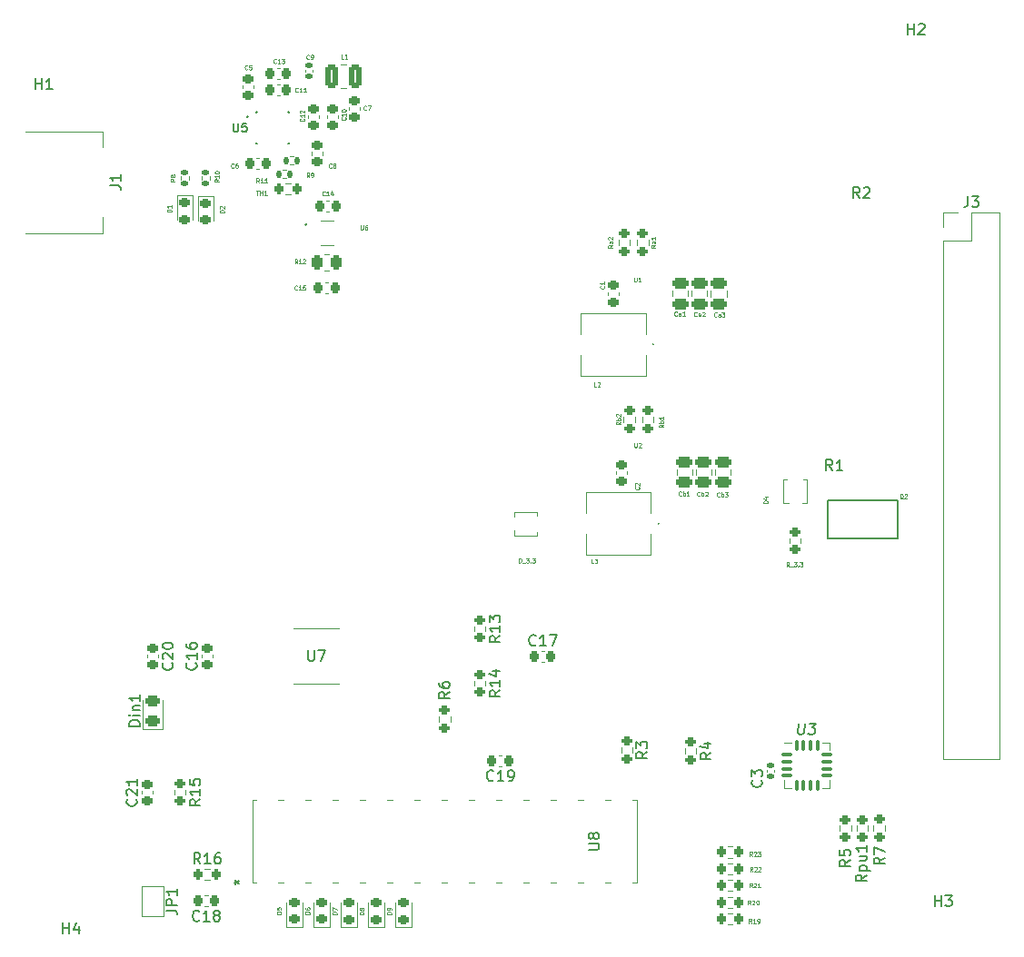
<source format=gto>
G04 #@! TF.GenerationSoftware,KiCad,Pcbnew,(6.0.2)*
G04 #@! TF.CreationDate,2022-05-04T12:59:18-06:00*
G04 #@! TF.ProjectId,master_schematic,6d617374-6572-45f7-9363-68656d617469,rev?*
G04 #@! TF.SameCoordinates,Original*
G04 #@! TF.FileFunction,Legend,Top*
G04 #@! TF.FilePolarity,Positive*
%FSLAX46Y46*%
G04 Gerber Fmt 4.6, Leading zero omitted, Abs format (unit mm)*
G04 Created by KiCad (PCBNEW (6.0.2)) date 2022-05-04 12:59:18*
%MOMM*%
%LPD*%
G01*
G04 APERTURE LIST*
G04 Aperture macros list*
%AMRoundRect*
0 Rectangle with rounded corners*
0 $1 Rounding radius*
0 $2 $3 $4 $5 $6 $7 $8 $9 X,Y pos of 4 corners*
0 Add a 4 corners polygon primitive as box body*
4,1,4,$2,$3,$4,$5,$6,$7,$8,$9,$2,$3,0*
0 Add four circle primitives for the rounded corners*
1,1,$1+$1,$2,$3*
1,1,$1+$1,$4,$5*
1,1,$1+$1,$6,$7*
1,1,$1+$1,$8,$9*
0 Add four rect primitives between the rounded corners*
20,1,$1+$1,$2,$3,$4,$5,0*
20,1,$1+$1,$4,$5,$6,$7,0*
20,1,$1+$1,$6,$7,$8,$9,0*
20,1,$1+$1,$8,$9,$2,$3,0*%
G04 Aperture macros list end*
%ADD10C,0.100000*%
%ADD11C,0.150000*%
%ADD12C,0.120000*%
%ADD13C,0.127000*%
%ADD14C,0.160000*%
%ADD15C,0.203200*%
%ADD16C,0.010000*%
%ADD17R,1.755600X0.880000*%
%ADD18R,0.855600X0.600000*%
%ADD19RoundRect,0.135000X-0.135000X-0.185000X0.135000X-0.185000X0.135000X0.185000X-0.135000X0.185000X0*%
%ADD20RoundRect,0.225000X0.225000X0.250000X-0.225000X0.250000X-0.225000X-0.250000X0.225000X-0.250000X0*%
%ADD21C,0.650000*%
%ADD22O,0.650000X0.950000*%
%ADD23R,0.700000X0.300000*%
%ADD24O,1.400000X0.800000*%
%ADD25R,1.150000X0.349999*%
%ADD26R,1.450000X0.200000*%
%ADD27R,0.449999X0.249999*%
%ADD28RoundRect,0.225000X0.250000X-0.225000X0.250000X0.225000X-0.250000X0.225000X-0.250000X-0.225000X0*%
%ADD29RoundRect,0.200000X-0.275000X0.200000X-0.275000X-0.200000X0.275000X-0.200000X0.275000X0.200000X0*%
%ADD30RoundRect,0.200000X-0.200000X-0.275000X0.200000X-0.275000X0.200000X0.275000X-0.200000X0.275000X0*%
%ADD31RoundRect,0.218750X0.256250X-0.218750X0.256250X0.218750X-0.256250X0.218750X-0.256250X-0.218750X0*%
%ADD32RoundRect,0.225000X-0.250000X0.225000X-0.250000X-0.225000X0.250000X-0.225000X0.250000X0.225000X0*%
%ADD33R,1.498600X1.295400*%
%ADD34RoundRect,0.087500X-0.425000X-0.087500X0.425000X-0.087500X0.425000X0.087500X-0.425000X0.087500X0*%
%ADD35RoundRect,0.087500X-0.087500X-0.425000X0.087500X-0.425000X0.087500X0.425000X-0.087500X0.425000X0*%
%ADD36R,2.100000X2.100000*%
%ADD37R,1.397000X0.558800*%
%ADD38RoundRect,0.225000X-0.225000X-0.250000X0.225000X-0.250000X0.225000X0.250000X-0.225000X0.250000X0*%
%ADD39RoundRect,0.250000X-0.475000X0.250000X-0.475000X-0.250000X0.475000X-0.250000X0.475000X0.250000X0*%
%ADD40RoundRect,0.135000X0.185000X-0.135000X0.185000X0.135000X-0.185000X0.135000X-0.185000X-0.135000X0*%
%ADD41C,3.000000*%
%ADD42RoundRect,0.200000X0.275000X-0.200000X0.275000X0.200000X-0.275000X0.200000X-0.275000X-0.200000X0*%
%ADD43RoundRect,0.218750X-0.256250X0.218750X-0.256250X-0.218750X0.256250X-0.218750X0.256250X0.218750X0*%
%ADD44RoundRect,0.250000X-0.262500X-0.450000X0.262500X-0.450000X0.262500X0.450000X-0.262500X0.450000X0*%
%ADD45R,1.700000X1.700000*%
%ADD46O,1.700000X1.700000*%
%ADD47R,0.711200X0.203200*%
%ADD48R,1.295400X1.397000*%
%ADD49R,1.320800X1.320800*%
%ADD50C,1.320800*%
%ADD51R,0.880000X1.755600*%
%ADD52R,0.600000X0.855600*%
%ADD53RoundRect,0.140000X-0.170000X0.140000X-0.170000X-0.140000X0.170000X-0.140000X0.170000X0.140000X0*%
%ADD54RoundRect,0.135000X0.135000X0.185000X-0.135000X0.185000X-0.135000X-0.185000X0.135000X-0.185000X0*%
%ADD55R,1.498600X2.946400*%
%ADD56R,1.498600X0.711200*%
%ADD57R,1.500000X1.000000*%
%ADD58RoundRect,0.140000X0.170000X-0.140000X0.170000X0.140000X-0.170000X0.140000X-0.170000X-0.140000X0*%
%ADD59R,1.219200X2.235200*%
%ADD60R,3.600000X2.200000*%
%ADD61RoundRect,0.250000X-0.375000X-0.850000X0.375000X-0.850000X0.375000X0.850000X-0.375000X0.850000X0*%
%ADD62RoundRect,0.243750X0.456250X-0.243750X0.456250X0.243750X-0.456250X0.243750X-0.456250X-0.243750X0*%
G04 APERTURE END LIST*
D10*
X87466666Y-108105952D02*
X87466666Y-107705952D01*
X87561904Y-107705952D01*
X87619047Y-107725000D01*
X87657142Y-107763095D01*
X87676190Y-107801190D01*
X87695238Y-107877380D01*
X87695238Y-107934523D01*
X87676190Y-108010714D01*
X87657142Y-108048809D01*
X87619047Y-108086904D01*
X87561904Y-108105952D01*
X87466666Y-108105952D01*
X87771428Y-108144047D02*
X88076190Y-108144047D01*
X88133333Y-107705952D02*
X88380952Y-107705952D01*
X88247619Y-107858333D01*
X88304761Y-107858333D01*
X88342857Y-107877380D01*
X88361904Y-107896428D01*
X88380952Y-107934523D01*
X88380952Y-108029761D01*
X88361904Y-108067857D01*
X88342857Y-108086904D01*
X88304761Y-108105952D01*
X88190476Y-108105952D01*
X88152380Y-108086904D01*
X88133333Y-108067857D01*
X88552380Y-108067857D02*
X88571428Y-108086904D01*
X88552380Y-108105952D01*
X88533333Y-108086904D01*
X88552380Y-108067857D01*
X88552380Y-108105952D01*
X88704761Y-107705952D02*
X88952380Y-107705952D01*
X88819047Y-107858333D01*
X88876190Y-107858333D01*
X88914285Y-107877380D01*
X88933333Y-107896428D01*
X88952380Y-107934523D01*
X88952380Y-108029761D01*
X88933333Y-108067857D01*
X88914285Y-108086904D01*
X88876190Y-108105952D01*
X88761904Y-108105952D01*
X88723809Y-108086904D01*
X88704761Y-108067857D01*
X67933333Y-72180952D02*
X67800000Y-71990476D01*
X67704761Y-72180952D02*
X67704761Y-71780952D01*
X67857142Y-71780952D01*
X67895238Y-71800000D01*
X67914285Y-71819047D01*
X67933333Y-71857142D01*
X67933333Y-71914285D01*
X67914285Y-71952380D01*
X67895238Y-71971428D01*
X67857142Y-71990476D01*
X67704761Y-71990476D01*
X68123809Y-72180952D02*
X68200000Y-72180952D01*
X68238095Y-72161904D01*
X68257142Y-72142857D01*
X68295238Y-72085714D01*
X68314285Y-72009523D01*
X68314285Y-71857142D01*
X68295238Y-71819047D01*
X68276190Y-71800000D01*
X68238095Y-71780952D01*
X68161904Y-71780952D01*
X68123809Y-71800000D01*
X68104761Y-71819047D01*
X68085714Y-71857142D01*
X68085714Y-71952380D01*
X68104761Y-71990476D01*
X68123809Y-72009523D01*
X68161904Y-72028571D01*
X68238095Y-72028571D01*
X68276190Y-72009523D01*
X68295238Y-71990476D01*
X68314285Y-71952380D01*
D11*
X57682142Y-141462142D02*
X57634523Y-141509761D01*
X57491666Y-141557380D01*
X57396428Y-141557380D01*
X57253571Y-141509761D01*
X57158333Y-141414523D01*
X57110714Y-141319285D01*
X57063095Y-141128809D01*
X57063095Y-140985952D01*
X57110714Y-140795476D01*
X57158333Y-140700238D01*
X57253571Y-140605000D01*
X57396428Y-140557380D01*
X57491666Y-140557380D01*
X57634523Y-140605000D01*
X57682142Y-140652619D01*
X58634523Y-141557380D02*
X58063095Y-141557380D01*
X58348809Y-141557380D02*
X58348809Y-140557380D01*
X58253571Y-140700238D01*
X58158333Y-140795476D01*
X58063095Y-140843095D01*
X59205952Y-140985952D02*
X59110714Y-140938333D01*
X59063095Y-140890714D01*
X59015476Y-140795476D01*
X59015476Y-140747857D01*
X59063095Y-140652619D01*
X59110714Y-140605000D01*
X59205952Y-140557380D01*
X59396428Y-140557380D01*
X59491666Y-140605000D01*
X59539285Y-140652619D01*
X59586904Y-140747857D01*
X59586904Y-140795476D01*
X59539285Y-140890714D01*
X59491666Y-140938333D01*
X59396428Y-140985952D01*
X59205952Y-140985952D01*
X59110714Y-141033571D01*
X59063095Y-141081190D01*
X59015476Y-141176428D01*
X59015476Y-141366904D01*
X59063095Y-141462142D01*
X59110714Y-141509761D01*
X59205952Y-141557380D01*
X59396428Y-141557380D01*
X59491666Y-141509761D01*
X59539285Y-141462142D01*
X59586904Y-141366904D01*
X59586904Y-141176428D01*
X59539285Y-141081190D01*
X59491666Y-141033571D01*
X59396428Y-140985952D01*
X49363380Y-72926533D02*
X50077666Y-72926533D01*
X50220523Y-72974152D01*
X50315761Y-73069390D01*
X50363380Y-73212247D01*
X50363380Y-73307485D01*
X50363380Y-71926533D02*
X50363380Y-72497961D01*
X50363380Y-72212247D02*
X49363380Y-72212247D01*
X49506238Y-72307485D01*
X49601476Y-72402723D01*
X49649095Y-72497961D01*
D10*
X98220238Y-96955952D02*
X98220238Y-97279761D01*
X98239285Y-97317857D01*
X98258333Y-97336904D01*
X98296428Y-97355952D01*
X98372619Y-97355952D01*
X98410714Y-97336904D01*
X98429761Y-97317857D01*
X98448809Y-97279761D01*
X98448809Y-96955952D01*
X98620238Y-96994047D02*
X98639285Y-96975000D01*
X98677380Y-96955952D01*
X98772619Y-96955952D01*
X98810714Y-96975000D01*
X98829761Y-96994047D01*
X98848809Y-97032142D01*
X98848809Y-97070238D01*
X98829761Y-97127380D01*
X98601190Y-97355952D01*
X98848809Y-97355952D01*
X98642857Y-101066666D02*
X98661904Y-101085714D01*
X98680952Y-101142857D01*
X98680952Y-101180952D01*
X98661904Y-101238095D01*
X98623809Y-101276190D01*
X98585714Y-101295238D01*
X98509523Y-101314285D01*
X98452380Y-101314285D01*
X98376190Y-101295238D01*
X98338095Y-101276190D01*
X98300000Y-101238095D01*
X98280952Y-101180952D01*
X98280952Y-101142857D01*
X98300000Y-101085714D01*
X98319047Y-101066666D01*
X98319047Y-100914285D02*
X98300000Y-100895238D01*
X98280952Y-100857142D01*
X98280952Y-100761904D01*
X98300000Y-100723809D01*
X98319047Y-100704761D01*
X98357142Y-100685714D01*
X98395238Y-100685714D01*
X98452380Y-100704761D01*
X98680952Y-100933333D01*
X98680952Y-100685714D01*
X100180952Y-78497619D02*
X99990476Y-78630952D01*
X100180952Y-78726190D02*
X99780952Y-78726190D01*
X99780952Y-78573809D01*
X99800000Y-78535714D01*
X99819047Y-78516666D01*
X99857142Y-78497619D01*
X99914285Y-78497619D01*
X99952380Y-78516666D01*
X99971428Y-78535714D01*
X99990476Y-78573809D01*
X99990476Y-78726190D01*
X100180952Y-78154761D02*
X99971428Y-78154761D01*
X99933333Y-78173809D01*
X99914285Y-78211904D01*
X99914285Y-78288095D01*
X99933333Y-78326190D01*
X100161904Y-78154761D02*
X100180952Y-78192857D01*
X100180952Y-78288095D01*
X100161904Y-78326190D01*
X100123809Y-78345238D01*
X100085714Y-78345238D01*
X100047619Y-78326190D01*
X100028571Y-78288095D01*
X100028571Y-78192857D01*
X100009523Y-78154761D01*
X100180952Y-77754761D02*
X100180952Y-77983333D01*
X100180952Y-77869047D02*
X99780952Y-77869047D01*
X99838095Y-77907142D01*
X99876190Y-77945238D01*
X99895238Y-77983333D01*
X109242857Y-136905952D02*
X109109523Y-136715476D01*
X109014285Y-136905952D02*
X109014285Y-136505952D01*
X109166666Y-136505952D01*
X109204761Y-136525000D01*
X109223809Y-136544047D01*
X109242857Y-136582142D01*
X109242857Y-136639285D01*
X109223809Y-136677380D01*
X109204761Y-136696428D01*
X109166666Y-136715476D01*
X109014285Y-136715476D01*
X109395238Y-136544047D02*
X109414285Y-136525000D01*
X109452380Y-136505952D01*
X109547619Y-136505952D01*
X109585714Y-136525000D01*
X109604761Y-136544047D01*
X109623809Y-136582142D01*
X109623809Y-136620238D01*
X109604761Y-136677380D01*
X109376190Y-136905952D01*
X109623809Y-136905952D01*
X109776190Y-136544047D02*
X109795238Y-136525000D01*
X109833333Y-136505952D01*
X109928571Y-136505952D01*
X109966666Y-136525000D01*
X109985714Y-136544047D01*
X110004761Y-136582142D01*
X110004761Y-136620238D01*
X109985714Y-136677380D01*
X109757142Y-136905952D01*
X110004761Y-136905952D01*
X67940952Y-140875238D02*
X67540952Y-140875238D01*
X67540952Y-140780000D01*
X67560000Y-140722857D01*
X67598095Y-140684761D01*
X67636190Y-140665714D01*
X67712380Y-140646666D01*
X67769523Y-140646666D01*
X67845714Y-140665714D01*
X67883809Y-140684761D01*
X67921904Y-140722857D01*
X67940952Y-140780000D01*
X67940952Y-140875238D01*
X67540952Y-140303809D02*
X67540952Y-140380000D01*
X67560000Y-140418095D01*
X67579047Y-140437142D01*
X67636190Y-140475238D01*
X67712380Y-140494285D01*
X67864761Y-140494285D01*
X67902857Y-140475238D01*
X67921904Y-140456190D01*
X67940952Y-140418095D01*
X67940952Y-140341904D01*
X67921904Y-140303809D01*
X67902857Y-140284761D01*
X67864761Y-140265714D01*
X67769523Y-140265714D01*
X67731428Y-140284761D01*
X67712380Y-140303809D01*
X67693333Y-140341904D01*
X67693333Y-140418095D01*
X67712380Y-140456190D01*
X67731428Y-140475238D01*
X67769523Y-140494285D01*
X69994133Y-71262857D02*
X69975085Y-71281904D01*
X69917942Y-71300952D01*
X69879847Y-71300952D01*
X69822704Y-71281904D01*
X69784609Y-71243809D01*
X69765561Y-71205714D01*
X69746514Y-71129523D01*
X69746514Y-71072380D01*
X69765561Y-70996190D01*
X69784609Y-70958095D01*
X69822704Y-70920000D01*
X69879847Y-70900952D01*
X69917942Y-70900952D01*
X69975085Y-70920000D01*
X69994133Y-70939047D01*
X70222704Y-71072380D02*
X70184609Y-71053333D01*
X70165561Y-71034285D01*
X70146514Y-70996190D01*
X70146514Y-70977142D01*
X70165561Y-70939047D01*
X70184609Y-70920000D01*
X70222704Y-70900952D01*
X70298895Y-70900952D01*
X70336990Y-70920000D01*
X70356038Y-70939047D01*
X70375085Y-70977142D01*
X70375085Y-70996190D01*
X70356038Y-71034285D01*
X70336990Y-71053333D01*
X70298895Y-71072380D01*
X70222704Y-71072380D01*
X70184609Y-71091428D01*
X70165561Y-71110476D01*
X70146514Y-71148571D01*
X70146514Y-71224761D01*
X70165561Y-71262857D01*
X70184609Y-71281904D01*
X70222704Y-71300952D01*
X70298895Y-71300952D01*
X70336990Y-71281904D01*
X70356038Y-71262857D01*
X70375085Y-71224761D01*
X70375085Y-71148571D01*
X70356038Y-71110476D01*
X70336990Y-71091428D01*
X70298895Y-71072380D01*
X94433333Y-108180952D02*
X94242857Y-108180952D01*
X94242857Y-107780952D01*
X94528571Y-107780952D02*
X94776190Y-107780952D01*
X94642857Y-107933333D01*
X94700000Y-107933333D01*
X94738095Y-107952380D01*
X94757142Y-107971428D01*
X94776190Y-108009523D01*
X94776190Y-108104761D01*
X94757142Y-108142857D01*
X94738095Y-108161904D01*
X94700000Y-108180952D01*
X94585714Y-108180952D01*
X94547619Y-108161904D01*
X94528571Y-108142857D01*
D11*
X113568422Y-123132380D02*
X113467232Y-123941904D01*
X113502946Y-124037142D01*
X113544613Y-124084761D01*
X113633898Y-124132380D01*
X113824375Y-124132380D01*
X113925565Y-124084761D01*
X113979136Y-124037142D01*
X114038660Y-123941904D01*
X114139851Y-123132380D01*
X114520803Y-123132380D02*
X115139851Y-123132380D01*
X114758898Y-123513333D01*
X114901755Y-123513333D01*
X114991041Y-123560952D01*
X115032708Y-123608571D01*
X115068422Y-123703809D01*
X115038660Y-123941904D01*
X114979136Y-124037142D01*
X114925565Y-124084761D01*
X114824375Y-124132380D01*
X114538660Y-124132380D01*
X114449375Y-124084761D01*
X114407708Y-124037142D01*
X67818095Y-116292380D02*
X67818095Y-117101904D01*
X67865714Y-117197142D01*
X67913333Y-117244761D01*
X68008571Y-117292380D01*
X68199047Y-117292380D01*
X68294285Y-117244761D01*
X68341904Y-117197142D01*
X68389523Y-117101904D01*
X68389523Y-116292380D01*
X68770476Y-116292380D02*
X69437142Y-116292380D01*
X69008571Y-117292380D01*
D10*
X64843057Y-61509257D02*
X64824009Y-61528304D01*
X64766866Y-61547352D01*
X64728771Y-61547352D01*
X64671628Y-61528304D01*
X64633533Y-61490209D01*
X64614485Y-61452114D01*
X64595438Y-61375923D01*
X64595438Y-61318780D01*
X64614485Y-61242590D01*
X64633533Y-61204495D01*
X64671628Y-61166400D01*
X64728771Y-61147352D01*
X64766866Y-61147352D01*
X64824009Y-61166400D01*
X64843057Y-61185447D01*
X65224009Y-61547352D02*
X64995438Y-61547352D01*
X65109723Y-61547352D02*
X65109723Y-61147352D01*
X65071628Y-61204495D01*
X65033533Y-61242590D01*
X64995438Y-61261638D01*
X65357342Y-61147352D02*
X65604961Y-61147352D01*
X65471628Y-61299733D01*
X65528771Y-61299733D01*
X65566866Y-61318780D01*
X65585914Y-61337828D01*
X65604961Y-61375923D01*
X65604961Y-61471161D01*
X65585914Y-61509257D01*
X65566866Y-61528304D01*
X65528771Y-61547352D01*
X65414485Y-61547352D01*
X65376390Y-61528304D01*
X65357342Y-61509257D01*
X102202380Y-85067857D02*
X102183333Y-85086904D01*
X102126190Y-85105952D01*
X102088095Y-85105952D01*
X102030952Y-85086904D01*
X101992857Y-85048809D01*
X101973809Y-85010714D01*
X101954761Y-84934523D01*
X101954761Y-84877380D01*
X101973809Y-84801190D01*
X101992857Y-84763095D01*
X102030952Y-84725000D01*
X102088095Y-84705952D01*
X102126190Y-84705952D01*
X102183333Y-84725000D01*
X102202380Y-84744047D01*
X102545238Y-85105952D02*
X102545238Y-84896428D01*
X102526190Y-84858333D01*
X102488095Y-84839285D01*
X102411904Y-84839285D01*
X102373809Y-84858333D01*
X102545238Y-85086904D02*
X102507142Y-85105952D01*
X102411904Y-85105952D01*
X102373809Y-85086904D01*
X102354761Y-85048809D01*
X102354761Y-85010714D01*
X102373809Y-84972619D01*
X102411904Y-84953571D01*
X102507142Y-84953571D01*
X102545238Y-84934523D01*
X102945238Y-85105952D02*
X102716666Y-85105952D01*
X102830952Y-85105952D02*
X102830952Y-84705952D01*
X102792857Y-84763095D01*
X102754761Y-84801190D01*
X102716666Y-84820238D01*
D11*
X81002380Y-120173866D02*
X80526190Y-120507200D01*
X81002380Y-120745295D02*
X80002380Y-120745295D01*
X80002380Y-120364342D01*
X80050000Y-120269104D01*
X80097619Y-120221485D01*
X80192857Y-120173866D01*
X80335714Y-120173866D01*
X80430952Y-120221485D01*
X80478571Y-120269104D01*
X80526190Y-120364342D01*
X80526190Y-120745295D01*
X80002380Y-119316723D02*
X80002380Y-119507200D01*
X80050000Y-119602438D01*
X80097619Y-119650057D01*
X80240476Y-119745295D01*
X80430952Y-119792914D01*
X80811904Y-119792914D01*
X80907142Y-119745295D01*
X80954761Y-119697676D01*
X81002380Y-119602438D01*
X81002380Y-119411961D01*
X80954761Y-119316723D01*
X80907142Y-119269104D01*
X80811904Y-119221485D01*
X80573809Y-119221485D01*
X80478571Y-119269104D01*
X80430952Y-119316723D01*
X80383333Y-119411961D01*
X80383333Y-119602438D01*
X80430952Y-119697676D01*
X80478571Y-119745295D01*
X80573809Y-119792914D01*
D10*
X62163333Y-62093457D02*
X62144285Y-62112504D01*
X62087142Y-62131552D01*
X62049047Y-62131552D01*
X61991904Y-62112504D01*
X61953809Y-62074409D01*
X61934761Y-62036314D01*
X61915714Y-61960123D01*
X61915714Y-61902980D01*
X61934761Y-61826790D01*
X61953809Y-61788695D01*
X61991904Y-61750600D01*
X62049047Y-61731552D01*
X62087142Y-61731552D01*
X62144285Y-61750600D01*
X62163333Y-61769647D01*
X62525238Y-61731552D02*
X62334761Y-61731552D01*
X62315714Y-61922028D01*
X62334761Y-61902980D01*
X62372857Y-61883933D01*
X62468095Y-61883933D01*
X62506190Y-61902980D01*
X62525238Y-61922028D01*
X62544285Y-61960123D01*
X62544285Y-62055361D01*
X62525238Y-62093457D01*
X62506190Y-62112504D01*
X62468095Y-62131552D01*
X62372857Y-62131552D01*
X62334761Y-62112504D01*
X62315714Y-62093457D01*
X59515352Y-72367742D02*
X59324876Y-72501076D01*
X59515352Y-72596314D02*
X59115352Y-72596314D01*
X59115352Y-72443933D01*
X59134400Y-72405838D01*
X59153447Y-72386790D01*
X59191542Y-72367742D01*
X59248685Y-72367742D01*
X59286780Y-72386790D01*
X59305828Y-72405838D01*
X59324876Y-72443933D01*
X59324876Y-72596314D01*
X59515352Y-71986790D02*
X59515352Y-72215361D01*
X59515352Y-72101076D02*
X59115352Y-72101076D01*
X59172495Y-72139171D01*
X59210590Y-72177266D01*
X59229638Y-72215361D01*
X59115352Y-71739171D02*
X59115352Y-71701076D01*
X59134400Y-71662980D01*
X59153447Y-71643933D01*
X59191542Y-71624885D01*
X59267733Y-71605838D01*
X59362971Y-71605838D01*
X59439161Y-71624885D01*
X59477257Y-71643933D01*
X59496304Y-71662980D01*
X59515352Y-71701076D01*
X59515352Y-71739171D01*
X59496304Y-71777266D01*
X59477257Y-71796314D01*
X59439161Y-71815361D01*
X59362971Y-71834409D01*
X59267733Y-71834409D01*
X59191542Y-71815361D01*
X59153447Y-71796314D01*
X59134400Y-71777266D01*
X59115352Y-71739171D01*
X106152380Y-101942857D02*
X106133333Y-101961904D01*
X106076190Y-101980952D01*
X106038095Y-101980952D01*
X105980952Y-101961904D01*
X105942857Y-101923809D01*
X105923809Y-101885714D01*
X105904761Y-101809523D01*
X105904761Y-101752380D01*
X105923809Y-101676190D01*
X105942857Y-101638095D01*
X105980952Y-101600000D01*
X106038095Y-101580952D01*
X106076190Y-101580952D01*
X106133333Y-101600000D01*
X106152380Y-101619047D01*
X106323809Y-101980952D02*
X106323809Y-101580952D01*
X106323809Y-101733333D02*
X106361904Y-101714285D01*
X106438095Y-101714285D01*
X106476190Y-101733333D01*
X106495238Y-101752380D01*
X106514285Y-101790476D01*
X106514285Y-101904761D01*
X106495238Y-101942857D01*
X106476190Y-101961904D01*
X106438095Y-101980952D01*
X106361904Y-101980952D01*
X106323809Y-101961904D01*
X106647619Y-101580952D02*
X106895238Y-101580952D01*
X106761904Y-101733333D01*
X106819047Y-101733333D01*
X106857142Y-101752380D01*
X106876190Y-101771428D01*
X106895238Y-101809523D01*
X106895238Y-101904761D01*
X106876190Y-101942857D01*
X106857142Y-101961904D01*
X106819047Y-101980952D01*
X106704761Y-101980952D01*
X106666666Y-101961904D01*
X106647619Y-101942857D01*
X94683333Y-91680952D02*
X94492857Y-91680952D01*
X94492857Y-91280952D01*
X94797619Y-91319047D02*
X94816666Y-91300000D01*
X94854761Y-91280952D01*
X94950000Y-91280952D01*
X94988095Y-91300000D01*
X95007142Y-91319047D01*
X95026190Y-91357142D01*
X95026190Y-91395238D01*
X95007142Y-91452380D01*
X94778571Y-91680952D01*
X95026190Y-91680952D01*
X66798857Y-82642057D02*
X66779809Y-82661104D01*
X66722666Y-82680152D01*
X66684571Y-82680152D01*
X66627428Y-82661104D01*
X66589333Y-82623009D01*
X66570285Y-82584914D01*
X66551238Y-82508723D01*
X66551238Y-82451580D01*
X66570285Y-82375390D01*
X66589333Y-82337295D01*
X66627428Y-82299200D01*
X66684571Y-82280152D01*
X66722666Y-82280152D01*
X66779809Y-82299200D01*
X66798857Y-82318247D01*
X67179809Y-82680152D02*
X66951238Y-82680152D01*
X67065523Y-82680152D02*
X67065523Y-82280152D01*
X67027428Y-82337295D01*
X66989333Y-82375390D01*
X66951238Y-82394438D01*
X67541714Y-82280152D02*
X67351238Y-82280152D01*
X67332190Y-82470628D01*
X67351238Y-82451580D01*
X67389333Y-82432533D01*
X67484571Y-82432533D01*
X67522666Y-82451580D01*
X67541714Y-82470628D01*
X67560761Y-82508723D01*
X67560761Y-82603961D01*
X67541714Y-82642057D01*
X67522666Y-82661104D01*
X67484571Y-82680152D01*
X67389333Y-82680152D01*
X67351238Y-82661104D01*
X67332190Y-82642057D01*
D11*
X126238095Y-140152380D02*
X126238095Y-139152380D01*
X126238095Y-139628571D02*
X126809523Y-139628571D01*
X126809523Y-140152380D02*
X126809523Y-139152380D01*
X127190476Y-139152380D02*
X127809523Y-139152380D01*
X127476190Y-139533333D01*
X127619047Y-139533333D01*
X127714285Y-139580952D01*
X127761904Y-139628571D01*
X127809523Y-139723809D01*
X127809523Y-139961904D01*
X127761904Y-140057142D01*
X127714285Y-140104761D01*
X127619047Y-140152380D01*
X127333333Y-140152380D01*
X127238095Y-140104761D01*
X127190476Y-140057142D01*
X51784542Y-130182857D02*
X51832161Y-130230476D01*
X51879780Y-130373333D01*
X51879780Y-130468571D01*
X51832161Y-130611428D01*
X51736923Y-130706666D01*
X51641685Y-130754285D01*
X51451209Y-130801904D01*
X51308352Y-130801904D01*
X51117876Y-130754285D01*
X51022638Y-130706666D01*
X50927400Y-130611428D01*
X50879780Y-130468571D01*
X50879780Y-130373333D01*
X50927400Y-130230476D01*
X50975019Y-130182857D01*
X50975019Y-129801904D02*
X50927400Y-129754285D01*
X50879780Y-129659047D01*
X50879780Y-129420952D01*
X50927400Y-129325714D01*
X50975019Y-129278095D01*
X51070257Y-129230476D01*
X51165495Y-129230476D01*
X51308352Y-129278095D01*
X51879780Y-129849523D01*
X51879780Y-129230476D01*
X51879780Y-128278095D02*
X51879780Y-128849523D01*
X51879780Y-128563809D02*
X50879780Y-128563809D01*
X51022638Y-128659047D01*
X51117876Y-128754285D01*
X51165495Y-128849523D01*
D10*
X96930952Y-94997619D02*
X96740476Y-95130952D01*
X96930952Y-95226190D02*
X96530952Y-95226190D01*
X96530952Y-95073809D01*
X96550000Y-95035714D01*
X96569047Y-95016666D01*
X96607142Y-94997619D01*
X96664285Y-94997619D01*
X96702380Y-95016666D01*
X96721428Y-95035714D01*
X96740476Y-95073809D01*
X96740476Y-95226190D01*
X96930952Y-94826190D02*
X96530952Y-94826190D01*
X96683333Y-94826190D02*
X96664285Y-94788095D01*
X96664285Y-94711904D01*
X96683333Y-94673809D01*
X96702380Y-94654761D01*
X96740476Y-94635714D01*
X96854761Y-94635714D01*
X96892857Y-94654761D01*
X96911904Y-94673809D01*
X96930952Y-94711904D01*
X96930952Y-94788095D01*
X96911904Y-94826190D01*
X96569047Y-94483333D02*
X96550000Y-94464285D01*
X96530952Y-94426190D01*
X96530952Y-94330952D01*
X96550000Y-94292857D01*
X96569047Y-94273809D01*
X96607142Y-94254761D01*
X96645238Y-94254761D01*
X96702380Y-94273809D01*
X96930952Y-94502380D01*
X96930952Y-94254761D01*
X109042857Y-140005952D02*
X108909523Y-139815476D01*
X108814285Y-140005952D02*
X108814285Y-139605952D01*
X108966666Y-139605952D01*
X109004761Y-139625000D01*
X109023809Y-139644047D01*
X109042857Y-139682142D01*
X109042857Y-139739285D01*
X109023809Y-139777380D01*
X109004761Y-139796428D01*
X108966666Y-139815476D01*
X108814285Y-139815476D01*
X109195238Y-139644047D02*
X109214285Y-139625000D01*
X109252380Y-139605952D01*
X109347619Y-139605952D01*
X109385714Y-139625000D01*
X109404761Y-139644047D01*
X109423809Y-139682142D01*
X109423809Y-139720238D01*
X109404761Y-139777380D01*
X109176190Y-140005952D01*
X109423809Y-140005952D01*
X109671428Y-139605952D02*
X109709523Y-139605952D01*
X109747619Y-139625000D01*
X109766666Y-139644047D01*
X109785714Y-139682142D01*
X109804761Y-139758333D01*
X109804761Y-139853571D01*
X109785714Y-139929761D01*
X109766666Y-139967857D01*
X109747619Y-139986904D01*
X109709523Y-140005952D01*
X109671428Y-140005952D01*
X109633333Y-139986904D01*
X109614285Y-139967857D01*
X109595238Y-139929761D01*
X109576190Y-139853571D01*
X109576190Y-139758333D01*
X109595238Y-139682142D01*
X109614285Y-139644047D01*
X109633333Y-139625000D01*
X109671428Y-139605952D01*
D11*
X57777142Y-136182380D02*
X57443809Y-135706190D01*
X57205714Y-136182380D02*
X57205714Y-135182380D01*
X57586666Y-135182380D01*
X57681904Y-135230000D01*
X57729523Y-135277619D01*
X57777142Y-135372857D01*
X57777142Y-135515714D01*
X57729523Y-135610952D01*
X57681904Y-135658571D01*
X57586666Y-135706190D01*
X57205714Y-135706190D01*
X58729523Y-136182380D02*
X58158095Y-136182380D01*
X58443809Y-136182380D02*
X58443809Y-135182380D01*
X58348571Y-135325238D01*
X58253333Y-135420476D01*
X58158095Y-135468095D01*
X59586666Y-135182380D02*
X59396190Y-135182380D01*
X59300952Y-135230000D01*
X59253333Y-135277619D01*
X59158095Y-135420476D01*
X59110476Y-135610952D01*
X59110476Y-135991904D01*
X59158095Y-136087142D01*
X59205714Y-136134761D01*
X59300952Y-136182380D01*
X59491428Y-136182380D01*
X59586666Y-136134761D01*
X59634285Y-136087142D01*
X59681904Y-135991904D01*
X59681904Y-135753809D01*
X59634285Y-135658571D01*
X59586666Y-135610952D01*
X59491428Y-135563333D01*
X59300952Y-135563333D01*
X59205714Y-135610952D01*
X59158095Y-135658571D01*
X59110476Y-135753809D01*
D10*
X59997952Y-75479238D02*
X59597952Y-75479238D01*
X59597952Y-75384000D01*
X59617000Y-75326857D01*
X59655095Y-75288761D01*
X59693190Y-75269714D01*
X59769380Y-75250666D01*
X59826523Y-75250666D01*
X59902714Y-75269714D01*
X59940809Y-75288761D01*
X59978904Y-75326857D01*
X59997952Y-75384000D01*
X59997952Y-75479238D01*
X59636047Y-75098285D02*
X59617000Y-75079238D01*
X59597952Y-75041142D01*
X59597952Y-74945904D01*
X59617000Y-74907809D01*
X59636047Y-74888761D01*
X59674142Y-74869714D01*
X59712238Y-74869714D01*
X59769380Y-74888761D01*
X59997952Y-75117333D01*
X59997952Y-74869714D01*
X75560952Y-140895238D02*
X75160952Y-140895238D01*
X75160952Y-140800000D01*
X75180000Y-140742857D01*
X75218095Y-140704761D01*
X75256190Y-140685714D01*
X75332380Y-140666666D01*
X75389523Y-140666666D01*
X75465714Y-140685714D01*
X75503809Y-140704761D01*
X75541904Y-140742857D01*
X75560952Y-140800000D01*
X75560952Y-140895238D01*
X75560952Y-140476190D02*
X75560952Y-140400000D01*
X75541904Y-140361904D01*
X75522857Y-140342857D01*
X75465714Y-140304761D01*
X75389523Y-140285714D01*
X75237142Y-140285714D01*
X75199047Y-140304761D01*
X75180000Y-140323809D01*
X75160952Y-140361904D01*
X75160952Y-140438095D01*
X75180000Y-140476190D01*
X75199047Y-140495238D01*
X75237142Y-140514285D01*
X75332380Y-140514285D01*
X75370476Y-140495238D01*
X75389523Y-140476190D01*
X75408571Y-140438095D01*
X75408571Y-140361904D01*
X75389523Y-140323809D01*
X75370476Y-140304761D01*
X75332380Y-140285714D01*
X96180952Y-78497619D02*
X95990476Y-78630952D01*
X96180952Y-78726190D02*
X95780952Y-78726190D01*
X95780952Y-78573809D01*
X95800000Y-78535714D01*
X95819047Y-78516666D01*
X95857142Y-78497619D01*
X95914285Y-78497619D01*
X95952380Y-78516666D01*
X95971428Y-78535714D01*
X95990476Y-78573809D01*
X95990476Y-78726190D01*
X96180952Y-78154761D02*
X95971428Y-78154761D01*
X95933333Y-78173809D01*
X95914285Y-78211904D01*
X95914285Y-78288095D01*
X95933333Y-78326190D01*
X96161904Y-78154761D02*
X96180952Y-78192857D01*
X96180952Y-78288095D01*
X96161904Y-78326190D01*
X96123809Y-78345238D01*
X96085714Y-78345238D01*
X96047619Y-78326190D01*
X96028571Y-78288095D01*
X96028571Y-78192857D01*
X96009523Y-78154761D01*
X95819047Y-77983333D02*
X95800000Y-77964285D01*
X95780952Y-77926190D01*
X95780952Y-77830952D01*
X95800000Y-77792857D01*
X95819047Y-77773809D01*
X95857142Y-77754761D01*
X95895238Y-77754761D01*
X95952380Y-77773809D01*
X96180952Y-78002380D01*
X96180952Y-77754761D01*
D11*
X118359180Y-135828066D02*
X117882990Y-136161400D01*
X118359180Y-136399495D02*
X117359180Y-136399495D01*
X117359180Y-136018542D01*
X117406800Y-135923304D01*
X117454419Y-135875685D01*
X117549657Y-135828066D01*
X117692514Y-135828066D01*
X117787752Y-135875685D01*
X117835371Y-135923304D01*
X117882990Y-136018542D01*
X117882990Y-136399495D01*
X117359180Y-134923304D02*
X117359180Y-135399495D01*
X117835371Y-135447114D01*
X117787752Y-135399495D01*
X117740133Y-135304257D01*
X117740133Y-135066161D01*
X117787752Y-134970923D01*
X117835371Y-134923304D01*
X117930609Y-134875685D01*
X118168704Y-134875685D01*
X118263942Y-134923304D01*
X118311561Y-134970923D01*
X118359180Y-135066161D01*
X118359180Y-135304257D01*
X118311561Y-135399495D01*
X118263942Y-135447114D01*
X57762380Y-130182857D02*
X57286190Y-130516190D01*
X57762380Y-130754285D02*
X56762380Y-130754285D01*
X56762380Y-130373333D01*
X56810000Y-130278095D01*
X56857619Y-130230476D01*
X56952857Y-130182857D01*
X57095714Y-130182857D01*
X57190952Y-130230476D01*
X57238571Y-130278095D01*
X57286190Y-130373333D01*
X57286190Y-130754285D01*
X57762380Y-129230476D02*
X57762380Y-129801904D01*
X57762380Y-129516190D02*
X56762380Y-129516190D01*
X56905238Y-129611428D01*
X57000476Y-129706666D01*
X57048095Y-129801904D01*
X56762380Y-128325714D02*
X56762380Y-128801904D01*
X57238571Y-128849523D01*
X57190952Y-128801904D01*
X57143333Y-128706666D01*
X57143333Y-128468571D01*
X57190952Y-128373333D01*
X57238571Y-128325714D01*
X57333809Y-128278095D01*
X57571904Y-128278095D01*
X57667142Y-128325714D01*
X57714761Y-128373333D01*
X57762380Y-128468571D01*
X57762380Y-128706666D01*
X57714761Y-128801904D01*
X57667142Y-128849523D01*
D10*
X109142857Y-141730952D02*
X109009523Y-141540476D01*
X108914285Y-141730952D02*
X108914285Y-141330952D01*
X109066666Y-141330952D01*
X109104761Y-141350000D01*
X109123809Y-141369047D01*
X109142857Y-141407142D01*
X109142857Y-141464285D01*
X109123809Y-141502380D01*
X109104761Y-141521428D01*
X109066666Y-141540476D01*
X108914285Y-141540476D01*
X109523809Y-141730952D02*
X109295238Y-141730952D01*
X109409523Y-141730952D02*
X109409523Y-141330952D01*
X109371428Y-141388095D01*
X109333333Y-141426190D01*
X109295238Y-141445238D01*
X109714285Y-141730952D02*
X109790476Y-141730952D01*
X109828571Y-141711904D01*
X109847619Y-141692857D01*
X109885714Y-141635714D01*
X109904761Y-141559523D01*
X109904761Y-141407142D01*
X109885714Y-141369047D01*
X109866666Y-141350000D01*
X109828571Y-141330952D01*
X109752380Y-141330952D01*
X109714285Y-141350000D01*
X109695238Y-141369047D01*
X109676190Y-141407142D01*
X109676190Y-141502380D01*
X109695238Y-141540476D01*
X109714285Y-141559523D01*
X109752380Y-141578571D01*
X109828571Y-141578571D01*
X109866666Y-141559523D01*
X109885714Y-141540476D01*
X109904761Y-141502380D01*
X109217857Y-135480952D02*
X109084523Y-135290476D01*
X108989285Y-135480952D02*
X108989285Y-135080952D01*
X109141666Y-135080952D01*
X109179761Y-135100000D01*
X109198809Y-135119047D01*
X109217857Y-135157142D01*
X109217857Y-135214285D01*
X109198809Y-135252380D01*
X109179761Y-135271428D01*
X109141666Y-135290476D01*
X108989285Y-135290476D01*
X109370238Y-135119047D02*
X109389285Y-135100000D01*
X109427380Y-135080952D01*
X109522619Y-135080952D01*
X109560714Y-135100000D01*
X109579761Y-135119047D01*
X109598809Y-135157142D01*
X109598809Y-135195238D01*
X109579761Y-135252380D01*
X109351190Y-135480952D01*
X109598809Y-135480952D01*
X109732142Y-135080952D02*
X109979761Y-135080952D01*
X109846428Y-135233333D01*
X109903571Y-135233333D01*
X109941666Y-135252380D01*
X109960714Y-135271428D01*
X109979761Y-135309523D01*
X109979761Y-135404761D01*
X109960714Y-135442857D01*
X109941666Y-135461904D01*
X109903571Y-135480952D01*
X109789285Y-135480952D01*
X109751190Y-135461904D01*
X109732142Y-135442857D01*
X66824257Y-80216352D02*
X66690923Y-80025876D01*
X66595685Y-80216352D02*
X66595685Y-79816352D01*
X66748066Y-79816352D01*
X66786161Y-79835400D01*
X66805209Y-79854447D01*
X66824257Y-79892542D01*
X66824257Y-79949685D01*
X66805209Y-79987780D01*
X66786161Y-80006828D01*
X66748066Y-80025876D01*
X66595685Y-80025876D01*
X67205209Y-80216352D02*
X66976638Y-80216352D01*
X67090923Y-80216352D02*
X67090923Y-79816352D01*
X67052828Y-79873495D01*
X67014733Y-79911590D01*
X66976638Y-79930638D01*
X67357590Y-79854447D02*
X67376638Y-79835400D01*
X67414733Y-79816352D01*
X67509971Y-79816352D01*
X67548066Y-79835400D01*
X67567114Y-79854447D01*
X67586161Y-79892542D01*
X67586161Y-79930638D01*
X67567114Y-79987780D01*
X67338542Y-80216352D01*
X67586161Y-80216352D01*
D11*
X129298666Y-73947380D02*
X129298666Y-74661666D01*
X129251047Y-74804523D01*
X129155809Y-74899761D01*
X129012952Y-74947380D01*
X128917714Y-74947380D01*
X129679619Y-73947380D02*
X130298666Y-73947380D01*
X129965333Y-74328333D01*
X130108190Y-74328333D01*
X130203428Y-74375952D01*
X130251047Y-74423571D01*
X130298666Y-74518809D01*
X130298666Y-74756904D01*
X130251047Y-74852142D01*
X130203428Y-74899761D01*
X130108190Y-74947380D01*
X129822476Y-74947380D01*
X129727238Y-74899761D01*
X129679619Y-74852142D01*
X121534180Y-135624866D02*
X121057990Y-135958200D01*
X121534180Y-136196295D02*
X120534180Y-136196295D01*
X120534180Y-135815342D01*
X120581800Y-135720104D01*
X120629419Y-135672485D01*
X120724657Y-135624866D01*
X120867514Y-135624866D01*
X120962752Y-135672485D01*
X121010371Y-135720104D01*
X121057990Y-135815342D01*
X121057990Y-136196295D01*
X120534180Y-135291533D02*
X120534180Y-134624866D01*
X121534180Y-135053438D01*
D10*
X67427457Y-66703542D02*
X67446504Y-66722590D01*
X67465552Y-66779733D01*
X67465552Y-66817828D01*
X67446504Y-66874971D01*
X67408409Y-66913066D01*
X67370314Y-66932114D01*
X67294123Y-66951161D01*
X67236980Y-66951161D01*
X67160790Y-66932114D01*
X67122695Y-66913066D01*
X67084600Y-66874971D01*
X67065552Y-66817828D01*
X67065552Y-66779733D01*
X67084600Y-66722590D01*
X67103647Y-66703542D01*
X67465552Y-66322590D02*
X67465552Y-66551161D01*
X67465552Y-66436876D02*
X67065552Y-66436876D01*
X67122695Y-66474971D01*
X67160790Y-66513066D01*
X67179838Y-66551161D01*
X67103647Y-66170209D02*
X67084600Y-66151161D01*
X67065552Y-66113066D01*
X67065552Y-66017828D01*
X67084600Y-65979733D01*
X67103647Y-65960685D01*
X67141742Y-65941638D01*
X67179838Y-65941638D01*
X67236980Y-65960685D01*
X67465552Y-66189257D01*
X67465552Y-65941638D01*
X72720238Y-76666752D02*
X72720238Y-76990561D01*
X72739285Y-77028657D01*
X72758333Y-77047704D01*
X72796428Y-77066752D01*
X72872619Y-77066752D01*
X72910714Y-77047704D01*
X72929761Y-77028657D01*
X72948809Y-76990561D01*
X72948809Y-76666752D01*
X73310714Y-76666752D02*
X73234523Y-76666752D01*
X73196428Y-76685800D01*
X73177380Y-76704847D01*
X73139285Y-76761990D01*
X73120238Y-76838180D01*
X73120238Y-76990561D01*
X73139285Y-77028657D01*
X73158333Y-77047704D01*
X73196428Y-77066752D01*
X73272619Y-77066752D01*
X73310714Y-77047704D01*
X73329761Y-77028657D01*
X73348809Y-76990561D01*
X73348809Y-76895323D01*
X73329761Y-76857228D01*
X73310714Y-76838180D01*
X73272619Y-76819133D01*
X73196428Y-76819133D01*
X73158333Y-76838180D01*
X73139285Y-76857228D01*
X73120238Y-76895323D01*
D11*
X93940380Y-134873904D02*
X94749904Y-134873904D01*
X94845142Y-134826285D01*
X94892761Y-134778666D01*
X94940380Y-134683428D01*
X94940380Y-134492952D01*
X94892761Y-134397714D01*
X94845142Y-134350095D01*
X94749904Y-134302476D01*
X93940380Y-134302476D01*
X94368952Y-133683428D02*
X94321333Y-133778666D01*
X94273714Y-133826285D01*
X94178476Y-133873904D01*
X94130857Y-133873904D01*
X94035619Y-133826285D01*
X93988000Y-133778666D01*
X93940380Y-133683428D01*
X93940380Y-133492952D01*
X93988000Y-133397714D01*
X94035619Y-133350095D01*
X94130857Y-133302476D01*
X94178476Y-133302476D01*
X94273714Y-133350095D01*
X94321333Y-133397714D01*
X94368952Y-133492952D01*
X94368952Y-133683428D01*
X94416571Y-133778666D01*
X94464190Y-133826285D01*
X94559428Y-133873904D01*
X94749904Y-133873904D01*
X94845142Y-133826285D01*
X94892761Y-133778666D01*
X94940380Y-133683428D01*
X94940380Y-133492952D01*
X94892761Y-133397714D01*
X94845142Y-133350095D01*
X94749904Y-133302476D01*
X94559428Y-133302476D01*
X94464190Y-133350095D01*
X94416571Y-133397714D01*
X94368952Y-133492952D01*
X60920380Y-137922000D02*
X61158476Y-137922000D01*
X61063238Y-138160095D02*
X61158476Y-137922000D01*
X61063238Y-137683904D01*
X61348952Y-138064857D02*
X61158476Y-137922000D01*
X61348952Y-137779142D01*
X85702380Y-120022857D02*
X85226190Y-120356190D01*
X85702380Y-120594285D02*
X84702380Y-120594285D01*
X84702380Y-120213333D01*
X84750000Y-120118095D01*
X84797619Y-120070476D01*
X84892857Y-120022857D01*
X85035714Y-120022857D01*
X85130952Y-120070476D01*
X85178571Y-120118095D01*
X85226190Y-120213333D01*
X85226190Y-120594285D01*
X85702380Y-119070476D02*
X85702380Y-119641904D01*
X85702380Y-119356190D02*
X84702380Y-119356190D01*
X84845238Y-119451428D01*
X84940476Y-119546666D01*
X84988095Y-119641904D01*
X85035714Y-118213333D02*
X85702380Y-118213333D01*
X84654761Y-118451428D02*
X85369047Y-118689523D01*
X85369047Y-118070476D01*
X60858476Y-67151304D02*
X60858476Y-67798923D01*
X60896571Y-67875114D01*
X60934666Y-67913209D01*
X61010857Y-67951304D01*
X61163238Y-67951304D01*
X61239428Y-67913209D01*
X61277523Y-67875114D01*
X61315619Y-67798923D01*
X61315619Y-67151304D01*
X62077523Y-67151304D02*
X61696571Y-67151304D01*
X61658476Y-67532257D01*
X61696571Y-67494161D01*
X61772761Y-67456066D01*
X61963238Y-67456066D01*
X62039428Y-67494161D01*
X62077523Y-67532257D01*
X62115619Y-67608447D01*
X62115619Y-67798923D01*
X62077523Y-67875114D01*
X62039428Y-67913209D01*
X61963238Y-67951304D01*
X61772761Y-67951304D01*
X61696571Y-67913209D01*
X61658476Y-67875114D01*
D10*
X110655952Y-102570238D02*
X110255952Y-102570238D01*
X110255952Y-102475000D01*
X110275000Y-102417857D01*
X110313095Y-102379761D01*
X110351190Y-102360714D01*
X110427380Y-102341666D01*
X110484523Y-102341666D01*
X110560714Y-102360714D01*
X110598809Y-102379761D01*
X110636904Y-102417857D01*
X110655952Y-102475000D01*
X110655952Y-102570238D01*
X110389285Y-101998809D02*
X110655952Y-101998809D01*
X110236904Y-102094047D02*
X110522619Y-102189285D01*
X110522619Y-101941666D01*
D11*
X42418095Y-63952380D02*
X42418095Y-62952380D01*
X42418095Y-63428571D02*
X42989523Y-63428571D01*
X42989523Y-63952380D02*
X42989523Y-62952380D01*
X43989523Y-63952380D02*
X43418095Y-63952380D01*
X43703809Y-63952380D02*
X43703809Y-62952380D01*
X43608571Y-63095238D01*
X43513333Y-63190476D01*
X43418095Y-63238095D01*
X89032142Y-115767142D02*
X88984523Y-115814761D01*
X88841666Y-115862380D01*
X88746428Y-115862380D01*
X88603571Y-115814761D01*
X88508333Y-115719523D01*
X88460714Y-115624285D01*
X88413095Y-115433809D01*
X88413095Y-115290952D01*
X88460714Y-115100476D01*
X88508333Y-115005238D01*
X88603571Y-114910000D01*
X88746428Y-114862380D01*
X88841666Y-114862380D01*
X88984523Y-114910000D01*
X89032142Y-114957619D01*
X89984523Y-115862380D02*
X89413095Y-115862380D01*
X89698809Y-115862380D02*
X89698809Y-114862380D01*
X89603571Y-115005238D01*
X89508333Y-115100476D01*
X89413095Y-115148095D01*
X90317857Y-114862380D02*
X90984523Y-114862380D01*
X90555952Y-115862380D01*
D10*
X62985714Y-73440952D02*
X63214285Y-73440952D01*
X63100000Y-73840952D02*
X63100000Y-73440952D01*
X63347619Y-73840952D02*
X63347619Y-73440952D01*
X63347619Y-73631428D02*
X63576190Y-73631428D01*
X63576190Y-73840952D02*
X63576190Y-73440952D01*
X63976190Y-73840952D02*
X63747619Y-73840952D01*
X63861904Y-73840952D02*
X63861904Y-73440952D01*
X63823809Y-73498095D01*
X63785714Y-73536190D01*
X63747619Y-73555238D01*
D11*
X105357380Y-125841666D02*
X104881190Y-126175000D01*
X105357380Y-126413095D02*
X104357380Y-126413095D01*
X104357380Y-126032142D01*
X104405000Y-125936904D01*
X104452619Y-125889285D01*
X104547857Y-125841666D01*
X104690714Y-125841666D01*
X104785952Y-125889285D01*
X104833571Y-125936904D01*
X104881190Y-126032142D01*
X104881190Y-126413095D01*
X104690714Y-124984523D02*
X105357380Y-124984523D01*
X104309761Y-125222619D02*
X105024047Y-125460714D01*
X105024047Y-124841666D01*
D10*
X104302380Y-101867857D02*
X104283333Y-101886904D01*
X104226190Y-101905952D01*
X104188095Y-101905952D01*
X104130952Y-101886904D01*
X104092857Y-101848809D01*
X104073809Y-101810714D01*
X104054761Y-101734523D01*
X104054761Y-101677380D01*
X104073809Y-101601190D01*
X104092857Y-101563095D01*
X104130952Y-101525000D01*
X104188095Y-101505952D01*
X104226190Y-101505952D01*
X104283333Y-101525000D01*
X104302380Y-101544047D01*
X104473809Y-101905952D02*
X104473809Y-101505952D01*
X104473809Y-101658333D02*
X104511904Y-101639285D01*
X104588095Y-101639285D01*
X104626190Y-101658333D01*
X104645238Y-101677380D01*
X104664285Y-101715476D01*
X104664285Y-101829761D01*
X104645238Y-101867857D01*
X104626190Y-101886904D01*
X104588095Y-101905952D01*
X104511904Y-101905952D01*
X104473809Y-101886904D01*
X104816666Y-101544047D02*
X104835714Y-101525000D01*
X104873809Y-101505952D01*
X104969047Y-101505952D01*
X105007142Y-101525000D01*
X105026190Y-101544047D01*
X105045238Y-101582142D01*
X105045238Y-101620238D01*
X105026190Y-101677380D01*
X104797619Y-101905952D01*
X105045238Y-101905952D01*
D11*
X44958095Y-142692380D02*
X44958095Y-141692380D01*
X44958095Y-142168571D02*
X45529523Y-142168571D01*
X45529523Y-142692380D02*
X45529523Y-141692380D01*
X46434285Y-142025714D02*
X46434285Y-142692380D01*
X46196190Y-141644761D02*
X45958095Y-142359047D01*
X46577142Y-142359047D01*
D10*
X67903733Y-61128257D02*
X67884685Y-61147304D01*
X67827542Y-61166352D01*
X67789447Y-61166352D01*
X67732304Y-61147304D01*
X67694209Y-61109209D01*
X67675161Y-61071114D01*
X67656114Y-60994923D01*
X67656114Y-60937780D01*
X67675161Y-60861590D01*
X67694209Y-60823495D01*
X67732304Y-60785400D01*
X67789447Y-60766352D01*
X67827542Y-60766352D01*
X67884685Y-60785400D01*
X67903733Y-60804447D01*
X68094209Y-61166352D02*
X68170400Y-61166352D01*
X68208495Y-61147304D01*
X68227542Y-61128257D01*
X68265638Y-61071114D01*
X68284685Y-60994923D01*
X68284685Y-60842542D01*
X68265638Y-60804447D01*
X68246590Y-60785400D01*
X68208495Y-60766352D01*
X68132304Y-60766352D01*
X68094209Y-60785400D01*
X68075161Y-60804447D01*
X68056114Y-60842542D01*
X68056114Y-60937780D01*
X68075161Y-60975876D01*
X68094209Y-60994923D01*
X68132304Y-61013971D01*
X68208495Y-61013971D01*
X68246590Y-60994923D01*
X68265638Y-60975876D01*
X68284685Y-60937780D01*
X63242857Y-72680952D02*
X63109523Y-72490476D01*
X63014285Y-72680952D02*
X63014285Y-72280952D01*
X63166666Y-72280952D01*
X63204761Y-72300000D01*
X63223809Y-72319047D01*
X63242857Y-72357142D01*
X63242857Y-72414285D01*
X63223809Y-72452380D01*
X63204761Y-72471428D01*
X63166666Y-72490476D01*
X63014285Y-72490476D01*
X63623809Y-72680952D02*
X63395238Y-72680952D01*
X63509523Y-72680952D02*
X63509523Y-72280952D01*
X63471428Y-72338095D01*
X63433333Y-72376190D01*
X63395238Y-72395238D01*
X64004761Y-72680952D02*
X63776190Y-72680952D01*
X63890476Y-72680952D02*
X63890476Y-72280952D01*
X63852380Y-72338095D01*
X63814285Y-72376190D01*
X63776190Y-72395238D01*
X71288257Y-66601942D02*
X71307304Y-66620990D01*
X71326352Y-66678133D01*
X71326352Y-66716228D01*
X71307304Y-66773371D01*
X71269209Y-66811466D01*
X71231114Y-66830514D01*
X71154923Y-66849561D01*
X71097780Y-66849561D01*
X71021590Y-66830514D01*
X70983495Y-66811466D01*
X70945400Y-66773371D01*
X70926352Y-66716228D01*
X70926352Y-66678133D01*
X70945400Y-66620990D01*
X70964447Y-66601942D01*
X71326352Y-66220990D02*
X71326352Y-66449561D01*
X71326352Y-66335276D02*
X70926352Y-66335276D01*
X70983495Y-66373371D01*
X71021590Y-66411466D01*
X71040638Y-66449561D01*
X70926352Y-65973371D02*
X70926352Y-65935276D01*
X70945400Y-65897180D01*
X70964447Y-65878133D01*
X71002542Y-65859085D01*
X71078733Y-65840038D01*
X71173971Y-65840038D01*
X71250161Y-65859085D01*
X71288257Y-65878133D01*
X71307304Y-65897180D01*
X71326352Y-65935276D01*
X71326352Y-65973371D01*
X71307304Y-66011466D01*
X71288257Y-66030514D01*
X71250161Y-66049561D01*
X71173971Y-66068609D01*
X71078733Y-66068609D01*
X71002542Y-66049561D01*
X70964447Y-66030514D01*
X70945400Y-66011466D01*
X70926352Y-65973371D01*
X104027380Y-85117857D02*
X104008333Y-85136904D01*
X103951190Y-85155952D01*
X103913095Y-85155952D01*
X103855952Y-85136904D01*
X103817857Y-85098809D01*
X103798809Y-85060714D01*
X103779761Y-84984523D01*
X103779761Y-84927380D01*
X103798809Y-84851190D01*
X103817857Y-84813095D01*
X103855952Y-84775000D01*
X103913095Y-84755952D01*
X103951190Y-84755952D01*
X104008333Y-84775000D01*
X104027380Y-84794047D01*
X104370238Y-85155952D02*
X104370238Y-84946428D01*
X104351190Y-84908333D01*
X104313095Y-84889285D01*
X104236904Y-84889285D01*
X104198809Y-84908333D01*
X104370238Y-85136904D02*
X104332142Y-85155952D01*
X104236904Y-85155952D01*
X104198809Y-85136904D01*
X104179761Y-85098809D01*
X104179761Y-85060714D01*
X104198809Y-85022619D01*
X104236904Y-85003571D01*
X104332142Y-85003571D01*
X104370238Y-84984523D01*
X104541666Y-84794047D02*
X104560714Y-84775000D01*
X104598809Y-84755952D01*
X104694047Y-84755952D01*
X104732142Y-84775000D01*
X104751190Y-84794047D01*
X104770238Y-84832142D01*
X104770238Y-84870238D01*
X104751190Y-84927380D01*
X104522619Y-85155952D01*
X104770238Y-85155952D01*
X55400552Y-72329666D02*
X55210076Y-72463000D01*
X55400552Y-72558238D02*
X55000552Y-72558238D01*
X55000552Y-72405857D01*
X55019600Y-72367761D01*
X55038647Y-72348714D01*
X55076742Y-72329666D01*
X55133885Y-72329666D01*
X55171980Y-72348714D01*
X55191028Y-72367761D01*
X55210076Y-72405857D01*
X55210076Y-72558238D01*
X55171980Y-72101095D02*
X55152933Y-72139190D01*
X55133885Y-72158238D01*
X55095790Y-72177285D01*
X55076742Y-72177285D01*
X55038647Y-72158238D01*
X55019600Y-72139190D01*
X55000552Y-72101095D01*
X55000552Y-72024904D01*
X55019600Y-71986809D01*
X55038647Y-71967761D01*
X55076742Y-71948714D01*
X55095790Y-71948714D01*
X55133885Y-71967761D01*
X55152933Y-71986809D01*
X55171980Y-72024904D01*
X55171980Y-72101095D01*
X55191028Y-72139190D01*
X55210076Y-72158238D01*
X55248171Y-72177285D01*
X55324361Y-72177285D01*
X55362457Y-72158238D01*
X55381504Y-72139190D01*
X55400552Y-72101095D01*
X55400552Y-72024904D01*
X55381504Y-71986809D01*
X55362457Y-71967761D01*
X55324361Y-71948714D01*
X55248171Y-71948714D01*
X55210076Y-71967761D01*
X55191028Y-71986809D01*
X55171980Y-72024904D01*
X66875057Y-64201657D02*
X66856009Y-64220704D01*
X66798866Y-64239752D01*
X66760771Y-64239752D01*
X66703628Y-64220704D01*
X66665533Y-64182609D01*
X66646485Y-64144514D01*
X66627438Y-64068323D01*
X66627438Y-64011180D01*
X66646485Y-63934990D01*
X66665533Y-63896895D01*
X66703628Y-63858800D01*
X66760771Y-63839752D01*
X66798866Y-63839752D01*
X66856009Y-63858800D01*
X66875057Y-63877847D01*
X67256009Y-64239752D02*
X67027438Y-64239752D01*
X67141723Y-64239752D02*
X67141723Y-63839752D01*
X67103628Y-63896895D01*
X67065533Y-63934990D01*
X67027438Y-63954038D01*
X67636961Y-64239752D02*
X67408390Y-64239752D01*
X67522676Y-64239752D02*
X67522676Y-63839752D01*
X67484580Y-63896895D01*
X67446485Y-63934990D01*
X67408390Y-63954038D01*
D11*
X99407380Y-125766666D02*
X98931190Y-126100000D01*
X99407380Y-126338095D02*
X98407380Y-126338095D01*
X98407380Y-125957142D01*
X98455000Y-125861904D01*
X98502619Y-125814285D01*
X98597857Y-125766666D01*
X98740714Y-125766666D01*
X98835952Y-125814285D01*
X98883571Y-125861904D01*
X98931190Y-125957142D01*
X98931190Y-126338095D01*
X98407380Y-125433333D02*
X98407380Y-124814285D01*
X98788333Y-125147619D01*
X98788333Y-125004761D01*
X98835952Y-124909523D01*
X98883571Y-124861904D01*
X98978809Y-124814285D01*
X99216904Y-124814285D01*
X99312142Y-124861904D01*
X99359761Y-124909523D01*
X99407380Y-125004761D01*
X99407380Y-125290476D01*
X99359761Y-125385714D01*
X99312142Y-125433333D01*
X123698095Y-58872380D02*
X123698095Y-57872380D01*
X123698095Y-58348571D02*
X124269523Y-58348571D01*
X124269523Y-58872380D02*
X124269523Y-57872380D01*
X124698095Y-57967619D02*
X124745714Y-57920000D01*
X124840952Y-57872380D01*
X125079047Y-57872380D01*
X125174285Y-57920000D01*
X125221904Y-57967619D01*
X125269523Y-58062857D01*
X125269523Y-58158095D01*
X125221904Y-58300952D01*
X124650476Y-58872380D01*
X125269523Y-58872380D01*
X116673333Y-99512380D02*
X116340000Y-99036190D01*
X116101904Y-99512380D02*
X116101904Y-98512380D01*
X116482857Y-98512380D01*
X116578095Y-98560000D01*
X116625714Y-98607619D01*
X116673333Y-98702857D01*
X116673333Y-98845714D01*
X116625714Y-98940952D01*
X116578095Y-98988571D01*
X116482857Y-99036190D01*
X116101904Y-99036190D01*
X117625714Y-99512380D02*
X117054285Y-99512380D01*
X117340000Y-99512380D02*
X117340000Y-98512380D01*
X117244761Y-98655238D01*
X117149523Y-98750476D01*
X117054285Y-98798095D01*
X54592380Y-140533333D02*
X55306666Y-140533333D01*
X55449523Y-140580952D01*
X55544761Y-140676190D01*
X55592380Y-140819047D01*
X55592380Y-140914285D01*
X55592380Y-140057142D02*
X54592380Y-140057142D01*
X54592380Y-139676190D01*
X54640000Y-139580952D01*
X54687619Y-139533333D01*
X54782857Y-139485714D01*
X54925714Y-139485714D01*
X55020952Y-139533333D01*
X55068571Y-139580952D01*
X55116190Y-139676190D01*
X55116190Y-140057142D01*
X55592380Y-138533333D02*
X55592380Y-139104761D01*
X55592380Y-138819047D02*
X54592380Y-138819047D01*
X54735238Y-138914285D01*
X54830476Y-139009523D01*
X54878095Y-139104761D01*
X119857780Y-137240828D02*
X119381590Y-137574161D01*
X119857780Y-137812257D02*
X118857780Y-137812257D01*
X118857780Y-137431304D01*
X118905400Y-137336066D01*
X118953019Y-137288447D01*
X119048257Y-137240828D01*
X119191114Y-137240828D01*
X119286352Y-137288447D01*
X119333971Y-137336066D01*
X119381590Y-137431304D01*
X119381590Y-137812257D01*
X119191114Y-136812257D02*
X120191114Y-136812257D01*
X119238733Y-136812257D02*
X119191114Y-136717019D01*
X119191114Y-136526542D01*
X119238733Y-136431304D01*
X119286352Y-136383685D01*
X119381590Y-136336066D01*
X119667304Y-136336066D01*
X119762542Y-136383685D01*
X119810161Y-136431304D01*
X119857780Y-136526542D01*
X119857780Y-136717019D01*
X119810161Y-136812257D01*
X119191114Y-135478923D02*
X119857780Y-135478923D01*
X119191114Y-135907495D02*
X119714923Y-135907495D01*
X119810161Y-135859876D01*
X119857780Y-135764638D01*
X119857780Y-135621780D01*
X119810161Y-135526542D01*
X119762542Y-135478923D01*
X119857780Y-134478923D02*
X119857780Y-135050352D01*
X119857780Y-134764638D02*
X118857780Y-134764638D01*
X119000638Y-134859876D01*
X119095876Y-134955114D01*
X119143495Y-135050352D01*
X57347142Y-117482857D02*
X57394761Y-117530476D01*
X57442380Y-117673333D01*
X57442380Y-117768571D01*
X57394761Y-117911428D01*
X57299523Y-118006666D01*
X57204285Y-118054285D01*
X57013809Y-118101904D01*
X56870952Y-118101904D01*
X56680476Y-118054285D01*
X56585238Y-118006666D01*
X56490000Y-117911428D01*
X56442380Y-117768571D01*
X56442380Y-117673333D01*
X56490000Y-117530476D01*
X56537619Y-117482857D01*
X57442380Y-116530476D02*
X57442380Y-117101904D01*
X57442380Y-116816190D02*
X56442380Y-116816190D01*
X56585238Y-116911428D01*
X56680476Y-117006666D01*
X56728095Y-117101904D01*
X56442380Y-115673333D02*
X56442380Y-115863809D01*
X56490000Y-115959047D01*
X56537619Y-116006666D01*
X56680476Y-116101904D01*
X56870952Y-116149523D01*
X57251904Y-116149523D01*
X57347142Y-116101904D01*
X57394761Y-116054285D01*
X57442380Y-115959047D01*
X57442380Y-115768571D01*
X57394761Y-115673333D01*
X57347142Y-115625714D01*
X57251904Y-115578095D01*
X57013809Y-115578095D01*
X56918571Y-115625714D01*
X56870952Y-115673333D01*
X56823333Y-115768571D01*
X56823333Y-115959047D01*
X56870952Y-116054285D01*
X56918571Y-116101904D01*
X57013809Y-116149523D01*
X119213333Y-74112380D02*
X118880000Y-73636190D01*
X118641904Y-74112380D02*
X118641904Y-73112380D01*
X119022857Y-73112380D01*
X119118095Y-73160000D01*
X119165714Y-73207619D01*
X119213333Y-73302857D01*
X119213333Y-73445714D01*
X119165714Y-73540952D01*
X119118095Y-73588571D01*
X119022857Y-73636190D01*
X118641904Y-73636190D01*
X119594285Y-73207619D02*
X119641904Y-73160000D01*
X119737142Y-73112380D01*
X119975238Y-73112380D01*
X120070476Y-73160000D01*
X120118095Y-73207619D01*
X120165714Y-73302857D01*
X120165714Y-73398095D01*
X120118095Y-73540952D01*
X119546666Y-74112380D01*
X120165714Y-74112380D01*
D10*
X65300952Y-140875238D02*
X64900952Y-140875238D01*
X64900952Y-140780000D01*
X64920000Y-140722857D01*
X64958095Y-140684761D01*
X64996190Y-140665714D01*
X65072380Y-140646666D01*
X65129523Y-140646666D01*
X65205714Y-140665714D01*
X65243809Y-140684761D01*
X65281904Y-140722857D01*
X65300952Y-140780000D01*
X65300952Y-140875238D01*
X64900952Y-140284761D02*
X64900952Y-140475238D01*
X65091428Y-140494285D01*
X65072380Y-140475238D01*
X65053333Y-140437142D01*
X65053333Y-140341904D01*
X65072380Y-140303809D01*
X65091428Y-140284761D01*
X65129523Y-140265714D01*
X65224761Y-140265714D01*
X65262857Y-140284761D01*
X65281904Y-140303809D01*
X65300952Y-140341904D01*
X65300952Y-140437142D01*
X65281904Y-140475238D01*
X65262857Y-140494285D01*
D11*
X55127142Y-117482857D02*
X55174761Y-117530476D01*
X55222380Y-117673333D01*
X55222380Y-117768571D01*
X55174761Y-117911428D01*
X55079523Y-118006666D01*
X54984285Y-118054285D01*
X54793809Y-118101904D01*
X54650952Y-118101904D01*
X54460476Y-118054285D01*
X54365238Y-118006666D01*
X54270000Y-117911428D01*
X54222380Y-117768571D01*
X54222380Y-117673333D01*
X54270000Y-117530476D01*
X54317619Y-117482857D01*
X54317619Y-117101904D02*
X54270000Y-117054285D01*
X54222380Y-116959047D01*
X54222380Y-116720952D01*
X54270000Y-116625714D01*
X54317619Y-116578095D01*
X54412857Y-116530476D01*
X54508095Y-116530476D01*
X54650952Y-116578095D01*
X55222380Y-117149523D01*
X55222380Y-116530476D01*
X54222380Y-115911428D02*
X54222380Y-115816190D01*
X54270000Y-115720952D01*
X54317619Y-115673333D01*
X54412857Y-115625714D01*
X54603333Y-115578095D01*
X54841428Y-115578095D01*
X55031904Y-115625714D01*
X55127142Y-115673333D01*
X55174761Y-115720952D01*
X55222380Y-115816190D01*
X55222380Y-115911428D01*
X55174761Y-116006666D01*
X55127142Y-116054285D01*
X55031904Y-116101904D01*
X54841428Y-116149523D01*
X54603333Y-116149523D01*
X54412857Y-116101904D01*
X54317619Y-116054285D01*
X54270000Y-116006666D01*
X54222380Y-115911428D01*
D10*
X95392857Y-82316666D02*
X95411904Y-82335714D01*
X95430952Y-82392857D01*
X95430952Y-82430952D01*
X95411904Y-82488095D01*
X95373809Y-82526190D01*
X95335714Y-82545238D01*
X95259523Y-82564285D01*
X95202380Y-82564285D01*
X95126190Y-82545238D01*
X95088095Y-82526190D01*
X95050000Y-82488095D01*
X95030952Y-82430952D01*
X95030952Y-82392857D01*
X95050000Y-82335714D01*
X95069047Y-82316666D01*
X95430952Y-81935714D02*
X95430952Y-82164285D01*
X95430952Y-82050000D02*
X95030952Y-82050000D01*
X95088095Y-82088095D01*
X95126190Y-82126190D01*
X95145238Y-82164285D01*
X60893333Y-71262857D02*
X60874285Y-71281904D01*
X60817142Y-71300952D01*
X60779047Y-71300952D01*
X60721904Y-71281904D01*
X60683809Y-71243809D01*
X60664761Y-71205714D01*
X60645714Y-71129523D01*
X60645714Y-71072380D01*
X60664761Y-70996190D01*
X60683809Y-70958095D01*
X60721904Y-70920000D01*
X60779047Y-70900952D01*
X60817142Y-70900952D01*
X60874285Y-70920000D01*
X60893333Y-70939047D01*
X61236190Y-70900952D02*
X61160000Y-70900952D01*
X61121904Y-70920000D01*
X61102857Y-70939047D01*
X61064761Y-70996190D01*
X61045714Y-71072380D01*
X61045714Y-71224761D01*
X61064761Y-71262857D01*
X61083809Y-71281904D01*
X61121904Y-71300952D01*
X61198095Y-71300952D01*
X61236190Y-71281904D01*
X61255238Y-71262857D01*
X61274285Y-71224761D01*
X61274285Y-71129523D01*
X61255238Y-71091428D01*
X61236190Y-71072380D01*
X61198095Y-71053333D01*
X61121904Y-71053333D01*
X61083809Y-71072380D01*
X61064761Y-71091428D01*
X61045714Y-71129523D01*
D11*
X85087142Y-128387142D02*
X85039523Y-128434761D01*
X84896666Y-128482380D01*
X84801428Y-128482380D01*
X84658571Y-128434761D01*
X84563333Y-128339523D01*
X84515714Y-128244285D01*
X84468095Y-128053809D01*
X84468095Y-127910952D01*
X84515714Y-127720476D01*
X84563333Y-127625238D01*
X84658571Y-127530000D01*
X84801428Y-127482380D01*
X84896666Y-127482380D01*
X85039523Y-127530000D01*
X85087142Y-127577619D01*
X86039523Y-128482380D02*
X85468095Y-128482380D01*
X85753809Y-128482380D02*
X85753809Y-127482380D01*
X85658571Y-127625238D01*
X85563333Y-127720476D01*
X85468095Y-127768095D01*
X86515714Y-128482380D02*
X86706190Y-128482380D01*
X86801428Y-128434761D01*
X86849047Y-128387142D01*
X86944285Y-128244285D01*
X86991904Y-128053809D01*
X86991904Y-127672857D01*
X86944285Y-127577619D01*
X86896666Y-127530000D01*
X86801428Y-127482380D01*
X86610952Y-127482380D01*
X86515714Y-127530000D01*
X86468095Y-127577619D01*
X86420476Y-127672857D01*
X86420476Y-127910952D01*
X86468095Y-128006190D01*
X86515714Y-128053809D01*
X86610952Y-128101428D01*
X86801428Y-128101428D01*
X86896666Y-128053809D01*
X86944285Y-128006190D01*
X86991904Y-127910952D01*
D10*
X70480952Y-140905238D02*
X70080952Y-140905238D01*
X70080952Y-140810000D01*
X70100000Y-140752857D01*
X70138095Y-140714761D01*
X70176190Y-140695714D01*
X70252380Y-140676666D01*
X70309523Y-140676666D01*
X70385714Y-140695714D01*
X70423809Y-140714761D01*
X70461904Y-140752857D01*
X70480952Y-140810000D01*
X70480952Y-140905238D01*
X70080952Y-140543333D02*
X70080952Y-140276666D01*
X70480952Y-140448095D01*
D11*
X110032142Y-128416666D02*
X110079761Y-128464285D01*
X110127380Y-128607142D01*
X110127380Y-128702380D01*
X110079761Y-128845238D01*
X109984523Y-128940476D01*
X109889285Y-128988095D01*
X109698809Y-129035714D01*
X109555952Y-129035714D01*
X109365476Y-128988095D01*
X109270238Y-128940476D01*
X109175000Y-128845238D01*
X109127380Y-128702380D01*
X109127380Y-128607142D01*
X109175000Y-128464285D01*
X109222619Y-128416666D01*
X109127380Y-128083333D02*
X109127380Y-127464285D01*
X109508333Y-127797619D01*
X109508333Y-127654761D01*
X109555952Y-127559523D01*
X109603571Y-127511904D01*
X109698809Y-127464285D01*
X109936904Y-127464285D01*
X110032142Y-127511904D01*
X110079761Y-127559523D01*
X110127380Y-127654761D01*
X110127380Y-127940476D01*
X110079761Y-128035714D01*
X110032142Y-128083333D01*
D10*
X123261904Y-102169047D02*
X123223809Y-102150000D01*
X123185714Y-102111904D01*
X123128571Y-102054761D01*
X123090476Y-102035714D01*
X123052380Y-102035714D01*
X123071428Y-102130952D02*
X123033333Y-102111904D01*
X122995238Y-102073809D01*
X122976190Y-101997619D01*
X122976190Y-101864285D01*
X122995238Y-101788095D01*
X123033333Y-101750000D01*
X123071428Y-101730952D01*
X123147619Y-101730952D01*
X123185714Y-101750000D01*
X123223809Y-101788095D01*
X123242857Y-101864285D01*
X123242857Y-101997619D01*
X123223809Y-102073809D01*
X123185714Y-102111904D01*
X123147619Y-102130952D01*
X123071428Y-102130952D01*
X123395238Y-101769047D02*
X123414285Y-101750000D01*
X123452380Y-101730952D01*
X123547619Y-101730952D01*
X123585714Y-101750000D01*
X123604761Y-101769047D01*
X123623809Y-101807142D01*
X123623809Y-101845238D01*
X123604761Y-101902380D01*
X123376190Y-102130952D01*
X123623809Y-102130952D01*
X102577380Y-101842857D02*
X102558333Y-101861904D01*
X102501190Y-101880952D01*
X102463095Y-101880952D01*
X102405952Y-101861904D01*
X102367857Y-101823809D01*
X102348809Y-101785714D01*
X102329761Y-101709523D01*
X102329761Y-101652380D01*
X102348809Y-101576190D01*
X102367857Y-101538095D01*
X102405952Y-101500000D01*
X102463095Y-101480952D01*
X102501190Y-101480952D01*
X102558333Y-101500000D01*
X102577380Y-101519047D01*
X102748809Y-101880952D02*
X102748809Y-101480952D01*
X102748809Y-101633333D02*
X102786904Y-101614285D01*
X102863095Y-101614285D01*
X102901190Y-101633333D01*
X102920238Y-101652380D01*
X102939285Y-101690476D01*
X102939285Y-101804761D01*
X102920238Y-101842857D01*
X102901190Y-101861904D01*
X102863095Y-101880952D01*
X102786904Y-101880952D01*
X102748809Y-101861904D01*
X103320238Y-101880952D02*
X103091666Y-101880952D01*
X103205952Y-101880952D02*
X103205952Y-101480952D01*
X103167857Y-101538095D01*
X103129761Y-101576190D01*
X103091666Y-101595238D01*
X105877380Y-85142857D02*
X105858333Y-85161904D01*
X105801190Y-85180952D01*
X105763095Y-85180952D01*
X105705952Y-85161904D01*
X105667857Y-85123809D01*
X105648809Y-85085714D01*
X105629761Y-85009523D01*
X105629761Y-84952380D01*
X105648809Y-84876190D01*
X105667857Y-84838095D01*
X105705952Y-84800000D01*
X105763095Y-84780952D01*
X105801190Y-84780952D01*
X105858333Y-84800000D01*
X105877380Y-84819047D01*
X106220238Y-85180952D02*
X106220238Y-84971428D01*
X106201190Y-84933333D01*
X106163095Y-84914285D01*
X106086904Y-84914285D01*
X106048809Y-84933333D01*
X106220238Y-85161904D02*
X106182142Y-85180952D01*
X106086904Y-85180952D01*
X106048809Y-85161904D01*
X106029761Y-85123809D01*
X106029761Y-85085714D01*
X106048809Y-85047619D01*
X106086904Y-85028571D01*
X106182142Y-85028571D01*
X106220238Y-85009523D01*
X106372619Y-84780952D02*
X106620238Y-84780952D01*
X106486904Y-84933333D01*
X106544047Y-84933333D01*
X106582142Y-84952380D01*
X106601190Y-84971428D01*
X106620238Y-85009523D01*
X106620238Y-85104761D01*
X106601190Y-85142857D01*
X106582142Y-85161904D01*
X106544047Y-85180952D01*
X106429761Y-85180952D01*
X106391666Y-85161904D01*
X106372619Y-85142857D01*
X109192857Y-138405952D02*
X109059523Y-138215476D01*
X108964285Y-138405952D02*
X108964285Y-138005952D01*
X109116666Y-138005952D01*
X109154761Y-138025000D01*
X109173809Y-138044047D01*
X109192857Y-138082142D01*
X109192857Y-138139285D01*
X109173809Y-138177380D01*
X109154761Y-138196428D01*
X109116666Y-138215476D01*
X108964285Y-138215476D01*
X109345238Y-138044047D02*
X109364285Y-138025000D01*
X109402380Y-138005952D01*
X109497619Y-138005952D01*
X109535714Y-138025000D01*
X109554761Y-138044047D01*
X109573809Y-138082142D01*
X109573809Y-138120238D01*
X109554761Y-138177380D01*
X109326190Y-138405952D01*
X109573809Y-138405952D01*
X109954761Y-138405952D02*
X109726190Y-138405952D01*
X109840476Y-138405952D02*
X109840476Y-138005952D01*
X109802380Y-138063095D01*
X109764285Y-138101190D01*
X109726190Y-138120238D01*
X55070352Y-75403038D02*
X54670352Y-75403038D01*
X54670352Y-75307800D01*
X54689400Y-75250657D01*
X54727495Y-75212561D01*
X54765590Y-75193514D01*
X54841780Y-75174466D01*
X54898923Y-75174466D01*
X54975114Y-75193514D01*
X55013209Y-75212561D01*
X55051304Y-75250657D01*
X55070352Y-75307800D01*
X55070352Y-75403038D01*
X55070352Y-74793514D02*
X55070352Y-75022085D01*
X55070352Y-74907800D02*
X54670352Y-74907800D01*
X54727495Y-74945895D01*
X54765590Y-74983990D01*
X54784638Y-75022085D01*
X69389657Y-73853657D02*
X69370609Y-73872704D01*
X69313466Y-73891752D01*
X69275371Y-73891752D01*
X69218228Y-73872704D01*
X69180133Y-73834609D01*
X69161085Y-73796514D01*
X69142038Y-73720323D01*
X69142038Y-73663180D01*
X69161085Y-73586990D01*
X69180133Y-73548895D01*
X69218228Y-73510800D01*
X69275371Y-73491752D01*
X69313466Y-73491752D01*
X69370609Y-73510800D01*
X69389657Y-73529847D01*
X69770609Y-73891752D02*
X69542038Y-73891752D01*
X69656323Y-73891752D02*
X69656323Y-73491752D01*
X69618228Y-73548895D01*
X69580133Y-73586990D01*
X69542038Y-73606038D01*
X70113466Y-73625085D02*
X70113466Y-73891752D01*
X70018228Y-73472704D02*
X69922990Y-73758419D01*
X70170609Y-73758419D01*
X98195238Y-81530952D02*
X98195238Y-81854761D01*
X98214285Y-81892857D01*
X98233333Y-81911904D01*
X98271428Y-81930952D01*
X98347619Y-81930952D01*
X98385714Y-81911904D01*
X98404761Y-81892857D01*
X98423809Y-81854761D01*
X98423809Y-81530952D01*
X98823809Y-81930952D02*
X98595238Y-81930952D01*
X98709523Y-81930952D02*
X98709523Y-81530952D01*
X98671428Y-81588095D01*
X98633333Y-81626190D01*
X98595238Y-81645238D01*
X112640238Y-108465952D02*
X112506904Y-108275476D01*
X112411666Y-108465952D02*
X112411666Y-108065952D01*
X112564047Y-108065952D01*
X112602142Y-108085000D01*
X112621190Y-108104047D01*
X112640238Y-108142142D01*
X112640238Y-108199285D01*
X112621190Y-108237380D01*
X112602142Y-108256428D01*
X112564047Y-108275476D01*
X112411666Y-108275476D01*
X112716428Y-108504047D02*
X113021190Y-108504047D01*
X113078333Y-108065952D02*
X113325952Y-108065952D01*
X113192619Y-108218333D01*
X113249761Y-108218333D01*
X113287857Y-108237380D01*
X113306904Y-108256428D01*
X113325952Y-108294523D01*
X113325952Y-108389761D01*
X113306904Y-108427857D01*
X113287857Y-108446904D01*
X113249761Y-108465952D01*
X113135476Y-108465952D01*
X113097380Y-108446904D01*
X113078333Y-108427857D01*
X113497380Y-108427857D02*
X113516428Y-108446904D01*
X113497380Y-108465952D01*
X113478333Y-108446904D01*
X113497380Y-108427857D01*
X113497380Y-108465952D01*
X113649761Y-108065952D02*
X113897380Y-108065952D01*
X113764047Y-108218333D01*
X113821190Y-108218333D01*
X113859285Y-108237380D01*
X113878333Y-108256428D01*
X113897380Y-108294523D01*
X113897380Y-108389761D01*
X113878333Y-108427857D01*
X113859285Y-108446904D01*
X113821190Y-108465952D01*
X113706904Y-108465952D01*
X113668809Y-108446904D01*
X113649761Y-108427857D01*
X71129533Y-61115552D02*
X70939057Y-61115552D01*
X70939057Y-60715552D01*
X71472390Y-61115552D02*
X71243819Y-61115552D01*
X71358104Y-61115552D02*
X71358104Y-60715552D01*
X71320009Y-60772695D01*
X71281914Y-60810790D01*
X71243819Y-60829838D01*
X73010952Y-140915238D02*
X72610952Y-140915238D01*
X72610952Y-140820000D01*
X72630000Y-140762857D01*
X72668095Y-140724761D01*
X72706190Y-140705714D01*
X72782380Y-140686666D01*
X72839523Y-140686666D01*
X72915714Y-140705714D01*
X72953809Y-140724761D01*
X72991904Y-140762857D01*
X73010952Y-140820000D01*
X73010952Y-140915238D01*
X72782380Y-140458095D02*
X72763333Y-140496190D01*
X72744285Y-140515238D01*
X72706190Y-140534285D01*
X72687142Y-140534285D01*
X72649047Y-140515238D01*
X72630000Y-140496190D01*
X72610952Y-140458095D01*
X72610952Y-140381904D01*
X72630000Y-140343809D01*
X72649047Y-140324761D01*
X72687142Y-140305714D01*
X72706190Y-140305714D01*
X72744285Y-140324761D01*
X72763333Y-140343809D01*
X72782380Y-140381904D01*
X72782380Y-140458095D01*
X72801428Y-140496190D01*
X72820476Y-140515238D01*
X72858571Y-140534285D01*
X72934761Y-140534285D01*
X72972857Y-140515238D01*
X72991904Y-140496190D01*
X73010952Y-140458095D01*
X73010952Y-140381904D01*
X72991904Y-140343809D01*
X72972857Y-140324761D01*
X72934761Y-140305714D01*
X72858571Y-140305714D01*
X72820476Y-140324761D01*
X72801428Y-140343809D01*
X72782380Y-140381904D01*
D11*
X85702380Y-114942857D02*
X85226190Y-115276190D01*
X85702380Y-115514285D02*
X84702380Y-115514285D01*
X84702380Y-115133333D01*
X84750000Y-115038095D01*
X84797619Y-114990476D01*
X84892857Y-114942857D01*
X85035714Y-114942857D01*
X85130952Y-114990476D01*
X85178571Y-115038095D01*
X85226190Y-115133333D01*
X85226190Y-115514285D01*
X85702380Y-113990476D02*
X85702380Y-114561904D01*
X85702380Y-114276190D02*
X84702380Y-114276190D01*
X84845238Y-114371428D01*
X84940476Y-114466666D01*
X84988095Y-114561904D01*
X84702380Y-113657142D02*
X84702380Y-113038095D01*
X85083333Y-113371428D01*
X85083333Y-113228571D01*
X85130952Y-113133333D01*
X85178571Y-113085714D01*
X85273809Y-113038095D01*
X85511904Y-113038095D01*
X85607142Y-113085714D01*
X85654761Y-113133333D01*
X85702380Y-113228571D01*
X85702380Y-113514285D01*
X85654761Y-113609523D01*
X85607142Y-113657142D01*
X52142380Y-123348571D02*
X51142380Y-123348571D01*
X51142380Y-123110476D01*
X51190000Y-122967619D01*
X51285238Y-122872380D01*
X51380476Y-122824761D01*
X51570952Y-122777142D01*
X51713809Y-122777142D01*
X51904285Y-122824761D01*
X51999523Y-122872380D01*
X52094761Y-122967619D01*
X52142380Y-123110476D01*
X52142380Y-123348571D01*
X52142380Y-122348571D02*
X51475714Y-122348571D01*
X51142380Y-122348571D02*
X51190000Y-122396190D01*
X51237619Y-122348571D01*
X51190000Y-122300952D01*
X51142380Y-122348571D01*
X51237619Y-122348571D01*
X51475714Y-121872380D02*
X52142380Y-121872380D01*
X51570952Y-121872380D02*
X51523333Y-121824761D01*
X51475714Y-121729523D01*
X51475714Y-121586666D01*
X51523333Y-121491428D01*
X51618571Y-121443809D01*
X52142380Y-121443809D01*
X52142380Y-120443809D02*
X52142380Y-121015238D01*
X52142380Y-120729523D02*
X51142380Y-120729523D01*
X51285238Y-120824761D01*
X51380476Y-120920000D01*
X51428095Y-121015238D01*
D10*
X73237733Y-65878057D02*
X73218685Y-65897104D01*
X73161542Y-65916152D01*
X73123447Y-65916152D01*
X73066304Y-65897104D01*
X73028209Y-65859009D01*
X73009161Y-65820914D01*
X72990114Y-65744723D01*
X72990114Y-65687580D01*
X73009161Y-65611390D01*
X73028209Y-65573295D01*
X73066304Y-65535200D01*
X73123447Y-65516152D01*
X73161542Y-65516152D01*
X73218685Y-65535200D01*
X73237733Y-65554247D01*
X73371066Y-65516152D02*
X73637733Y-65516152D01*
X73466304Y-65916152D01*
X100930952Y-95247619D02*
X100740476Y-95380952D01*
X100930952Y-95476190D02*
X100530952Y-95476190D01*
X100530952Y-95323809D01*
X100550000Y-95285714D01*
X100569047Y-95266666D01*
X100607142Y-95247619D01*
X100664285Y-95247619D01*
X100702380Y-95266666D01*
X100721428Y-95285714D01*
X100740476Y-95323809D01*
X100740476Y-95476190D01*
X100930952Y-95076190D02*
X100530952Y-95076190D01*
X100683333Y-95076190D02*
X100664285Y-95038095D01*
X100664285Y-94961904D01*
X100683333Y-94923809D01*
X100702380Y-94904761D01*
X100740476Y-94885714D01*
X100854761Y-94885714D01*
X100892857Y-94904761D01*
X100911904Y-94923809D01*
X100930952Y-94961904D01*
X100930952Y-95038095D01*
X100911904Y-95076190D01*
X100930952Y-94504761D02*
X100930952Y-94733333D01*
X100930952Y-94619047D02*
X100530952Y-94619047D01*
X100588095Y-94657142D01*
X100626190Y-94695238D01*
X100645238Y-94733333D01*
D12*
X89152000Y-105577000D02*
X89152000Y-105272740D01*
X86998000Y-103423000D02*
X86998000Y-103867260D01*
X86998000Y-105577000D02*
X89152000Y-105577000D01*
X89152000Y-103423000D02*
X86998000Y-103423000D01*
X89152000Y-103727260D02*
X89152000Y-103423000D01*
X86998000Y-105132740D02*
X86998000Y-105577000D01*
X66142359Y-70232000D02*
X66449641Y-70232000D01*
X66142359Y-70992000D02*
X66449641Y-70992000D01*
X58465580Y-140185000D02*
X58184420Y-140185000D01*
X58465580Y-139165000D02*
X58184420Y-139165000D01*
X48702400Y-67894000D02*
X48702400Y-69394000D01*
X48702400Y-67894000D02*
X41442400Y-67894000D01*
X48702400Y-77394000D02*
X41442400Y-77394000D01*
X48702400Y-75894000D02*
X48702400Y-77394000D01*
X96490000Y-99890580D02*
X96490000Y-99609420D01*
X97510000Y-99890580D02*
X97510000Y-99609420D01*
X98477500Y-78012742D02*
X98477500Y-78487258D01*
X99522500Y-78012742D02*
X99522500Y-78487258D01*
X106887742Y-136152500D02*
X107362258Y-136152500D01*
X106887742Y-137197500D02*
X107362258Y-137197500D01*
X69825000Y-142065000D02*
X69825000Y-139780000D01*
X68355000Y-142065000D02*
X69825000Y-142065000D01*
X68355000Y-139780000D02*
X68355000Y-142065000D01*
X69140800Y-69824020D02*
X69140800Y-70105180D01*
X68120800Y-69824020D02*
X68120800Y-70105180D01*
X99772600Y-107421000D02*
X99772600Y-105471597D01*
X99772600Y-103528403D02*
X99772600Y-101579000D01*
X93727400Y-107421000D02*
X99772600Y-107421000D01*
X93727400Y-101579000D02*
X93727400Y-103528403D01*
X93727400Y-105471597D02*
X93727400Y-107421000D01*
X99772600Y-101579000D02*
X93727400Y-101579000D01*
X100534600Y-104500000D02*
G75*
G03*
X100534600Y-104500000I-76200J0D01*
G01*
X112890000Y-129110000D02*
X112190000Y-129110000D01*
X116410000Y-124890000D02*
X116410000Y-125590000D01*
X115710000Y-124890000D02*
X116410000Y-124890000D01*
X116410000Y-129110000D02*
X116410000Y-128410000D01*
X112890000Y-124890000D02*
X112190000Y-124890000D01*
X115710000Y-129110000D02*
X116410000Y-129110000D01*
X112190000Y-129110000D02*
X112190000Y-128410000D01*
X70662800Y-114261900D02*
X66497200Y-114261900D01*
X66497200Y-119418100D02*
X70662800Y-119418100D01*
X64896420Y-62024800D02*
X65177580Y-62024800D01*
X64896420Y-63044800D02*
X65177580Y-63044800D01*
X103235000Y-82763748D02*
X103235000Y-83286252D01*
X101765000Y-82763748D02*
X101765000Y-83286252D01*
X80027500Y-122487742D02*
X80027500Y-122962258D01*
X81072500Y-122487742D02*
X81072500Y-122962258D01*
X62740000Y-63894580D02*
X62740000Y-63613420D01*
X61720000Y-63894580D02*
X61720000Y-63613420D01*
X58647600Y-72391241D02*
X58647600Y-72083959D01*
X57887600Y-72391241D02*
X57887600Y-72083959D01*
X107210000Y-99413748D02*
X107210000Y-99936252D01*
X105740000Y-99413748D02*
X105740000Y-99936252D01*
X93227400Y-88721597D02*
X93227400Y-90671000D01*
X99272600Y-84829000D02*
X93227400Y-84829000D01*
X99272600Y-86778403D02*
X99272600Y-84829000D01*
X99272600Y-90671000D02*
X99272600Y-88721597D01*
X93227400Y-90671000D02*
X99272600Y-90671000D01*
X93227400Y-84829000D02*
X93227400Y-86778403D01*
X100034600Y-87750000D02*
G75*
G03*
X100034600Y-87750000I-76200J0D01*
G01*
X69690580Y-82985000D02*
X69409420Y-82985000D01*
X69690580Y-81965000D02*
X69409420Y-81965000D01*
X52347400Y-129680580D02*
X52347400Y-129399420D01*
X53367400Y-129680580D02*
X53367400Y-129399420D01*
X98272500Y-94987258D02*
X98272500Y-94512742D01*
X97227500Y-94987258D02*
X97227500Y-94512742D01*
X106887742Y-140322500D02*
X107362258Y-140322500D01*
X106887742Y-139277500D02*
X107362258Y-139277500D01*
X58182742Y-136637500D02*
X58657258Y-136637500D01*
X58182742Y-137682500D02*
X58657258Y-137682500D01*
X59002600Y-73902200D02*
X57532600Y-73902200D01*
X59002600Y-76187200D02*
X59002600Y-73902200D01*
X57532600Y-73902200D02*
X57532600Y-76187200D01*
X77445000Y-142085000D02*
X77445000Y-139800000D01*
X75975000Y-142085000D02*
X77445000Y-142085000D01*
X75975000Y-139800000D02*
X75975000Y-142085000D01*
X97772500Y-78487258D02*
X97772500Y-78012742D01*
X96727500Y-78487258D02*
X96727500Y-78012742D01*
X118403900Y-133130058D02*
X118403900Y-132655542D01*
X117358900Y-133130058D02*
X117358900Y-132655542D01*
X55357500Y-129302742D02*
X55357500Y-129777258D01*
X56402500Y-129302742D02*
X56402500Y-129777258D01*
X106887742Y-140827500D02*
X107362258Y-140827500D01*
X106887742Y-141872500D02*
X107362258Y-141872500D01*
X106887742Y-134577500D02*
X107362258Y-134577500D01*
X106887742Y-135622500D02*
X107362258Y-135622500D01*
X69318136Y-80846600D02*
X69772264Y-80846600D01*
X69318136Y-79376600D02*
X69772264Y-79376600D01*
X127032000Y-76825000D02*
X127032000Y-75495000D01*
X127032000Y-126415000D02*
X132232000Y-126415000D01*
X127032000Y-78095000D02*
X129632000Y-78095000D01*
X129632000Y-75495000D02*
X132232000Y-75495000D01*
X127032000Y-78095000D02*
X127032000Y-126415000D01*
X127032000Y-75495000D02*
X128362000Y-75495000D01*
X132232000Y-75495000D02*
X132232000Y-126415000D01*
X129632000Y-78095000D02*
X129632000Y-75495000D01*
X121553500Y-133104658D02*
X121553500Y-132630142D01*
X120508500Y-133104658D02*
X120508500Y-132630142D01*
X67816000Y-66688580D02*
X67816000Y-66407420D01*
X68836000Y-66688580D02*
X68836000Y-66407420D01*
X69024887Y-78524100D02*
X70217913Y-78524100D01*
X70217913Y-76263500D02*
X69024887Y-76263500D01*
X67722800Y-76593800D02*
G75*
G03*
X67722800Y-76593800I-101600J0D01*
G01*
X80239108Y-137985500D02*
X80796892Y-137985500D01*
X70079108Y-137985500D02*
X70636892Y-137985500D01*
X65556892Y-130238500D02*
X64999108Y-130238500D01*
X98019108Y-137985500D02*
X98425000Y-137985500D01*
X73176892Y-130238500D02*
X72619108Y-130238500D01*
X90956892Y-130238500D02*
X90399108Y-130238500D01*
X75159108Y-137985500D02*
X75716892Y-137985500D01*
X98425000Y-130238500D02*
X98019108Y-130238500D01*
X68096892Y-130238500D02*
X67539108Y-130238500D01*
X98425000Y-137985500D02*
X98425000Y-130238500D01*
X92939108Y-137985500D02*
X93496892Y-137985500D01*
X65001140Y-137985500D02*
X65556892Y-137985500D01*
X85319108Y-137985500D02*
X85876892Y-137985500D01*
X72619108Y-137985500D02*
X73176892Y-137985500D01*
X90399108Y-137985500D02*
X90956892Y-137985500D01*
X67539108Y-137985500D02*
X68096892Y-137985500D01*
X82779108Y-137985500D02*
X83336892Y-137985500D01*
X62611000Y-130238500D02*
X62611000Y-137985500D01*
X78256892Y-130238500D02*
X77699108Y-130238500D01*
X85876892Y-130238500D02*
X85319108Y-130238500D01*
X62611000Y-137985500D02*
X63014860Y-137985500D01*
X88416892Y-130238500D02*
X87859108Y-130238500D01*
X80796892Y-130238500D02*
X80239108Y-130238500D01*
X63016892Y-130238500D02*
X62611000Y-130238500D01*
X70636892Y-130238500D02*
X70079108Y-130238500D01*
X75716892Y-130238500D02*
X75159108Y-130238500D01*
X95479108Y-137985500D02*
X96036892Y-137985500D01*
X87859108Y-137985500D02*
X88416892Y-137985500D01*
X96036892Y-130238500D02*
X95479108Y-130238500D01*
X93496892Y-130238500D02*
X92939108Y-130238500D01*
X77699108Y-137985500D02*
X78256892Y-137985500D01*
X83336892Y-130238500D02*
X82779108Y-130238500D01*
X83297500Y-119142742D02*
X83297500Y-119617258D01*
X84342500Y-119142742D02*
X84342500Y-119617258D01*
D13*
X66016000Y-69064000D02*
X66016000Y-68984000D01*
X63016000Y-66064000D02*
X63016000Y-66144000D01*
X66016000Y-66064000D02*
X66016000Y-66144000D01*
X63016000Y-69064000D02*
X63096000Y-69064000D01*
X66016000Y-69064000D02*
X65936000Y-69064000D01*
X63016000Y-66064000D02*
X63096000Y-66064000D01*
X66016000Y-66064000D02*
X65936000Y-66064000D01*
X63016000Y-69064000D02*
X63016000Y-68984000D01*
D14*
X62226000Y-66564000D02*
G75*
G03*
X62226000Y-66564000I-80000J0D01*
G01*
D12*
X112427260Y-100398000D02*
X112123000Y-100398000D01*
X112123000Y-100398000D02*
X112123000Y-102552000D01*
X112123000Y-102552000D02*
X112567260Y-102552000D01*
X114277000Y-100398000D02*
X113972740Y-100398000D01*
X114277000Y-102552000D02*
X114277000Y-100398000D01*
X113832740Y-102552000D02*
X114277000Y-102552000D01*
X89534420Y-116330000D02*
X89815580Y-116330000D01*
X89534420Y-117350000D02*
X89815580Y-117350000D01*
X65701142Y-72731100D02*
X66175658Y-72731100D01*
X65701142Y-73776100D02*
X66175658Y-73776100D01*
X103997500Y-125437742D02*
X103997500Y-125912258D01*
X102952500Y-125437742D02*
X102952500Y-125912258D01*
X105410000Y-99413748D02*
X105410000Y-99936252D01*
X103940000Y-99413748D02*
X103940000Y-99936252D01*
X68250000Y-62142164D02*
X68250000Y-62357836D01*
X67530000Y-62142164D02*
X67530000Y-62357836D01*
X65787241Y-72262000D02*
X65479959Y-72262000D01*
X65787241Y-71502000D02*
X65479959Y-71502000D01*
X70614000Y-66688580D02*
X70614000Y-66407420D01*
X69594000Y-66688580D02*
X69594000Y-66407420D01*
X103540000Y-82763748D02*
X103540000Y-83286252D01*
X105010000Y-82763748D02*
X105010000Y-83286252D01*
X56717200Y-72391241D02*
X56717200Y-72083959D01*
X55957200Y-72391241D02*
X55957200Y-72083959D01*
X64896420Y-63548800D02*
X65177580Y-63548800D01*
X64896420Y-64568800D02*
X65177580Y-64568800D01*
X97002500Y-125362742D02*
X97002500Y-125837258D01*
X98047500Y-125362742D02*
X98047500Y-125837258D01*
X54340000Y-141100000D02*
X52340000Y-141100000D01*
X52340000Y-141100000D02*
X52340000Y-138300000D01*
X52340000Y-138300000D02*
X54340000Y-138300000D01*
X54340000Y-138300000D02*
X54340000Y-141100000D01*
X119978700Y-133130058D02*
X119978700Y-132655542D01*
X118933700Y-133130058D02*
X118933700Y-132655542D01*
X57910000Y-116980580D02*
X57910000Y-116699420D01*
X58930000Y-116980580D02*
X58930000Y-116699420D01*
X67285000Y-142065000D02*
X67285000Y-139780000D01*
X65815000Y-142065000D02*
X67285000Y-142065000D01*
X65815000Y-139780000D02*
X65815000Y-142065000D01*
X52830000Y-116699420D02*
X52830000Y-116980580D01*
X53850000Y-116699420D02*
X53850000Y-116980580D01*
X96760000Y-83180580D02*
X96760000Y-82899420D01*
X95740000Y-83180580D02*
X95740000Y-82899420D01*
X63271980Y-70406800D02*
X62990820Y-70406800D01*
X63271980Y-71426800D02*
X62990820Y-71426800D01*
X85870580Y-127110000D02*
X85589420Y-127110000D01*
X85870580Y-126090000D02*
X85589420Y-126090000D01*
X70895000Y-142095000D02*
X72365000Y-142095000D01*
X72365000Y-142095000D02*
X72365000Y-139810000D01*
X70895000Y-139810000D02*
X70895000Y-142095000D01*
X111285000Y-127632836D02*
X111285000Y-127417164D01*
X110565000Y-127632836D02*
X110565000Y-127417164D01*
D15*
X116223400Y-105853000D02*
X116223400Y-102297000D01*
X116223400Y-102297000D02*
X122776600Y-102297000D01*
X122776600Y-102297000D02*
X122776600Y-105853000D01*
X122776600Y-105853000D02*
X116223400Y-105853000D01*
D12*
X103635000Y-99413748D02*
X103635000Y-99936252D01*
X102165000Y-99413748D02*
X102165000Y-99936252D01*
X106810000Y-82788748D02*
X106810000Y-83311252D01*
X105340000Y-82788748D02*
X105340000Y-83311252D01*
X106887742Y-137702500D02*
X107362258Y-137702500D01*
X106887742Y-138747500D02*
X107362258Y-138747500D01*
X57072200Y-76161700D02*
X57072200Y-73876700D01*
X57072200Y-73876700D02*
X55602200Y-73876700D01*
X55602200Y-73876700D02*
X55602200Y-76161700D01*
X69787380Y-74369200D02*
X69506220Y-74369200D01*
X69787380Y-75389200D02*
X69506220Y-75389200D01*
X112677500Y-105837742D02*
X112677500Y-106312258D01*
X113722500Y-105837742D02*
X113722500Y-106312258D01*
X70858748Y-63848000D02*
X71381252Y-63848000D01*
X70858748Y-61628000D02*
X71381252Y-61628000D01*
X73425000Y-142105000D02*
X74895000Y-142105000D01*
X74895000Y-142105000D02*
X74895000Y-139820000D01*
X73425000Y-139820000D02*
X73425000Y-142105000D01*
X84342500Y-114062742D02*
X84342500Y-114537258D01*
X83297500Y-114062742D02*
X83297500Y-114537258D01*
X52380000Y-123605000D02*
X54300000Y-123605000D01*
X52380000Y-120920000D02*
X52380000Y-123605000D01*
X54300000Y-123605000D02*
X54300000Y-120920000D01*
X71626000Y-65926580D02*
X71626000Y-65645420D01*
X72646000Y-65926580D02*
X72646000Y-65645420D01*
X100022500Y-94512742D02*
X100022500Y-94987258D01*
X98977500Y-94512742D02*
X98977500Y-94987258D01*
%LPC*%
D16*
X62666000Y-67214000D02*
X63291000Y-67214000D01*
X63291000Y-67214000D02*
X63299000Y-67214000D01*
X63299000Y-67214000D02*
X63307000Y-67215000D01*
X63307000Y-67215000D02*
X63314000Y-67216000D01*
X63314000Y-67216000D02*
X63322000Y-67217000D01*
X63322000Y-67217000D02*
X63330000Y-67219000D01*
X63330000Y-67219000D02*
X63337000Y-67221000D01*
X63337000Y-67221000D02*
X63345000Y-67224000D01*
X63345000Y-67224000D02*
X63352000Y-67227000D01*
X63352000Y-67227000D02*
X63359000Y-67230000D01*
X63359000Y-67230000D02*
X63366000Y-67234000D01*
X63366000Y-67234000D02*
X63373000Y-67238000D01*
X63373000Y-67238000D02*
X63379000Y-67243000D01*
X63379000Y-67243000D02*
X63385000Y-67247000D01*
X63385000Y-67247000D02*
X63391000Y-67253000D01*
X63391000Y-67253000D02*
X63397000Y-67258000D01*
X63397000Y-67258000D02*
X63402000Y-67264000D01*
X63402000Y-67264000D02*
X63408000Y-67270000D01*
X63408000Y-67270000D02*
X63412000Y-67276000D01*
X63412000Y-67276000D02*
X63417000Y-67282000D01*
X63417000Y-67282000D02*
X63421000Y-67289000D01*
X63421000Y-67289000D02*
X63425000Y-67296000D01*
X63425000Y-67296000D02*
X63428000Y-67303000D01*
X63428000Y-67303000D02*
X63431000Y-67310000D01*
X63431000Y-67310000D02*
X63434000Y-67318000D01*
X63434000Y-67318000D02*
X63436000Y-67325000D01*
X63436000Y-67325000D02*
X63438000Y-67333000D01*
X63438000Y-67333000D02*
X63439000Y-67341000D01*
X63439000Y-67341000D02*
X63440000Y-67348000D01*
X63440000Y-67348000D02*
X63441000Y-67356000D01*
X63441000Y-67356000D02*
X63441000Y-67364000D01*
X63441000Y-67364000D02*
X63441000Y-67372000D01*
X63441000Y-67372000D02*
X63440000Y-67380000D01*
X63440000Y-67380000D02*
X63439000Y-67387000D01*
X63439000Y-67387000D02*
X63438000Y-67395000D01*
X63438000Y-67395000D02*
X63436000Y-67403000D01*
X63436000Y-67403000D02*
X63434000Y-67410000D01*
X63434000Y-67410000D02*
X63431000Y-67418000D01*
X63431000Y-67418000D02*
X63428000Y-67425000D01*
X63428000Y-67425000D02*
X63425000Y-67432000D01*
X63425000Y-67432000D02*
X63421000Y-67439000D01*
X63421000Y-67439000D02*
X63417000Y-67446000D01*
X63417000Y-67446000D02*
X63412000Y-67452000D01*
X63412000Y-67452000D02*
X63408000Y-67458000D01*
X63408000Y-67458000D02*
X63402000Y-67464000D01*
X63402000Y-67464000D02*
X63397000Y-67470000D01*
X63397000Y-67470000D02*
X63391000Y-67475000D01*
X63391000Y-67475000D02*
X63385000Y-67481000D01*
X63385000Y-67481000D02*
X63379000Y-67485000D01*
X63379000Y-67485000D02*
X63373000Y-67490000D01*
X63373000Y-67490000D02*
X63366000Y-67494000D01*
X63366000Y-67494000D02*
X63359000Y-67498000D01*
X63359000Y-67498000D02*
X63352000Y-67501000D01*
X63352000Y-67501000D02*
X63345000Y-67504000D01*
X63345000Y-67504000D02*
X63337000Y-67507000D01*
X63337000Y-67507000D02*
X63330000Y-67509000D01*
X63330000Y-67509000D02*
X63322000Y-67511000D01*
X63322000Y-67511000D02*
X63314000Y-67512000D01*
X63314000Y-67512000D02*
X63307000Y-67513000D01*
X63307000Y-67513000D02*
X63299000Y-67514000D01*
X63299000Y-67514000D02*
X63291000Y-67514000D01*
X63291000Y-67514000D02*
X62666000Y-67514000D01*
X62666000Y-67514000D02*
X62666000Y-67214000D01*
X62666000Y-67214000D02*
X62666000Y-67214000D01*
G36*
X63307000Y-67215000D02*
G01*
X63314000Y-67216000D01*
X63322000Y-67217000D01*
X63330000Y-67219000D01*
X63337000Y-67221000D01*
X63345000Y-67224000D01*
X63359000Y-67230000D01*
X63373000Y-67238000D01*
X63379000Y-67243000D01*
X63385000Y-67247000D01*
X63391000Y-67253000D01*
X63397000Y-67258000D01*
X63402000Y-67264000D01*
X63408000Y-67270000D01*
X63412000Y-67276000D01*
X63417000Y-67282000D01*
X63425000Y-67296000D01*
X63431000Y-67310000D01*
X63434000Y-67318000D01*
X63436000Y-67325000D01*
X63438000Y-67333000D01*
X63439000Y-67341000D01*
X63440000Y-67348000D01*
X63441000Y-67356000D01*
X63441000Y-67372000D01*
X63440000Y-67380000D01*
X63439000Y-67387000D01*
X63438000Y-67395000D01*
X63436000Y-67403000D01*
X63434000Y-67410000D01*
X63431000Y-67418000D01*
X63425000Y-67432000D01*
X63417000Y-67446000D01*
X63412000Y-67452000D01*
X63408000Y-67458000D01*
X63402000Y-67464000D01*
X63397000Y-67470000D01*
X63391000Y-67475000D01*
X63385000Y-67481000D01*
X63379000Y-67485000D01*
X63373000Y-67490000D01*
X63359000Y-67498000D01*
X63345000Y-67504000D01*
X63337000Y-67507000D01*
X63330000Y-67509000D01*
X63322000Y-67511000D01*
X63314000Y-67512000D01*
X63307000Y-67513000D01*
X63299000Y-67514000D01*
X62666000Y-67514000D01*
X62666000Y-67214000D01*
X63299000Y-67214000D01*
X63307000Y-67215000D01*
G37*
X63307000Y-67215000D02*
X63314000Y-67216000D01*
X63322000Y-67217000D01*
X63330000Y-67219000D01*
X63337000Y-67221000D01*
X63345000Y-67224000D01*
X63359000Y-67230000D01*
X63373000Y-67238000D01*
X63379000Y-67243000D01*
X63385000Y-67247000D01*
X63391000Y-67253000D01*
X63397000Y-67258000D01*
X63402000Y-67264000D01*
X63408000Y-67270000D01*
X63412000Y-67276000D01*
X63417000Y-67282000D01*
X63425000Y-67296000D01*
X63431000Y-67310000D01*
X63434000Y-67318000D01*
X63436000Y-67325000D01*
X63438000Y-67333000D01*
X63439000Y-67341000D01*
X63440000Y-67348000D01*
X63441000Y-67356000D01*
X63441000Y-67372000D01*
X63440000Y-67380000D01*
X63439000Y-67387000D01*
X63438000Y-67395000D01*
X63436000Y-67403000D01*
X63434000Y-67410000D01*
X63431000Y-67418000D01*
X63425000Y-67432000D01*
X63417000Y-67446000D01*
X63412000Y-67452000D01*
X63408000Y-67458000D01*
X63402000Y-67464000D01*
X63397000Y-67470000D01*
X63391000Y-67475000D01*
X63385000Y-67481000D01*
X63379000Y-67485000D01*
X63373000Y-67490000D01*
X63359000Y-67498000D01*
X63345000Y-67504000D01*
X63337000Y-67507000D01*
X63330000Y-67509000D01*
X63322000Y-67511000D01*
X63314000Y-67512000D01*
X63307000Y-67513000D01*
X63299000Y-67514000D01*
X62666000Y-67514000D01*
X62666000Y-67214000D01*
X63299000Y-67214000D01*
X63307000Y-67215000D01*
X65366000Y-69414000D02*
X65366000Y-68689000D01*
X65366000Y-68689000D02*
X65529000Y-68689000D01*
X65529000Y-68689000D02*
X65666000Y-68826000D01*
X65666000Y-68826000D02*
X65666000Y-69414000D01*
X65666000Y-69414000D02*
X65366000Y-69414000D01*
G36*
X65666000Y-68826000D02*
G01*
X65666000Y-69414000D01*
X65366000Y-69414000D01*
X65366000Y-68689000D01*
X65529000Y-68689000D01*
X65666000Y-68826000D01*
G37*
X65666000Y-68826000D02*
X65666000Y-69414000D01*
X65366000Y-69414000D01*
X65366000Y-68689000D01*
X65529000Y-68689000D01*
X65666000Y-68826000D01*
X64566000Y-69414000D02*
X64566000Y-68789000D01*
X64566000Y-68789000D02*
X64566000Y-68781000D01*
X64566000Y-68781000D02*
X64567000Y-68773000D01*
X64567000Y-68773000D02*
X64568000Y-68766000D01*
X64568000Y-68766000D02*
X64569000Y-68758000D01*
X64569000Y-68758000D02*
X64571000Y-68750000D01*
X64571000Y-68750000D02*
X64573000Y-68743000D01*
X64573000Y-68743000D02*
X64576000Y-68735000D01*
X64576000Y-68735000D02*
X64579000Y-68728000D01*
X64579000Y-68728000D02*
X64582000Y-68721000D01*
X64582000Y-68721000D02*
X64586000Y-68714000D01*
X64586000Y-68714000D02*
X64590000Y-68707000D01*
X64590000Y-68707000D02*
X64595000Y-68701000D01*
X64595000Y-68701000D02*
X64599000Y-68695000D01*
X64599000Y-68695000D02*
X64605000Y-68689000D01*
X64605000Y-68689000D02*
X64610000Y-68683000D01*
X64610000Y-68683000D02*
X64616000Y-68678000D01*
X64616000Y-68678000D02*
X64622000Y-68672000D01*
X64622000Y-68672000D02*
X64628000Y-68668000D01*
X64628000Y-68668000D02*
X64634000Y-68663000D01*
X64634000Y-68663000D02*
X64641000Y-68659000D01*
X64641000Y-68659000D02*
X64648000Y-68655000D01*
X64648000Y-68655000D02*
X64655000Y-68652000D01*
X64655000Y-68652000D02*
X64662000Y-68649000D01*
X64662000Y-68649000D02*
X64670000Y-68646000D01*
X64670000Y-68646000D02*
X64677000Y-68644000D01*
X64677000Y-68644000D02*
X64685000Y-68642000D01*
X64685000Y-68642000D02*
X64693000Y-68641000D01*
X64693000Y-68641000D02*
X64700000Y-68640000D01*
X64700000Y-68640000D02*
X64708000Y-68639000D01*
X64708000Y-68639000D02*
X64716000Y-68639000D01*
X64716000Y-68639000D02*
X64724000Y-68639000D01*
X64724000Y-68639000D02*
X64732000Y-68640000D01*
X64732000Y-68640000D02*
X64739000Y-68641000D01*
X64739000Y-68641000D02*
X64747000Y-68642000D01*
X64747000Y-68642000D02*
X64755000Y-68644000D01*
X64755000Y-68644000D02*
X64762000Y-68646000D01*
X64762000Y-68646000D02*
X64770000Y-68649000D01*
X64770000Y-68649000D02*
X64777000Y-68652000D01*
X64777000Y-68652000D02*
X64784000Y-68655000D01*
X64784000Y-68655000D02*
X64791000Y-68659000D01*
X64791000Y-68659000D02*
X64798000Y-68663000D01*
X64798000Y-68663000D02*
X64804000Y-68668000D01*
X64804000Y-68668000D02*
X64810000Y-68672000D01*
X64810000Y-68672000D02*
X64816000Y-68678000D01*
X64816000Y-68678000D02*
X64822000Y-68683000D01*
X64822000Y-68683000D02*
X64827000Y-68689000D01*
X64827000Y-68689000D02*
X64833000Y-68695000D01*
X64833000Y-68695000D02*
X64837000Y-68701000D01*
X64837000Y-68701000D02*
X64842000Y-68707000D01*
X64842000Y-68707000D02*
X64846000Y-68714000D01*
X64846000Y-68714000D02*
X64850000Y-68721000D01*
X64850000Y-68721000D02*
X64853000Y-68728000D01*
X64853000Y-68728000D02*
X64856000Y-68735000D01*
X64856000Y-68735000D02*
X64859000Y-68743000D01*
X64859000Y-68743000D02*
X64861000Y-68750000D01*
X64861000Y-68750000D02*
X64863000Y-68758000D01*
X64863000Y-68758000D02*
X64864000Y-68766000D01*
X64864000Y-68766000D02*
X64865000Y-68773000D01*
X64865000Y-68773000D02*
X64866000Y-68781000D01*
X64866000Y-68781000D02*
X64866000Y-68789000D01*
X64866000Y-68789000D02*
X64866000Y-69414000D01*
X64866000Y-69414000D02*
X64566000Y-69414000D01*
X64566000Y-69414000D02*
X64566000Y-69414000D01*
G36*
X64732000Y-68640000D02*
G01*
X64739000Y-68641000D01*
X64747000Y-68642000D01*
X64755000Y-68644000D01*
X64762000Y-68646000D01*
X64770000Y-68649000D01*
X64784000Y-68655000D01*
X64798000Y-68663000D01*
X64804000Y-68668000D01*
X64810000Y-68672000D01*
X64816000Y-68678000D01*
X64822000Y-68683000D01*
X64827000Y-68689000D01*
X64833000Y-68695000D01*
X64837000Y-68701000D01*
X64842000Y-68707000D01*
X64850000Y-68721000D01*
X64856000Y-68735000D01*
X64859000Y-68743000D01*
X64861000Y-68750000D01*
X64863000Y-68758000D01*
X64864000Y-68766000D01*
X64865000Y-68773000D01*
X64866000Y-68781000D01*
X64866000Y-69414000D01*
X64566000Y-69414000D01*
X64566000Y-68781000D01*
X64567000Y-68773000D01*
X64568000Y-68766000D01*
X64569000Y-68758000D01*
X64571000Y-68750000D01*
X64573000Y-68743000D01*
X64576000Y-68735000D01*
X64582000Y-68721000D01*
X64590000Y-68707000D01*
X64595000Y-68701000D01*
X64599000Y-68695000D01*
X64605000Y-68689000D01*
X64610000Y-68683000D01*
X64616000Y-68678000D01*
X64622000Y-68672000D01*
X64628000Y-68668000D01*
X64634000Y-68663000D01*
X64648000Y-68655000D01*
X64662000Y-68649000D01*
X64670000Y-68646000D01*
X64677000Y-68644000D01*
X64685000Y-68642000D01*
X64693000Y-68641000D01*
X64700000Y-68640000D01*
X64708000Y-68639000D01*
X64724000Y-68639000D01*
X64732000Y-68640000D01*
G37*
X64732000Y-68640000D02*
X64739000Y-68641000D01*
X64747000Y-68642000D01*
X64755000Y-68644000D01*
X64762000Y-68646000D01*
X64770000Y-68649000D01*
X64784000Y-68655000D01*
X64798000Y-68663000D01*
X64804000Y-68668000D01*
X64810000Y-68672000D01*
X64816000Y-68678000D01*
X64822000Y-68683000D01*
X64827000Y-68689000D01*
X64833000Y-68695000D01*
X64837000Y-68701000D01*
X64842000Y-68707000D01*
X64850000Y-68721000D01*
X64856000Y-68735000D01*
X64859000Y-68743000D01*
X64861000Y-68750000D01*
X64863000Y-68758000D01*
X64864000Y-68766000D01*
X64865000Y-68773000D01*
X64866000Y-68781000D01*
X64866000Y-69414000D01*
X64566000Y-69414000D01*
X64566000Y-68781000D01*
X64567000Y-68773000D01*
X64568000Y-68766000D01*
X64569000Y-68758000D01*
X64571000Y-68750000D01*
X64573000Y-68743000D01*
X64576000Y-68735000D01*
X64582000Y-68721000D01*
X64590000Y-68707000D01*
X64595000Y-68701000D01*
X64599000Y-68695000D01*
X64605000Y-68689000D01*
X64610000Y-68683000D01*
X64616000Y-68678000D01*
X64622000Y-68672000D01*
X64628000Y-68668000D01*
X64634000Y-68663000D01*
X64648000Y-68655000D01*
X64662000Y-68649000D01*
X64670000Y-68646000D01*
X64677000Y-68644000D01*
X64685000Y-68642000D01*
X64693000Y-68641000D01*
X64700000Y-68640000D01*
X64708000Y-68639000D01*
X64724000Y-68639000D01*
X64732000Y-68640000D01*
X64166000Y-69414000D02*
X64166000Y-68139000D01*
X64166000Y-68139000D02*
X64166000Y-68131000D01*
X64166000Y-68131000D02*
X64167000Y-68123000D01*
X64167000Y-68123000D02*
X64168000Y-68116000D01*
X64168000Y-68116000D02*
X64169000Y-68108000D01*
X64169000Y-68108000D02*
X64171000Y-68100000D01*
X64171000Y-68100000D02*
X64173000Y-68093000D01*
X64173000Y-68093000D02*
X64176000Y-68085000D01*
X64176000Y-68085000D02*
X64179000Y-68078000D01*
X64179000Y-68078000D02*
X64182000Y-68071000D01*
X64182000Y-68071000D02*
X64186000Y-68064000D01*
X64186000Y-68064000D02*
X64190000Y-68057000D01*
X64190000Y-68057000D02*
X64195000Y-68051000D01*
X64195000Y-68051000D02*
X64199000Y-68045000D01*
X64199000Y-68045000D02*
X64205000Y-68039000D01*
X64205000Y-68039000D02*
X64210000Y-68033000D01*
X64210000Y-68033000D02*
X64216000Y-68028000D01*
X64216000Y-68028000D02*
X64222000Y-68022000D01*
X64222000Y-68022000D02*
X64228000Y-68018000D01*
X64228000Y-68018000D02*
X64234000Y-68013000D01*
X64234000Y-68013000D02*
X64241000Y-68009000D01*
X64241000Y-68009000D02*
X64248000Y-68005000D01*
X64248000Y-68005000D02*
X64255000Y-68002000D01*
X64255000Y-68002000D02*
X64262000Y-67999000D01*
X64262000Y-67999000D02*
X64270000Y-67996000D01*
X64270000Y-67996000D02*
X64277000Y-67994000D01*
X64277000Y-67994000D02*
X64285000Y-67992000D01*
X64285000Y-67992000D02*
X64293000Y-67991000D01*
X64293000Y-67991000D02*
X64300000Y-67990000D01*
X64300000Y-67990000D02*
X64308000Y-67989000D01*
X64308000Y-67989000D02*
X64316000Y-67989000D01*
X64316000Y-67989000D02*
X64324000Y-67989000D01*
X64324000Y-67989000D02*
X64332000Y-67990000D01*
X64332000Y-67990000D02*
X64339000Y-67991000D01*
X64339000Y-67991000D02*
X64347000Y-67992000D01*
X64347000Y-67992000D02*
X64355000Y-67994000D01*
X64355000Y-67994000D02*
X64362000Y-67996000D01*
X64362000Y-67996000D02*
X64370000Y-67999000D01*
X64370000Y-67999000D02*
X64377000Y-68002000D01*
X64377000Y-68002000D02*
X64384000Y-68005000D01*
X64384000Y-68005000D02*
X64391000Y-68009000D01*
X64391000Y-68009000D02*
X64398000Y-68013000D01*
X64398000Y-68013000D02*
X64404000Y-68018000D01*
X64404000Y-68018000D02*
X64410000Y-68022000D01*
X64410000Y-68022000D02*
X64416000Y-68028000D01*
X64416000Y-68028000D02*
X64422000Y-68033000D01*
X64422000Y-68033000D02*
X64427000Y-68039000D01*
X64427000Y-68039000D02*
X64433000Y-68045000D01*
X64433000Y-68045000D02*
X64437000Y-68051000D01*
X64437000Y-68051000D02*
X64442000Y-68057000D01*
X64442000Y-68057000D02*
X64446000Y-68064000D01*
X64446000Y-68064000D02*
X64450000Y-68071000D01*
X64450000Y-68071000D02*
X64453000Y-68078000D01*
X64453000Y-68078000D02*
X64456000Y-68085000D01*
X64456000Y-68085000D02*
X64459000Y-68093000D01*
X64459000Y-68093000D02*
X64461000Y-68100000D01*
X64461000Y-68100000D02*
X64463000Y-68108000D01*
X64463000Y-68108000D02*
X64464000Y-68116000D01*
X64464000Y-68116000D02*
X64465000Y-68123000D01*
X64465000Y-68123000D02*
X64466000Y-68131000D01*
X64466000Y-68131000D02*
X64466000Y-68139000D01*
X64466000Y-68139000D02*
X64466000Y-69414000D01*
X64466000Y-69414000D02*
X64166000Y-69414000D01*
X64166000Y-69414000D02*
X64166000Y-69414000D01*
G36*
X64332000Y-67990000D02*
G01*
X64339000Y-67991000D01*
X64347000Y-67992000D01*
X64355000Y-67994000D01*
X64362000Y-67996000D01*
X64370000Y-67999000D01*
X64384000Y-68005000D01*
X64398000Y-68013000D01*
X64404000Y-68018000D01*
X64410000Y-68022000D01*
X64416000Y-68028000D01*
X64422000Y-68033000D01*
X64427000Y-68039000D01*
X64433000Y-68045000D01*
X64437000Y-68051000D01*
X64442000Y-68057000D01*
X64450000Y-68071000D01*
X64456000Y-68085000D01*
X64459000Y-68093000D01*
X64461000Y-68100000D01*
X64463000Y-68108000D01*
X64464000Y-68116000D01*
X64465000Y-68123000D01*
X64466000Y-68131000D01*
X64466000Y-69414000D01*
X64166000Y-69414000D01*
X64166000Y-68131000D01*
X64167000Y-68123000D01*
X64168000Y-68116000D01*
X64169000Y-68108000D01*
X64171000Y-68100000D01*
X64173000Y-68093000D01*
X64176000Y-68085000D01*
X64182000Y-68071000D01*
X64190000Y-68057000D01*
X64195000Y-68051000D01*
X64199000Y-68045000D01*
X64205000Y-68039000D01*
X64210000Y-68033000D01*
X64216000Y-68028000D01*
X64222000Y-68022000D01*
X64228000Y-68018000D01*
X64234000Y-68013000D01*
X64248000Y-68005000D01*
X64262000Y-67999000D01*
X64270000Y-67996000D01*
X64277000Y-67994000D01*
X64285000Y-67992000D01*
X64293000Y-67991000D01*
X64300000Y-67990000D01*
X64308000Y-67989000D01*
X64324000Y-67989000D01*
X64332000Y-67990000D01*
G37*
X64332000Y-67990000D02*
X64339000Y-67991000D01*
X64347000Y-67992000D01*
X64355000Y-67994000D01*
X64362000Y-67996000D01*
X64370000Y-67999000D01*
X64384000Y-68005000D01*
X64398000Y-68013000D01*
X64404000Y-68018000D01*
X64410000Y-68022000D01*
X64416000Y-68028000D01*
X64422000Y-68033000D01*
X64427000Y-68039000D01*
X64433000Y-68045000D01*
X64437000Y-68051000D01*
X64442000Y-68057000D01*
X64450000Y-68071000D01*
X64456000Y-68085000D01*
X64459000Y-68093000D01*
X64461000Y-68100000D01*
X64463000Y-68108000D01*
X64464000Y-68116000D01*
X64465000Y-68123000D01*
X64466000Y-68131000D01*
X64466000Y-69414000D01*
X64166000Y-69414000D01*
X64166000Y-68131000D01*
X64167000Y-68123000D01*
X64168000Y-68116000D01*
X64169000Y-68108000D01*
X64171000Y-68100000D01*
X64173000Y-68093000D01*
X64176000Y-68085000D01*
X64182000Y-68071000D01*
X64190000Y-68057000D01*
X64195000Y-68051000D01*
X64199000Y-68045000D01*
X64205000Y-68039000D01*
X64210000Y-68033000D01*
X64216000Y-68028000D01*
X64222000Y-68022000D01*
X64228000Y-68018000D01*
X64234000Y-68013000D01*
X64248000Y-68005000D01*
X64262000Y-67999000D01*
X64270000Y-67996000D01*
X64277000Y-67994000D01*
X64285000Y-67992000D01*
X64293000Y-67991000D01*
X64300000Y-67990000D01*
X64308000Y-67989000D01*
X64324000Y-67989000D01*
X64332000Y-67990000D01*
X62666000Y-67614000D02*
X63291000Y-67614000D01*
X63291000Y-67614000D02*
X63299000Y-67614000D01*
X63299000Y-67614000D02*
X63307000Y-67615000D01*
X63307000Y-67615000D02*
X63314000Y-67616000D01*
X63314000Y-67616000D02*
X63322000Y-67617000D01*
X63322000Y-67617000D02*
X63330000Y-67619000D01*
X63330000Y-67619000D02*
X63337000Y-67621000D01*
X63337000Y-67621000D02*
X63345000Y-67624000D01*
X63345000Y-67624000D02*
X63352000Y-67627000D01*
X63352000Y-67627000D02*
X63359000Y-67630000D01*
X63359000Y-67630000D02*
X63366000Y-67634000D01*
X63366000Y-67634000D02*
X63373000Y-67638000D01*
X63373000Y-67638000D02*
X63379000Y-67643000D01*
X63379000Y-67643000D02*
X63385000Y-67647000D01*
X63385000Y-67647000D02*
X63391000Y-67653000D01*
X63391000Y-67653000D02*
X63397000Y-67658000D01*
X63397000Y-67658000D02*
X63402000Y-67664000D01*
X63402000Y-67664000D02*
X63408000Y-67670000D01*
X63408000Y-67670000D02*
X63412000Y-67676000D01*
X63412000Y-67676000D02*
X63417000Y-67682000D01*
X63417000Y-67682000D02*
X63421000Y-67689000D01*
X63421000Y-67689000D02*
X63425000Y-67696000D01*
X63425000Y-67696000D02*
X63428000Y-67703000D01*
X63428000Y-67703000D02*
X63431000Y-67710000D01*
X63431000Y-67710000D02*
X63434000Y-67718000D01*
X63434000Y-67718000D02*
X63436000Y-67725000D01*
X63436000Y-67725000D02*
X63438000Y-67733000D01*
X63438000Y-67733000D02*
X63439000Y-67741000D01*
X63439000Y-67741000D02*
X63440000Y-67748000D01*
X63440000Y-67748000D02*
X63441000Y-67756000D01*
X63441000Y-67756000D02*
X63441000Y-67764000D01*
X63441000Y-67764000D02*
X63441000Y-67772000D01*
X63441000Y-67772000D02*
X63440000Y-67780000D01*
X63440000Y-67780000D02*
X63439000Y-67787000D01*
X63439000Y-67787000D02*
X63438000Y-67795000D01*
X63438000Y-67795000D02*
X63436000Y-67803000D01*
X63436000Y-67803000D02*
X63434000Y-67810000D01*
X63434000Y-67810000D02*
X63431000Y-67818000D01*
X63431000Y-67818000D02*
X63428000Y-67825000D01*
X63428000Y-67825000D02*
X63425000Y-67832000D01*
X63425000Y-67832000D02*
X63421000Y-67839000D01*
X63421000Y-67839000D02*
X63417000Y-67846000D01*
X63417000Y-67846000D02*
X63412000Y-67852000D01*
X63412000Y-67852000D02*
X63408000Y-67858000D01*
X63408000Y-67858000D02*
X63402000Y-67864000D01*
X63402000Y-67864000D02*
X63397000Y-67870000D01*
X63397000Y-67870000D02*
X63391000Y-67875000D01*
X63391000Y-67875000D02*
X63385000Y-67881000D01*
X63385000Y-67881000D02*
X63379000Y-67885000D01*
X63379000Y-67885000D02*
X63373000Y-67890000D01*
X63373000Y-67890000D02*
X63366000Y-67894000D01*
X63366000Y-67894000D02*
X63359000Y-67898000D01*
X63359000Y-67898000D02*
X63352000Y-67901000D01*
X63352000Y-67901000D02*
X63345000Y-67904000D01*
X63345000Y-67904000D02*
X63337000Y-67907000D01*
X63337000Y-67907000D02*
X63330000Y-67909000D01*
X63330000Y-67909000D02*
X63322000Y-67911000D01*
X63322000Y-67911000D02*
X63314000Y-67912000D01*
X63314000Y-67912000D02*
X63307000Y-67913000D01*
X63307000Y-67913000D02*
X63299000Y-67914000D01*
X63299000Y-67914000D02*
X63291000Y-67914000D01*
X63291000Y-67914000D02*
X62666000Y-67914000D01*
X62666000Y-67914000D02*
X62666000Y-67614000D01*
X62666000Y-67614000D02*
X62666000Y-67614000D01*
G36*
X63307000Y-67615000D02*
G01*
X63314000Y-67616000D01*
X63322000Y-67617000D01*
X63330000Y-67619000D01*
X63337000Y-67621000D01*
X63345000Y-67624000D01*
X63359000Y-67630000D01*
X63373000Y-67638000D01*
X63379000Y-67643000D01*
X63385000Y-67647000D01*
X63391000Y-67653000D01*
X63397000Y-67658000D01*
X63402000Y-67664000D01*
X63408000Y-67670000D01*
X63412000Y-67676000D01*
X63417000Y-67682000D01*
X63425000Y-67696000D01*
X63431000Y-67710000D01*
X63434000Y-67718000D01*
X63436000Y-67725000D01*
X63438000Y-67733000D01*
X63439000Y-67741000D01*
X63440000Y-67748000D01*
X63441000Y-67756000D01*
X63441000Y-67772000D01*
X63440000Y-67780000D01*
X63439000Y-67787000D01*
X63438000Y-67795000D01*
X63436000Y-67803000D01*
X63434000Y-67810000D01*
X63431000Y-67818000D01*
X63425000Y-67832000D01*
X63417000Y-67846000D01*
X63412000Y-67852000D01*
X63408000Y-67858000D01*
X63402000Y-67864000D01*
X63397000Y-67870000D01*
X63391000Y-67875000D01*
X63385000Y-67881000D01*
X63379000Y-67885000D01*
X63373000Y-67890000D01*
X63359000Y-67898000D01*
X63345000Y-67904000D01*
X63337000Y-67907000D01*
X63330000Y-67909000D01*
X63322000Y-67911000D01*
X63314000Y-67912000D01*
X63307000Y-67913000D01*
X63299000Y-67914000D01*
X62666000Y-67914000D01*
X62666000Y-67614000D01*
X63299000Y-67614000D01*
X63307000Y-67615000D01*
G37*
X63307000Y-67615000D02*
X63314000Y-67616000D01*
X63322000Y-67617000D01*
X63330000Y-67619000D01*
X63337000Y-67621000D01*
X63345000Y-67624000D01*
X63359000Y-67630000D01*
X63373000Y-67638000D01*
X63379000Y-67643000D01*
X63385000Y-67647000D01*
X63391000Y-67653000D01*
X63397000Y-67658000D01*
X63402000Y-67664000D01*
X63408000Y-67670000D01*
X63412000Y-67676000D01*
X63417000Y-67682000D01*
X63425000Y-67696000D01*
X63431000Y-67710000D01*
X63434000Y-67718000D01*
X63436000Y-67725000D01*
X63438000Y-67733000D01*
X63439000Y-67741000D01*
X63440000Y-67748000D01*
X63441000Y-67756000D01*
X63441000Y-67772000D01*
X63440000Y-67780000D01*
X63439000Y-67787000D01*
X63438000Y-67795000D01*
X63436000Y-67803000D01*
X63434000Y-67810000D01*
X63431000Y-67818000D01*
X63425000Y-67832000D01*
X63417000Y-67846000D01*
X63412000Y-67852000D01*
X63408000Y-67858000D01*
X63402000Y-67864000D01*
X63397000Y-67870000D01*
X63391000Y-67875000D01*
X63385000Y-67881000D01*
X63379000Y-67885000D01*
X63373000Y-67890000D01*
X63359000Y-67898000D01*
X63345000Y-67904000D01*
X63337000Y-67907000D01*
X63330000Y-67909000D01*
X63322000Y-67911000D01*
X63314000Y-67912000D01*
X63307000Y-67913000D01*
X63299000Y-67914000D01*
X62666000Y-67914000D01*
X62666000Y-67614000D01*
X63299000Y-67614000D01*
X63307000Y-67615000D01*
X64466000Y-65714000D02*
X64466000Y-66739000D01*
X64466000Y-66739000D02*
X64466000Y-66747000D01*
X64466000Y-66747000D02*
X64465000Y-66755000D01*
X64465000Y-66755000D02*
X64464000Y-66762000D01*
X64464000Y-66762000D02*
X64463000Y-66770000D01*
X64463000Y-66770000D02*
X64461000Y-66778000D01*
X64461000Y-66778000D02*
X64459000Y-66785000D01*
X64459000Y-66785000D02*
X64456000Y-66793000D01*
X64456000Y-66793000D02*
X64453000Y-66800000D01*
X64453000Y-66800000D02*
X64450000Y-66807000D01*
X64450000Y-66807000D02*
X64446000Y-66814000D01*
X64446000Y-66814000D02*
X64442000Y-66821000D01*
X64442000Y-66821000D02*
X64437000Y-66827000D01*
X64437000Y-66827000D02*
X64433000Y-66833000D01*
X64433000Y-66833000D02*
X64427000Y-66839000D01*
X64427000Y-66839000D02*
X64422000Y-66845000D01*
X64422000Y-66845000D02*
X64416000Y-66850000D01*
X64416000Y-66850000D02*
X64410000Y-66856000D01*
X64410000Y-66856000D02*
X64404000Y-66860000D01*
X64404000Y-66860000D02*
X64398000Y-66865000D01*
X64398000Y-66865000D02*
X64391000Y-66869000D01*
X64391000Y-66869000D02*
X64384000Y-66873000D01*
X64384000Y-66873000D02*
X64377000Y-66876000D01*
X64377000Y-66876000D02*
X64370000Y-66879000D01*
X64370000Y-66879000D02*
X64362000Y-66882000D01*
X64362000Y-66882000D02*
X64355000Y-66884000D01*
X64355000Y-66884000D02*
X64347000Y-66886000D01*
X64347000Y-66886000D02*
X64339000Y-66887000D01*
X64339000Y-66887000D02*
X64332000Y-66888000D01*
X64332000Y-66888000D02*
X64324000Y-66889000D01*
X64324000Y-66889000D02*
X64316000Y-66889000D01*
X64316000Y-66889000D02*
X64308000Y-66889000D01*
X64308000Y-66889000D02*
X64300000Y-66888000D01*
X64300000Y-66888000D02*
X64293000Y-66887000D01*
X64293000Y-66887000D02*
X64285000Y-66886000D01*
X64285000Y-66886000D02*
X64277000Y-66884000D01*
X64277000Y-66884000D02*
X64270000Y-66882000D01*
X64270000Y-66882000D02*
X64262000Y-66879000D01*
X64262000Y-66879000D02*
X64255000Y-66876000D01*
X64255000Y-66876000D02*
X64248000Y-66873000D01*
X64248000Y-66873000D02*
X64241000Y-66869000D01*
X64241000Y-66869000D02*
X64234000Y-66865000D01*
X64234000Y-66865000D02*
X64228000Y-66860000D01*
X64228000Y-66860000D02*
X64222000Y-66856000D01*
X64222000Y-66856000D02*
X64216000Y-66850000D01*
X64216000Y-66850000D02*
X64210000Y-66845000D01*
X64210000Y-66845000D02*
X64205000Y-66839000D01*
X64205000Y-66839000D02*
X64199000Y-66833000D01*
X64199000Y-66833000D02*
X64195000Y-66827000D01*
X64195000Y-66827000D02*
X64190000Y-66821000D01*
X64190000Y-66821000D02*
X64186000Y-66814000D01*
X64186000Y-66814000D02*
X64182000Y-66807000D01*
X64182000Y-66807000D02*
X64179000Y-66800000D01*
X64179000Y-66800000D02*
X64176000Y-66793000D01*
X64176000Y-66793000D02*
X64173000Y-66785000D01*
X64173000Y-66785000D02*
X64171000Y-66778000D01*
X64171000Y-66778000D02*
X64169000Y-66770000D01*
X64169000Y-66770000D02*
X64168000Y-66762000D01*
X64168000Y-66762000D02*
X64167000Y-66755000D01*
X64167000Y-66755000D02*
X64166000Y-66747000D01*
X64166000Y-66747000D02*
X64166000Y-66739000D01*
X64166000Y-66739000D02*
X64166000Y-65714000D01*
X64166000Y-65714000D02*
X64466000Y-65714000D01*
X64466000Y-65714000D02*
X64466000Y-65714000D01*
G36*
X64466000Y-66747000D02*
G01*
X64465000Y-66755000D01*
X64464000Y-66762000D01*
X64463000Y-66770000D01*
X64461000Y-66778000D01*
X64459000Y-66785000D01*
X64456000Y-66793000D01*
X64450000Y-66807000D01*
X64442000Y-66821000D01*
X64437000Y-66827000D01*
X64433000Y-66833000D01*
X64427000Y-66839000D01*
X64422000Y-66845000D01*
X64416000Y-66850000D01*
X64410000Y-66856000D01*
X64404000Y-66860000D01*
X64398000Y-66865000D01*
X64384000Y-66873000D01*
X64370000Y-66879000D01*
X64362000Y-66882000D01*
X64355000Y-66884000D01*
X64347000Y-66886000D01*
X64339000Y-66887000D01*
X64332000Y-66888000D01*
X64324000Y-66889000D01*
X64308000Y-66889000D01*
X64300000Y-66888000D01*
X64293000Y-66887000D01*
X64285000Y-66886000D01*
X64277000Y-66884000D01*
X64270000Y-66882000D01*
X64262000Y-66879000D01*
X64248000Y-66873000D01*
X64234000Y-66865000D01*
X64228000Y-66860000D01*
X64222000Y-66856000D01*
X64216000Y-66850000D01*
X64210000Y-66845000D01*
X64205000Y-66839000D01*
X64199000Y-66833000D01*
X64195000Y-66827000D01*
X64190000Y-66821000D01*
X64182000Y-66807000D01*
X64176000Y-66793000D01*
X64173000Y-66785000D01*
X64171000Y-66778000D01*
X64169000Y-66770000D01*
X64168000Y-66762000D01*
X64167000Y-66755000D01*
X64166000Y-66747000D01*
X64166000Y-65714000D01*
X64466000Y-65714000D01*
X64466000Y-66747000D01*
G37*
X64466000Y-66747000D02*
X64465000Y-66755000D01*
X64464000Y-66762000D01*
X64463000Y-66770000D01*
X64461000Y-66778000D01*
X64459000Y-66785000D01*
X64456000Y-66793000D01*
X64450000Y-66807000D01*
X64442000Y-66821000D01*
X64437000Y-66827000D01*
X64433000Y-66833000D01*
X64427000Y-66839000D01*
X64422000Y-66845000D01*
X64416000Y-66850000D01*
X64410000Y-66856000D01*
X64404000Y-66860000D01*
X64398000Y-66865000D01*
X64384000Y-66873000D01*
X64370000Y-66879000D01*
X64362000Y-66882000D01*
X64355000Y-66884000D01*
X64347000Y-66886000D01*
X64339000Y-66887000D01*
X64332000Y-66888000D01*
X64324000Y-66889000D01*
X64308000Y-66889000D01*
X64300000Y-66888000D01*
X64293000Y-66887000D01*
X64285000Y-66886000D01*
X64277000Y-66884000D01*
X64270000Y-66882000D01*
X64262000Y-66879000D01*
X64248000Y-66873000D01*
X64234000Y-66865000D01*
X64228000Y-66860000D01*
X64222000Y-66856000D01*
X64216000Y-66850000D01*
X64210000Y-66845000D01*
X64205000Y-66839000D01*
X64199000Y-66833000D01*
X64195000Y-66827000D01*
X64190000Y-66821000D01*
X64182000Y-66807000D01*
X64176000Y-66793000D01*
X64173000Y-66785000D01*
X64171000Y-66778000D01*
X64169000Y-66770000D01*
X64168000Y-66762000D01*
X64167000Y-66755000D01*
X64166000Y-66747000D01*
X64166000Y-65714000D01*
X64466000Y-65714000D01*
X64466000Y-66747000D01*
X66366000Y-68714000D02*
X65803000Y-68714000D01*
X65803000Y-68714000D02*
X65616000Y-68527000D01*
X65616000Y-68527000D02*
X65616000Y-68364000D01*
X65616000Y-68364000D02*
X64841000Y-68364000D01*
X64841000Y-68364000D02*
X64833000Y-68364000D01*
X64833000Y-68364000D02*
X64825000Y-68363000D01*
X64825000Y-68363000D02*
X64818000Y-68362000D01*
X64818000Y-68362000D02*
X64810000Y-68361000D01*
X64810000Y-68361000D02*
X64802000Y-68359000D01*
X64802000Y-68359000D02*
X64795000Y-68357000D01*
X64795000Y-68357000D02*
X64787000Y-68354000D01*
X64787000Y-68354000D02*
X64780000Y-68351000D01*
X64780000Y-68351000D02*
X64773000Y-68348000D01*
X64773000Y-68348000D02*
X64766000Y-68344000D01*
X64766000Y-68344000D02*
X64759000Y-68340000D01*
X64759000Y-68340000D02*
X64753000Y-68335000D01*
X64753000Y-68335000D02*
X64747000Y-68331000D01*
X64747000Y-68331000D02*
X64741000Y-68325000D01*
X64741000Y-68325000D02*
X64735000Y-68320000D01*
X64735000Y-68320000D02*
X64730000Y-68314000D01*
X64730000Y-68314000D02*
X64724000Y-68308000D01*
X64724000Y-68308000D02*
X64720000Y-68302000D01*
X64720000Y-68302000D02*
X64715000Y-68296000D01*
X64715000Y-68296000D02*
X64711000Y-68289000D01*
X64711000Y-68289000D02*
X64707000Y-68282000D01*
X64707000Y-68282000D02*
X64704000Y-68275000D01*
X64704000Y-68275000D02*
X64701000Y-68268000D01*
X64701000Y-68268000D02*
X64698000Y-68260000D01*
X64698000Y-68260000D02*
X64696000Y-68253000D01*
X64696000Y-68253000D02*
X64694000Y-68245000D01*
X64694000Y-68245000D02*
X64693000Y-68237000D01*
X64693000Y-68237000D02*
X64692000Y-68230000D01*
X64692000Y-68230000D02*
X64691000Y-68222000D01*
X64691000Y-68222000D02*
X64691000Y-68214000D01*
X64691000Y-68214000D02*
X64691000Y-68164000D01*
X64691000Y-68164000D02*
X64691000Y-68156000D01*
X64691000Y-68156000D02*
X64692000Y-68148000D01*
X64692000Y-68148000D02*
X64693000Y-68141000D01*
X64693000Y-68141000D02*
X64694000Y-68133000D01*
X64694000Y-68133000D02*
X64696000Y-68125000D01*
X64696000Y-68125000D02*
X64698000Y-68118000D01*
X64698000Y-68118000D02*
X64701000Y-68110000D01*
X64701000Y-68110000D02*
X64704000Y-68103000D01*
X64704000Y-68103000D02*
X64707000Y-68096000D01*
X64707000Y-68096000D02*
X64711000Y-68089000D01*
X64711000Y-68089000D02*
X64715000Y-68082000D01*
X64715000Y-68082000D02*
X64720000Y-68076000D01*
X64720000Y-68076000D02*
X64724000Y-68070000D01*
X64724000Y-68070000D02*
X64730000Y-68064000D01*
X64730000Y-68064000D02*
X64735000Y-68058000D01*
X64735000Y-68058000D02*
X64741000Y-68053000D01*
X64741000Y-68053000D02*
X64747000Y-68047000D01*
X64747000Y-68047000D02*
X64753000Y-68043000D01*
X64753000Y-68043000D02*
X64759000Y-68038000D01*
X64759000Y-68038000D02*
X64766000Y-68034000D01*
X64766000Y-68034000D02*
X64773000Y-68030000D01*
X64773000Y-68030000D02*
X64780000Y-68027000D01*
X64780000Y-68027000D02*
X64787000Y-68024000D01*
X64787000Y-68024000D02*
X64795000Y-68021000D01*
X64795000Y-68021000D02*
X64802000Y-68019000D01*
X64802000Y-68019000D02*
X64810000Y-68017000D01*
X64810000Y-68017000D02*
X64818000Y-68016000D01*
X64818000Y-68016000D02*
X64825000Y-68015000D01*
X64825000Y-68015000D02*
X64833000Y-68014000D01*
X64833000Y-68014000D02*
X64841000Y-68014000D01*
X64841000Y-68014000D02*
X66366000Y-68014000D01*
X66366000Y-68014000D02*
X66366000Y-68714000D01*
X66366000Y-68714000D02*
X66366000Y-68714000D01*
G36*
X66366000Y-68714000D02*
G01*
X65803000Y-68714000D01*
X65616000Y-68527000D01*
X65616000Y-68364000D01*
X64833000Y-68364000D01*
X64825000Y-68363000D01*
X64818000Y-68362000D01*
X64810000Y-68361000D01*
X64802000Y-68359000D01*
X64795000Y-68357000D01*
X64787000Y-68354000D01*
X64773000Y-68348000D01*
X64759000Y-68340000D01*
X64753000Y-68335000D01*
X64747000Y-68331000D01*
X64741000Y-68325000D01*
X64735000Y-68320000D01*
X64730000Y-68314000D01*
X64724000Y-68308000D01*
X64720000Y-68302000D01*
X64715000Y-68296000D01*
X64707000Y-68282000D01*
X64701000Y-68268000D01*
X64698000Y-68260000D01*
X64696000Y-68253000D01*
X64694000Y-68245000D01*
X64693000Y-68237000D01*
X64692000Y-68230000D01*
X64691000Y-68222000D01*
X64691000Y-68156000D01*
X64692000Y-68148000D01*
X64693000Y-68141000D01*
X64694000Y-68133000D01*
X64696000Y-68125000D01*
X64698000Y-68118000D01*
X64701000Y-68110000D01*
X64707000Y-68096000D01*
X64715000Y-68082000D01*
X64720000Y-68076000D01*
X64724000Y-68070000D01*
X64730000Y-68064000D01*
X64735000Y-68058000D01*
X64741000Y-68053000D01*
X64747000Y-68047000D01*
X64753000Y-68043000D01*
X64759000Y-68038000D01*
X64773000Y-68030000D01*
X64787000Y-68024000D01*
X64795000Y-68021000D01*
X64802000Y-68019000D01*
X64810000Y-68017000D01*
X64818000Y-68016000D01*
X64825000Y-68015000D01*
X64833000Y-68014000D01*
X66366000Y-68014000D01*
X66366000Y-68714000D01*
G37*
X66366000Y-68714000D02*
X65803000Y-68714000D01*
X65616000Y-68527000D01*
X65616000Y-68364000D01*
X64833000Y-68364000D01*
X64825000Y-68363000D01*
X64818000Y-68362000D01*
X64810000Y-68361000D01*
X64802000Y-68359000D01*
X64795000Y-68357000D01*
X64787000Y-68354000D01*
X64773000Y-68348000D01*
X64759000Y-68340000D01*
X64753000Y-68335000D01*
X64747000Y-68331000D01*
X64741000Y-68325000D01*
X64735000Y-68320000D01*
X64730000Y-68314000D01*
X64724000Y-68308000D01*
X64720000Y-68302000D01*
X64715000Y-68296000D01*
X64707000Y-68282000D01*
X64701000Y-68268000D01*
X64698000Y-68260000D01*
X64696000Y-68253000D01*
X64694000Y-68245000D01*
X64693000Y-68237000D01*
X64692000Y-68230000D01*
X64691000Y-68222000D01*
X64691000Y-68156000D01*
X64692000Y-68148000D01*
X64693000Y-68141000D01*
X64694000Y-68133000D01*
X64696000Y-68125000D01*
X64698000Y-68118000D01*
X64701000Y-68110000D01*
X64707000Y-68096000D01*
X64715000Y-68082000D01*
X64720000Y-68076000D01*
X64724000Y-68070000D01*
X64730000Y-68064000D01*
X64735000Y-68058000D01*
X64741000Y-68053000D01*
X64747000Y-68047000D01*
X64753000Y-68043000D01*
X64759000Y-68038000D01*
X64773000Y-68030000D01*
X64787000Y-68024000D01*
X64795000Y-68021000D01*
X64802000Y-68019000D01*
X64810000Y-68017000D01*
X64818000Y-68016000D01*
X64825000Y-68015000D01*
X64833000Y-68014000D01*
X66366000Y-68014000D01*
X66366000Y-68714000D01*
X65266000Y-65714000D02*
X65266000Y-66739000D01*
X65266000Y-66739000D02*
X65266000Y-66747000D01*
X65266000Y-66747000D02*
X65265000Y-66755000D01*
X65265000Y-66755000D02*
X65264000Y-66762000D01*
X65264000Y-66762000D02*
X65263000Y-66770000D01*
X65263000Y-66770000D02*
X65261000Y-66778000D01*
X65261000Y-66778000D02*
X65259000Y-66785000D01*
X65259000Y-66785000D02*
X65256000Y-66793000D01*
X65256000Y-66793000D02*
X65253000Y-66800000D01*
X65253000Y-66800000D02*
X65250000Y-66807000D01*
X65250000Y-66807000D02*
X65246000Y-66814000D01*
X65246000Y-66814000D02*
X65242000Y-66821000D01*
X65242000Y-66821000D02*
X65237000Y-66827000D01*
X65237000Y-66827000D02*
X65233000Y-66833000D01*
X65233000Y-66833000D02*
X65227000Y-66839000D01*
X65227000Y-66839000D02*
X65222000Y-66845000D01*
X65222000Y-66845000D02*
X65216000Y-66850000D01*
X65216000Y-66850000D02*
X65210000Y-66856000D01*
X65210000Y-66856000D02*
X65204000Y-66860000D01*
X65204000Y-66860000D02*
X65198000Y-66865000D01*
X65198000Y-66865000D02*
X65191000Y-66869000D01*
X65191000Y-66869000D02*
X65184000Y-66873000D01*
X65184000Y-66873000D02*
X65177000Y-66876000D01*
X65177000Y-66876000D02*
X65170000Y-66879000D01*
X65170000Y-66879000D02*
X65162000Y-66882000D01*
X65162000Y-66882000D02*
X65155000Y-66884000D01*
X65155000Y-66884000D02*
X65147000Y-66886000D01*
X65147000Y-66886000D02*
X65139000Y-66887000D01*
X65139000Y-66887000D02*
X65132000Y-66888000D01*
X65132000Y-66888000D02*
X65124000Y-66889000D01*
X65124000Y-66889000D02*
X65116000Y-66889000D01*
X65116000Y-66889000D02*
X64716000Y-66889000D01*
X64716000Y-66889000D02*
X64708000Y-66889000D01*
X64708000Y-66889000D02*
X64700000Y-66888000D01*
X64700000Y-66888000D02*
X64693000Y-66887000D01*
X64693000Y-66887000D02*
X64685000Y-66886000D01*
X64685000Y-66886000D02*
X64677000Y-66884000D01*
X64677000Y-66884000D02*
X64670000Y-66882000D01*
X64670000Y-66882000D02*
X64662000Y-66879000D01*
X64662000Y-66879000D02*
X64655000Y-66876000D01*
X64655000Y-66876000D02*
X64648000Y-66873000D01*
X64648000Y-66873000D02*
X64641000Y-66869000D01*
X64641000Y-66869000D02*
X64634000Y-66865000D01*
X64634000Y-66865000D02*
X64628000Y-66860000D01*
X64628000Y-66860000D02*
X64622000Y-66856000D01*
X64622000Y-66856000D02*
X64616000Y-66850000D01*
X64616000Y-66850000D02*
X64610000Y-66845000D01*
X64610000Y-66845000D02*
X64605000Y-66839000D01*
X64605000Y-66839000D02*
X64599000Y-66833000D01*
X64599000Y-66833000D02*
X64595000Y-66827000D01*
X64595000Y-66827000D02*
X64590000Y-66821000D01*
X64590000Y-66821000D02*
X64586000Y-66814000D01*
X64586000Y-66814000D02*
X64582000Y-66807000D01*
X64582000Y-66807000D02*
X64579000Y-66800000D01*
X64579000Y-66800000D02*
X64576000Y-66793000D01*
X64576000Y-66793000D02*
X64573000Y-66785000D01*
X64573000Y-66785000D02*
X64571000Y-66778000D01*
X64571000Y-66778000D02*
X64569000Y-66770000D01*
X64569000Y-66770000D02*
X64568000Y-66762000D01*
X64568000Y-66762000D02*
X64567000Y-66755000D01*
X64567000Y-66755000D02*
X64566000Y-66747000D01*
X64566000Y-66747000D02*
X64566000Y-66739000D01*
X64566000Y-66739000D02*
X64566000Y-65714000D01*
X64566000Y-65714000D02*
X65266000Y-65714000D01*
X65266000Y-65714000D02*
X65266000Y-65714000D01*
G36*
X65266000Y-66747000D02*
G01*
X65265000Y-66755000D01*
X65264000Y-66762000D01*
X65263000Y-66770000D01*
X65261000Y-66778000D01*
X65259000Y-66785000D01*
X65256000Y-66793000D01*
X65250000Y-66807000D01*
X65242000Y-66821000D01*
X65237000Y-66827000D01*
X65233000Y-66833000D01*
X65227000Y-66839000D01*
X65222000Y-66845000D01*
X65216000Y-66850000D01*
X65210000Y-66856000D01*
X65204000Y-66860000D01*
X65198000Y-66865000D01*
X65184000Y-66873000D01*
X65170000Y-66879000D01*
X65162000Y-66882000D01*
X65155000Y-66884000D01*
X65147000Y-66886000D01*
X65139000Y-66887000D01*
X65132000Y-66888000D01*
X65124000Y-66889000D01*
X64708000Y-66889000D01*
X64700000Y-66888000D01*
X64693000Y-66887000D01*
X64685000Y-66886000D01*
X64677000Y-66884000D01*
X64670000Y-66882000D01*
X64662000Y-66879000D01*
X64648000Y-66873000D01*
X64634000Y-66865000D01*
X64628000Y-66860000D01*
X64622000Y-66856000D01*
X64616000Y-66850000D01*
X64610000Y-66845000D01*
X64605000Y-66839000D01*
X64599000Y-66833000D01*
X64595000Y-66827000D01*
X64590000Y-66821000D01*
X64582000Y-66807000D01*
X64576000Y-66793000D01*
X64573000Y-66785000D01*
X64571000Y-66778000D01*
X64569000Y-66770000D01*
X64568000Y-66762000D01*
X64567000Y-66755000D01*
X64566000Y-66747000D01*
X64566000Y-65714000D01*
X65266000Y-65714000D01*
X65266000Y-66747000D01*
G37*
X65266000Y-66747000D02*
X65265000Y-66755000D01*
X65264000Y-66762000D01*
X65263000Y-66770000D01*
X65261000Y-66778000D01*
X65259000Y-66785000D01*
X65256000Y-66793000D01*
X65250000Y-66807000D01*
X65242000Y-66821000D01*
X65237000Y-66827000D01*
X65233000Y-66833000D01*
X65227000Y-66839000D01*
X65222000Y-66845000D01*
X65216000Y-66850000D01*
X65210000Y-66856000D01*
X65204000Y-66860000D01*
X65198000Y-66865000D01*
X65184000Y-66873000D01*
X65170000Y-66879000D01*
X65162000Y-66882000D01*
X65155000Y-66884000D01*
X65147000Y-66886000D01*
X65139000Y-66887000D01*
X65132000Y-66888000D01*
X65124000Y-66889000D01*
X64708000Y-66889000D01*
X64700000Y-66888000D01*
X64693000Y-66887000D01*
X64685000Y-66886000D01*
X64677000Y-66884000D01*
X64670000Y-66882000D01*
X64662000Y-66879000D01*
X64648000Y-66873000D01*
X64634000Y-66865000D01*
X64628000Y-66860000D01*
X64622000Y-66856000D01*
X64616000Y-66850000D01*
X64610000Y-66845000D01*
X64605000Y-66839000D01*
X64599000Y-66833000D01*
X64595000Y-66827000D01*
X64590000Y-66821000D01*
X64582000Y-66807000D01*
X64576000Y-66793000D01*
X64573000Y-66785000D01*
X64571000Y-66778000D01*
X64569000Y-66770000D01*
X64568000Y-66762000D01*
X64567000Y-66755000D01*
X64566000Y-66747000D01*
X64566000Y-65714000D01*
X65266000Y-65714000D01*
X65266000Y-66747000D01*
X66366000Y-66714000D02*
X65516000Y-66714000D01*
X65516000Y-66714000D02*
X65508000Y-66714000D01*
X65508000Y-66714000D02*
X65500000Y-66713000D01*
X65500000Y-66713000D02*
X65493000Y-66712000D01*
X65493000Y-66712000D02*
X65485000Y-66711000D01*
X65485000Y-66711000D02*
X65477000Y-66709000D01*
X65477000Y-66709000D02*
X65470000Y-66707000D01*
X65470000Y-66707000D02*
X65462000Y-66704000D01*
X65462000Y-66704000D02*
X65455000Y-66701000D01*
X65455000Y-66701000D02*
X65448000Y-66698000D01*
X65448000Y-66698000D02*
X65441000Y-66694000D01*
X65441000Y-66694000D02*
X65434000Y-66690000D01*
X65434000Y-66690000D02*
X65428000Y-66685000D01*
X65428000Y-66685000D02*
X65422000Y-66681000D01*
X65422000Y-66681000D02*
X65416000Y-66675000D01*
X65416000Y-66675000D02*
X65410000Y-66670000D01*
X65410000Y-66670000D02*
X65405000Y-66664000D01*
X65405000Y-66664000D02*
X65399000Y-66658000D01*
X65399000Y-66658000D02*
X65395000Y-66652000D01*
X65395000Y-66652000D02*
X65390000Y-66646000D01*
X65390000Y-66646000D02*
X65386000Y-66639000D01*
X65386000Y-66639000D02*
X65382000Y-66632000D01*
X65382000Y-66632000D02*
X65379000Y-66625000D01*
X65379000Y-66625000D02*
X65376000Y-66618000D01*
X65376000Y-66618000D02*
X65373000Y-66610000D01*
X65373000Y-66610000D02*
X65371000Y-66603000D01*
X65371000Y-66603000D02*
X65369000Y-66595000D01*
X65369000Y-66595000D02*
X65368000Y-66587000D01*
X65368000Y-66587000D02*
X65367000Y-66580000D01*
X65367000Y-66580000D02*
X65366000Y-66572000D01*
X65366000Y-66572000D02*
X65366000Y-66564000D01*
X65366000Y-66564000D02*
X65366000Y-65714000D01*
X65366000Y-65714000D02*
X65666000Y-65714000D01*
X65666000Y-65714000D02*
X65666000Y-66189000D01*
X65666000Y-66189000D02*
X65891000Y-66414000D01*
X65891000Y-66414000D02*
X66366000Y-66414000D01*
X66366000Y-66414000D02*
X66366000Y-66714000D01*
X66366000Y-66714000D02*
X66366000Y-66714000D01*
G36*
X65666000Y-66189000D02*
G01*
X65891000Y-66414000D01*
X66366000Y-66414000D01*
X66366000Y-66714000D01*
X65508000Y-66714000D01*
X65500000Y-66713000D01*
X65493000Y-66712000D01*
X65485000Y-66711000D01*
X65477000Y-66709000D01*
X65470000Y-66707000D01*
X65462000Y-66704000D01*
X65448000Y-66698000D01*
X65434000Y-66690000D01*
X65428000Y-66685000D01*
X65422000Y-66681000D01*
X65416000Y-66675000D01*
X65410000Y-66670000D01*
X65405000Y-66664000D01*
X65399000Y-66658000D01*
X65395000Y-66652000D01*
X65390000Y-66646000D01*
X65382000Y-66632000D01*
X65376000Y-66618000D01*
X65373000Y-66610000D01*
X65371000Y-66603000D01*
X65369000Y-66595000D01*
X65368000Y-66587000D01*
X65367000Y-66580000D01*
X65366000Y-66572000D01*
X65366000Y-65714000D01*
X65666000Y-65714000D01*
X65666000Y-66189000D01*
G37*
X65666000Y-66189000D02*
X65891000Y-66414000D01*
X66366000Y-66414000D01*
X66366000Y-66714000D01*
X65508000Y-66714000D01*
X65500000Y-66713000D01*
X65493000Y-66712000D01*
X65485000Y-66711000D01*
X65477000Y-66709000D01*
X65470000Y-66707000D01*
X65462000Y-66704000D01*
X65448000Y-66698000D01*
X65434000Y-66690000D01*
X65428000Y-66685000D01*
X65422000Y-66681000D01*
X65416000Y-66675000D01*
X65410000Y-66670000D01*
X65405000Y-66664000D01*
X65399000Y-66658000D01*
X65395000Y-66652000D01*
X65390000Y-66646000D01*
X65382000Y-66632000D01*
X65376000Y-66618000D01*
X65373000Y-66610000D01*
X65371000Y-66603000D01*
X65369000Y-66595000D01*
X65368000Y-66587000D01*
X65367000Y-66580000D01*
X65366000Y-66572000D01*
X65366000Y-65714000D01*
X65666000Y-65714000D01*
X65666000Y-66189000D01*
X64966000Y-69414000D02*
X64966000Y-68789000D01*
X64966000Y-68789000D02*
X64966000Y-68781000D01*
X64966000Y-68781000D02*
X64967000Y-68773000D01*
X64967000Y-68773000D02*
X64968000Y-68766000D01*
X64968000Y-68766000D02*
X64969000Y-68758000D01*
X64969000Y-68758000D02*
X64971000Y-68750000D01*
X64971000Y-68750000D02*
X64973000Y-68743000D01*
X64973000Y-68743000D02*
X64976000Y-68735000D01*
X64976000Y-68735000D02*
X64979000Y-68728000D01*
X64979000Y-68728000D02*
X64982000Y-68721000D01*
X64982000Y-68721000D02*
X64986000Y-68714000D01*
X64986000Y-68714000D02*
X64990000Y-68707000D01*
X64990000Y-68707000D02*
X64995000Y-68701000D01*
X64995000Y-68701000D02*
X64999000Y-68695000D01*
X64999000Y-68695000D02*
X65005000Y-68689000D01*
X65005000Y-68689000D02*
X65010000Y-68683000D01*
X65010000Y-68683000D02*
X65016000Y-68678000D01*
X65016000Y-68678000D02*
X65022000Y-68672000D01*
X65022000Y-68672000D02*
X65028000Y-68668000D01*
X65028000Y-68668000D02*
X65034000Y-68663000D01*
X65034000Y-68663000D02*
X65041000Y-68659000D01*
X65041000Y-68659000D02*
X65048000Y-68655000D01*
X65048000Y-68655000D02*
X65055000Y-68652000D01*
X65055000Y-68652000D02*
X65062000Y-68649000D01*
X65062000Y-68649000D02*
X65070000Y-68646000D01*
X65070000Y-68646000D02*
X65077000Y-68644000D01*
X65077000Y-68644000D02*
X65085000Y-68642000D01*
X65085000Y-68642000D02*
X65093000Y-68641000D01*
X65093000Y-68641000D02*
X65100000Y-68640000D01*
X65100000Y-68640000D02*
X65108000Y-68639000D01*
X65108000Y-68639000D02*
X65116000Y-68639000D01*
X65116000Y-68639000D02*
X65124000Y-68639000D01*
X65124000Y-68639000D02*
X65132000Y-68640000D01*
X65132000Y-68640000D02*
X65139000Y-68641000D01*
X65139000Y-68641000D02*
X65147000Y-68642000D01*
X65147000Y-68642000D02*
X65155000Y-68644000D01*
X65155000Y-68644000D02*
X65162000Y-68646000D01*
X65162000Y-68646000D02*
X65170000Y-68649000D01*
X65170000Y-68649000D02*
X65177000Y-68652000D01*
X65177000Y-68652000D02*
X65184000Y-68655000D01*
X65184000Y-68655000D02*
X65191000Y-68659000D01*
X65191000Y-68659000D02*
X65198000Y-68663000D01*
X65198000Y-68663000D02*
X65204000Y-68668000D01*
X65204000Y-68668000D02*
X65210000Y-68672000D01*
X65210000Y-68672000D02*
X65216000Y-68678000D01*
X65216000Y-68678000D02*
X65222000Y-68683000D01*
X65222000Y-68683000D02*
X65227000Y-68689000D01*
X65227000Y-68689000D02*
X65233000Y-68695000D01*
X65233000Y-68695000D02*
X65237000Y-68701000D01*
X65237000Y-68701000D02*
X65242000Y-68707000D01*
X65242000Y-68707000D02*
X65246000Y-68714000D01*
X65246000Y-68714000D02*
X65250000Y-68721000D01*
X65250000Y-68721000D02*
X65253000Y-68728000D01*
X65253000Y-68728000D02*
X65256000Y-68735000D01*
X65256000Y-68735000D02*
X65259000Y-68743000D01*
X65259000Y-68743000D02*
X65261000Y-68750000D01*
X65261000Y-68750000D02*
X65263000Y-68758000D01*
X65263000Y-68758000D02*
X65264000Y-68766000D01*
X65264000Y-68766000D02*
X65265000Y-68773000D01*
X65265000Y-68773000D02*
X65266000Y-68781000D01*
X65266000Y-68781000D02*
X65266000Y-68789000D01*
X65266000Y-68789000D02*
X65266000Y-69414000D01*
X65266000Y-69414000D02*
X64966000Y-69414000D01*
X64966000Y-69414000D02*
X64966000Y-69414000D01*
G36*
X65132000Y-68640000D02*
G01*
X65139000Y-68641000D01*
X65147000Y-68642000D01*
X65155000Y-68644000D01*
X65162000Y-68646000D01*
X65170000Y-68649000D01*
X65184000Y-68655000D01*
X65198000Y-68663000D01*
X65204000Y-68668000D01*
X65210000Y-68672000D01*
X65216000Y-68678000D01*
X65222000Y-68683000D01*
X65227000Y-68689000D01*
X65233000Y-68695000D01*
X65237000Y-68701000D01*
X65242000Y-68707000D01*
X65250000Y-68721000D01*
X65256000Y-68735000D01*
X65259000Y-68743000D01*
X65261000Y-68750000D01*
X65263000Y-68758000D01*
X65264000Y-68766000D01*
X65265000Y-68773000D01*
X65266000Y-68781000D01*
X65266000Y-69414000D01*
X64966000Y-69414000D01*
X64966000Y-68781000D01*
X64967000Y-68773000D01*
X64968000Y-68766000D01*
X64969000Y-68758000D01*
X64971000Y-68750000D01*
X64973000Y-68743000D01*
X64976000Y-68735000D01*
X64982000Y-68721000D01*
X64990000Y-68707000D01*
X64995000Y-68701000D01*
X64999000Y-68695000D01*
X65005000Y-68689000D01*
X65010000Y-68683000D01*
X65016000Y-68678000D01*
X65022000Y-68672000D01*
X65028000Y-68668000D01*
X65034000Y-68663000D01*
X65048000Y-68655000D01*
X65062000Y-68649000D01*
X65070000Y-68646000D01*
X65077000Y-68644000D01*
X65085000Y-68642000D01*
X65093000Y-68641000D01*
X65100000Y-68640000D01*
X65108000Y-68639000D01*
X65124000Y-68639000D01*
X65132000Y-68640000D01*
G37*
X65132000Y-68640000D02*
X65139000Y-68641000D01*
X65147000Y-68642000D01*
X65155000Y-68644000D01*
X65162000Y-68646000D01*
X65170000Y-68649000D01*
X65184000Y-68655000D01*
X65198000Y-68663000D01*
X65204000Y-68668000D01*
X65210000Y-68672000D01*
X65216000Y-68678000D01*
X65222000Y-68683000D01*
X65227000Y-68689000D01*
X65233000Y-68695000D01*
X65237000Y-68701000D01*
X65242000Y-68707000D01*
X65250000Y-68721000D01*
X65256000Y-68735000D01*
X65259000Y-68743000D01*
X65261000Y-68750000D01*
X65263000Y-68758000D01*
X65264000Y-68766000D01*
X65265000Y-68773000D01*
X65266000Y-68781000D01*
X65266000Y-69414000D01*
X64966000Y-69414000D01*
X64966000Y-68781000D01*
X64967000Y-68773000D01*
X64968000Y-68766000D01*
X64969000Y-68758000D01*
X64971000Y-68750000D01*
X64973000Y-68743000D01*
X64976000Y-68735000D01*
X64982000Y-68721000D01*
X64990000Y-68707000D01*
X64995000Y-68701000D01*
X64999000Y-68695000D01*
X65005000Y-68689000D01*
X65010000Y-68683000D01*
X65016000Y-68678000D01*
X65022000Y-68672000D01*
X65028000Y-68668000D01*
X65034000Y-68663000D01*
X65048000Y-68655000D01*
X65062000Y-68649000D01*
X65070000Y-68646000D01*
X65077000Y-68644000D01*
X65085000Y-68642000D01*
X65093000Y-68641000D01*
X65100000Y-68640000D01*
X65108000Y-68639000D01*
X65124000Y-68639000D01*
X65132000Y-68640000D01*
X64066000Y-65714000D02*
X64066000Y-66739000D01*
X64066000Y-66739000D02*
X64066000Y-66747000D01*
X64066000Y-66747000D02*
X64065000Y-66755000D01*
X64065000Y-66755000D02*
X64064000Y-66762000D01*
X64064000Y-66762000D02*
X64063000Y-66770000D01*
X64063000Y-66770000D02*
X64061000Y-66778000D01*
X64061000Y-66778000D02*
X64059000Y-66785000D01*
X64059000Y-66785000D02*
X64056000Y-66793000D01*
X64056000Y-66793000D02*
X64053000Y-66800000D01*
X64053000Y-66800000D02*
X64050000Y-66807000D01*
X64050000Y-66807000D02*
X64046000Y-66814000D01*
X64046000Y-66814000D02*
X64042000Y-66821000D01*
X64042000Y-66821000D02*
X64037000Y-66827000D01*
X64037000Y-66827000D02*
X64033000Y-66833000D01*
X64033000Y-66833000D02*
X64027000Y-66839000D01*
X64027000Y-66839000D02*
X64022000Y-66845000D01*
X64022000Y-66845000D02*
X64016000Y-66850000D01*
X64016000Y-66850000D02*
X64010000Y-66856000D01*
X64010000Y-66856000D02*
X64004000Y-66860000D01*
X64004000Y-66860000D02*
X63998000Y-66865000D01*
X63998000Y-66865000D02*
X63991000Y-66869000D01*
X63991000Y-66869000D02*
X63984000Y-66873000D01*
X63984000Y-66873000D02*
X63977000Y-66876000D01*
X63977000Y-66876000D02*
X63970000Y-66879000D01*
X63970000Y-66879000D02*
X63962000Y-66882000D01*
X63962000Y-66882000D02*
X63955000Y-66884000D01*
X63955000Y-66884000D02*
X63947000Y-66886000D01*
X63947000Y-66886000D02*
X63939000Y-66887000D01*
X63939000Y-66887000D02*
X63932000Y-66888000D01*
X63932000Y-66888000D02*
X63924000Y-66889000D01*
X63924000Y-66889000D02*
X63916000Y-66889000D01*
X63916000Y-66889000D02*
X63866000Y-66889000D01*
X63866000Y-66889000D02*
X63858000Y-66889000D01*
X63858000Y-66889000D02*
X63850000Y-66888000D01*
X63850000Y-66888000D02*
X63843000Y-66887000D01*
X63843000Y-66887000D02*
X63835000Y-66886000D01*
X63835000Y-66886000D02*
X63827000Y-66884000D01*
X63827000Y-66884000D02*
X63820000Y-66882000D01*
X63820000Y-66882000D02*
X63812000Y-66879000D01*
X63812000Y-66879000D02*
X63805000Y-66876000D01*
X63805000Y-66876000D02*
X63798000Y-66873000D01*
X63798000Y-66873000D02*
X63791000Y-66869000D01*
X63791000Y-66869000D02*
X63784000Y-66865000D01*
X63784000Y-66865000D02*
X63778000Y-66860000D01*
X63778000Y-66860000D02*
X63772000Y-66856000D01*
X63772000Y-66856000D02*
X63766000Y-66850000D01*
X63766000Y-66850000D02*
X63760000Y-66845000D01*
X63760000Y-66845000D02*
X63755000Y-66839000D01*
X63755000Y-66839000D02*
X63749000Y-66833000D01*
X63749000Y-66833000D02*
X63745000Y-66827000D01*
X63745000Y-66827000D02*
X63740000Y-66821000D01*
X63740000Y-66821000D02*
X63736000Y-66814000D01*
X63736000Y-66814000D02*
X63732000Y-66807000D01*
X63732000Y-66807000D02*
X63729000Y-66800000D01*
X63729000Y-66800000D02*
X63726000Y-66793000D01*
X63726000Y-66793000D02*
X63723000Y-66785000D01*
X63723000Y-66785000D02*
X63721000Y-66778000D01*
X63721000Y-66778000D02*
X63719000Y-66770000D01*
X63719000Y-66770000D02*
X63718000Y-66762000D01*
X63718000Y-66762000D02*
X63717000Y-66755000D01*
X63717000Y-66755000D02*
X63716000Y-66747000D01*
X63716000Y-66747000D02*
X63716000Y-66739000D01*
X63716000Y-66739000D02*
X63716000Y-66414000D01*
X63716000Y-66414000D02*
X63503000Y-66414000D01*
X63503000Y-66414000D02*
X63366000Y-66277000D01*
X63366000Y-66277000D02*
X63366000Y-65714000D01*
X63366000Y-65714000D02*
X64066000Y-65714000D01*
X64066000Y-65714000D02*
X64066000Y-65714000D01*
G36*
X64066000Y-66747000D02*
G01*
X64065000Y-66755000D01*
X64064000Y-66762000D01*
X64063000Y-66770000D01*
X64061000Y-66778000D01*
X64059000Y-66785000D01*
X64056000Y-66793000D01*
X64050000Y-66807000D01*
X64042000Y-66821000D01*
X64037000Y-66827000D01*
X64033000Y-66833000D01*
X64027000Y-66839000D01*
X64022000Y-66845000D01*
X64016000Y-66850000D01*
X64010000Y-66856000D01*
X64004000Y-66860000D01*
X63998000Y-66865000D01*
X63984000Y-66873000D01*
X63970000Y-66879000D01*
X63962000Y-66882000D01*
X63955000Y-66884000D01*
X63947000Y-66886000D01*
X63939000Y-66887000D01*
X63932000Y-66888000D01*
X63924000Y-66889000D01*
X63858000Y-66889000D01*
X63850000Y-66888000D01*
X63843000Y-66887000D01*
X63835000Y-66886000D01*
X63827000Y-66884000D01*
X63820000Y-66882000D01*
X63812000Y-66879000D01*
X63798000Y-66873000D01*
X63784000Y-66865000D01*
X63778000Y-66860000D01*
X63772000Y-66856000D01*
X63766000Y-66850000D01*
X63760000Y-66845000D01*
X63755000Y-66839000D01*
X63749000Y-66833000D01*
X63745000Y-66827000D01*
X63740000Y-66821000D01*
X63732000Y-66807000D01*
X63726000Y-66793000D01*
X63723000Y-66785000D01*
X63721000Y-66778000D01*
X63719000Y-66770000D01*
X63718000Y-66762000D01*
X63717000Y-66755000D01*
X63716000Y-66747000D01*
X63716000Y-66414000D01*
X63503000Y-66414000D01*
X63366000Y-66277000D01*
X63366000Y-65714000D01*
X64066000Y-65714000D01*
X64066000Y-66747000D01*
G37*
X64066000Y-66747000D02*
X64065000Y-66755000D01*
X64064000Y-66762000D01*
X64063000Y-66770000D01*
X64061000Y-66778000D01*
X64059000Y-66785000D01*
X64056000Y-66793000D01*
X64050000Y-66807000D01*
X64042000Y-66821000D01*
X64037000Y-66827000D01*
X64033000Y-66833000D01*
X64027000Y-66839000D01*
X64022000Y-66845000D01*
X64016000Y-66850000D01*
X64010000Y-66856000D01*
X64004000Y-66860000D01*
X63998000Y-66865000D01*
X63984000Y-66873000D01*
X63970000Y-66879000D01*
X63962000Y-66882000D01*
X63955000Y-66884000D01*
X63947000Y-66886000D01*
X63939000Y-66887000D01*
X63932000Y-66888000D01*
X63924000Y-66889000D01*
X63858000Y-66889000D01*
X63850000Y-66888000D01*
X63843000Y-66887000D01*
X63835000Y-66886000D01*
X63827000Y-66884000D01*
X63820000Y-66882000D01*
X63812000Y-66879000D01*
X63798000Y-66873000D01*
X63784000Y-66865000D01*
X63778000Y-66860000D01*
X63772000Y-66856000D01*
X63766000Y-66850000D01*
X63760000Y-66845000D01*
X63755000Y-66839000D01*
X63749000Y-66833000D01*
X63745000Y-66827000D01*
X63740000Y-66821000D01*
X63732000Y-66807000D01*
X63726000Y-66793000D01*
X63723000Y-66785000D01*
X63721000Y-66778000D01*
X63719000Y-66770000D01*
X63718000Y-66762000D01*
X63717000Y-66755000D01*
X63716000Y-66747000D01*
X63716000Y-66414000D01*
X63503000Y-66414000D01*
X63366000Y-66277000D01*
X63366000Y-65714000D01*
X64066000Y-65714000D01*
X64066000Y-66747000D01*
X66366000Y-67114000D02*
X65741000Y-67114000D01*
X65741000Y-67114000D02*
X65733000Y-67114000D01*
X65733000Y-67114000D02*
X65725000Y-67113000D01*
X65725000Y-67113000D02*
X65718000Y-67112000D01*
X65718000Y-67112000D02*
X65710000Y-67111000D01*
X65710000Y-67111000D02*
X65702000Y-67109000D01*
X65702000Y-67109000D02*
X65695000Y-67107000D01*
X65695000Y-67107000D02*
X65687000Y-67104000D01*
X65687000Y-67104000D02*
X65680000Y-67101000D01*
X65680000Y-67101000D02*
X65673000Y-67098000D01*
X65673000Y-67098000D02*
X65666000Y-67094000D01*
X65666000Y-67094000D02*
X65659000Y-67090000D01*
X65659000Y-67090000D02*
X65653000Y-67085000D01*
X65653000Y-67085000D02*
X65647000Y-67081000D01*
X65647000Y-67081000D02*
X65641000Y-67075000D01*
X65641000Y-67075000D02*
X65635000Y-67070000D01*
X65635000Y-67070000D02*
X65630000Y-67064000D01*
X65630000Y-67064000D02*
X65624000Y-67058000D01*
X65624000Y-67058000D02*
X65620000Y-67052000D01*
X65620000Y-67052000D02*
X65615000Y-67046000D01*
X65615000Y-67046000D02*
X65611000Y-67039000D01*
X65611000Y-67039000D02*
X65607000Y-67032000D01*
X65607000Y-67032000D02*
X65604000Y-67025000D01*
X65604000Y-67025000D02*
X65601000Y-67018000D01*
X65601000Y-67018000D02*
X65598000Y-67010000D01*
X65598000Y-67010000D02*
X65596000Y-67003000D01*
X65596000Y-67003000D02*
X65594000Y-66995000D01*
X65594000Y-66995000D02*
X65593000Y-66987000D01*
X65593000Y-66987000D02*
X65592000Y-66980000D01*
X65592000Y-66980000D02*
X65591000Y-66972000D01*
X65591000Y-66972000D02*
X65591000Y-66964000D01*
X65591000Y-66964000D02*
X65591000Y-66956000D01*
X65591000Y-66956000D02*
X65592000Y-66948000D01*
X65592000Y-66948000D02*
X65593000Y-66941000D01*
X65593000Y-66941000D02*
X65594000Y-66933000D01*
X65594000Y-66933000D02*
X65596000Y-66925000D01*
X65596000Y-66925000D02*
X65598000Y-66918000D01*
X65598000Y-66918000D02*
X65601000Y-66910000D01*
X65601000Y-66910000D02*
X65604000Y-66903000D01*
X65604000Y-66903000D02*
X65607000Y-66896000D01*
X65607000Y-66896000D02*
X65611000Y-66889000D01*
X65611000Y-66889000D02*
X65615000Y-66882000D01*
X65615000Y-66882000D02*
X65620000Y-66876000D01*
X65620000Y-66876000D02*
X65624000Y-66870000D01*
X65624000Y-66870000D02*
X65630000Y-66864000D01*
X65630000Y-66864000D02*
X65635000Y-66858000D01*
X65635000Y-66858000D02*
X65641000Y-66853000D01*
X65641000Y-66853000D02*
X65647000Y-66847000D01*
X65647000Y-66847000D02*
X65653000Y-66843000D01*
X65653000Y-66843000D02*
X65659000Y-66838000D01*
X65659000Y-66838000D02*
X65666000Y-66834000D01*
X65666000Y-66834000D02*
X65673000Y-66830000D01*
X65673000Y-66830000D02*
X65680000Y-66827000D01*
X65680000Y-66827000D02*
X65687000Y-66824000D01*
X65687000Y-66824000D02*
X65695000Y-66821000D01*
X65695000Y-66821000D02*
X65702000Y-66819000D01*
X65702000Y-66819000D02*
X65710000Y-66817000D01*
X65710000Y-66817000D02*
X65718000Y-66816000D01*
X65718000Y-66816000D02*
X65725000Y-66815000D01*
X65725000Y-66815000D02*
X65733000Y-66814000D01*
X65733000Y-66814000D02*
X65741000Y-66814000D01*
X65741000Y-66814000D02*
X66366000Y-66814000D01*
X66366000Y-66814000D02*
X66366000Y-67114000D01*
X66366000Y-67114000D02*
X66366000Y-67114000D01*
G36*
X66366000Y-67114000D02*
G01*
X65733000Y-67114000D01*
X65725000Y-67113000D01*
X65718000Y-67112000D01*
X65710000Y-67111000D01*
X65702000Y-67109000D01*
X65695000Y-67107000D01*
X65687000Y-67104000D01*
X65673000Y-67098000D01*
X65659000Y-67090000D01*
X65653000Y-67085000D01*
X65647000Y-67081000D01*
X65641000Y-67075000D01*
X65635000Y-67070000D01*
X65630000Y-67064000D01*
X65624000Y-67058000D01*
X65620000Y-67052000D01*
X65615000Y-67046000D01*
X65607000Y-67032000D01*
X65601000Y-67018000D01*
X65598000Y-67010000D01*
X65596000Y-67003000D01*
X65594000Y-66995000D01*
X65593000Y-66987000D01*
X65592000Y-66980000D01*
X65591000Y-66972000D01*
X65591000Y-66956000D01*
X65592000Y-66948000D01*
X65593000Y-66941000D01*
X65594000Y-66933000D01*
X65596000Y-66925000D01*
X65598000Y-66918000D01*
X65601000Y-66910000D01*
X65607000Y-66896000D01*
X65615000Y-66882000D01*
X65620000Y-66876000D01*
X65624000Y-66870000D01*
X65630000Y-66864000D01*
X65635000Y-66858000D01*
X65641000Y-66853000D01*
X65647000Y-66847000D01*
X65653000Y-66843000D01*
X65659000Y-66838000D01*
X65673000Y-66830000D01*
X65687000Y-66824000D01*
X65695000Y-66821000D01*
X65702000Y-66819000D01*
X65710000Y-66817000D01*
X65718000Y-66816000D01*
X65725000Y-66815000D01*
X65733000Y-66814000D01*
X66366000Y-66814000D01*
X66366000Y-67114000D01*
G37*
X66366000Y-67114000D02*
X65733000Y-67114000D01*
X65725000Y-67113000D01*
X65718000Y-67112000D01*
X65710000Y-67111000D01*
X65702000Y-67109000D01*
X65695000Y-67107000D01*
X65687000Y-67104000D01*
X65673000Y-67098000D01*
X65659000Y-67090000D01*
X65653000Y-67085000D01*
X65647000Y-67081000D01*
X65641000Y-67075000D01*
X65635000Y-67070000D01*
X65630000Y-67064000D01*
X65624000Y-67058000D01*
X65620000Y-67052000D01*
X65615000Y-67046000D01*
X65607000Y-67032000D01*
X65601000Y-67018000D01*
X65598000Y-67010000D01*
X65596000Y-67003000D01*
X65594000Y-66995000D01*
X65593000Y-66987000D01*
X65592000Y-66980000D01*
X65591000Y-66972000D01*
X65591000Y-66956000D01*
X65592000Y-66948000D01*
X65593000Y-66941000D01*
X65594000Y-66933000D01*
X65596000Y-66925000D01*
X65598000Y-66918000D01*
X65601000Y-66910000D01*
X65607000Y-66896000D01*
X65615000Y-66882000D01*
X65620000Y-66876000D01*
X65624000Y-66870000D01*
X65630000Y-66864000D01*
X65635000Y-66858000D01*
X65641000Y-66853000D01*
X65647000Y-66847000D01*
X65653000Y-66843000D01*
X65659000Y-66838000D01*
X65673000Y-66830000D01*
X65687000Y-66824000D01*
X65695000Y-66821000D01*
X65702000Y-66819000D01*
X65710000Y-66817000D01*
X65718000Y-66816000D01*
X65725000Y-66815000D01*
X65733000Y-66814000D01*
X66366000Y-66814000D01*
X66366000Y-67114000D01*
X63666000Y-69414000D02*
X63666000Y-68689000D01*
X63666000Y-68689000D02*
X63503000Y-68689000D01*
X63503000Y-68689000D02*
X63366000Y-68826000D01*
X63366000Y-68826000D02*
X63366000Y-69414000D01*
X63366000Y-69414000D02*
X63666000Y-69414000D01*
G36*
X63666000Y-69414000D02*
G01*
X63366000Y-69414000D01*
X63366000Y-68826000D01*
X63503000Y-68689000D01*
X63666000Y-68689000D01*
X63666000Y-69414000D01*
G37*
X63666000Y-69414000D02*
X63366000Y-69414000D01*
X63366000Y-68826000D01*
X63503000Y-68689000D01*
X63666000Y-68689000D01*
X63666000Y-69414000D01*
X63766000Y-69414000D02*
X63766000Y-68789000D01*
X63766000Y-68789000D02*
X63766000Y-68781000D01*
X63766000Y-68781000D02*
X63767000Y-68773000D01*
X63767000Y-68773000D02*
X63768000Y-68766000D01*
X63768000Y-68766000D02*
X63769000Y-68758000D01*
X63769000Y-68758000D02*
X63771000Y-68750000D01*
X63771000Y-68750000D02*
X63773000Y-68743000D01*
X63773000Y-68743000D02*
X63776000Y-68735000D01*
X63776000Y-68735000D02*
X63779000Y-68728000D01*
X63779000Y-68728000D02*
X63782000Y-68721000D01*
X63782000Y-68721000D02*
X63786000Y-68714000D01*
X63786000Y-68714000D02*
X63790000Y-68707000D01*
X63790000Y-68707000D02*
X63795000Y-68701000D01*
X63795000Y-68701000D02*
X63799000Y-68695000D01*
X63799000Y-68695000D02*
X63805000Y-68689000D01*
X63805000Y-68689000D02*
X63810000Y-68683000D01*
X63810000Y-68683000D02*
X63816000Y-68678000D01*
X63816000Y-68678000D02*
X63822000Y-68672000D01*
X63822000Y-68672000D02*
X63828000Y-68668000D01*
X63828000Y-68668000D02*
X63834000Y-68663000D01*
X63834000Y-68663000D02*
X63841000Y-68659000D01*
X63841000Y-68659000D02*
X63848000Y-68655000D01*
X63848000Y-68655000D02*
X63855000Y-68652000D01*
X63855000Y-68652000D02*
X63862000Y-68649000D01*
X63862000Y-68649000D02*
X63870000Y-68646000D01*
X63870000Y-68646000D02*
X63877000Y-68644000D01*
X63877000Y-68644000D02*
X63885000Y-68642000D01*
X63885000Y-68642000D02*
X63893000Y-68641000D01*
X63893000Y-68641000D02*
X63900000Y-68640000D01*
X63900000Y-68640000D02*
X63908000Y-68639000D01*
X63908000Y-68639000D02*
X63916000Y-68639000D01*
X63916000Y-68639000D02*
X63924000Y-68639000D01*
X63924000Y-68639000D02*
X63932000Y-68640000D01*
X63932000Y-68640000D02*
X63939000Y-68641000D01*
X63939000Y-68641000D02*
X63947000Y-68642000D01*
X63947000Y-68642000D02*
X63955000Y-68644000D01*
X63955000Y-68644000D02*
X63962000Y-68646000D01*
X63962000Y-68646000D02*
X63970000Y-68649000D01*
X63970000Y-68649000D02*
X63977000Y-68652000D01*
X63977000Y-68652000D02*
X63984000Y-68655000D01*
X63984000Y-68655000D02*
X63991000Y-68659000D01*
X63991000Y-68659000D02*
X63998000Y-68663000D01*
X63998000Y-68663000D02*
X64004000Y-68668000D01*
X64004000Y-68668000D02*
X64010000Y-68672000D01*
X64010000Y-68672000D02*
X64016000Y-68678000D01*
X64016000Y-68678000D02*
X64022000Y-68683000D01*
X64022000Y-68683000D02*
X64027000Y-68689000D01*
X64027000Y-68689000D02*
X64033000Y-68695000D01*
X64033000Y-68695000D02*
X64037000Y-68701000D01*
X64037000Y-68701000D02*
X64042000Y-68707000D01*
X64042000Y-68707000D02*
X64046000Y-68714000D01*
X64046000Y-68714000D02*
X64050000Y-68721000D01*
X64050000Y-68721000D02*
X64053000Y-68728000D01*
X64053000Y-68728000D02*
X64056000Y-68735000D01*
X64056000Y-68735000D02*
X64059000Y-68743000D01*
X64059000Y-68743000D02*
X64061000Y-68750000D01*
X64061000Y-68750000D02*
X64063000Y-68758000D01*
X64063000Y-68758000D02*
X64064000Y-68766000D01*
X64064000Y-68766000D02*
X64065000Y-68773000D01*
X64065000Y-68773000D02*
X64066000Y-68781000D01*
X64066000Y-68781000D02*
X64066000Y-68789000D01*
X64066000Y-68789000D02*
X64066000Y-69414000D01*
X64066000Y-69414000D02*
X63766000Y-69414000D01*
X63766000Y-69414000D02*
X63766000Y-69414000D01*
G36*
X63932000Y-68640000D02*
G01*
X63939000Y-68641000D01*
X63947000Y-68642000D01*
X63955000Y-68644000D01*
X63962000Y-68646000D01*
X63970000Y-68649000D01*
X63984000Y-68655000D01*
X63998000Y-68663000D01*
X64004000Y-68668000D01*
X64010000Y-68672000D01*
X64016000Y-68678000D01*
X64022000Y-68683000D01*
X64027000Y-68689000D01*
X64033000Y-68695000D01*
X64037000Y-68701000D01*
X64042000Y-68707000D01*
X64050000Y-68721000D01*
X64056000Y-68735000D01*
X64059000Y-68743000D01*
X64061000Y-68750000D01*
X64063000Y-68758000D01*
X64064000Y-68766000D01*
X64065000Y-68773000D01*
X64066000Y-68781000D01*
X64066000Y-69414000D01*
X63766000Y-69414000D01*
X63766000Y-68781000D01*
X63767000Y-68773000D01*
X63768000Y-68766000D01*
X63769000Y-68758000D01*
X63771000Y-68750000D01*
X63773000Y-68743000D01*
X63776000Y-68735000D01*
X63782000Y-68721000D01*
X63790000Y-68707000D01*
X63795000Y-68701000D01*
X63799000Y-68695000D01*
X63805000Y-68689000D01*
X63810000Y-68683000D01*
X63816000Y-68678000D01*
X63822000Y-68672000D01*
X63828000Y-68668000D01*
X63834000Y-68663000D01*
X63848000Y-68655000D01*
X63862000Y-68649000D01*
X63870000Y-68646000D01*
X63877000Y-68644000D01*
X63885000Y-68642000D01*
X63893000Y-68641000D01*
X63900000Y-68640000D01*
X63908000Y-68639000D01*
X63924000Y-68639000D01*
X63932000Y-68640000D01*
G37*
X63932000Y-68640000D02*
X63939000Y-68641000D01*
X63947000Y-68642000D01*
X63955000Y-68644000D01*
X63962000Y-68646000D01*
X63970000Y-68649000D01*
X63984000Y-68655000D01*
X63998000Y-68663000D01*
X64004000Y-68668000D01*
X64010000Y-68672000D01*
X64016000Y-68678000D01*
X64022000Y-68683000D01*
X64027000Y-68689000D01*
X64033000Y-68695000D01*
X64037000Y-68701000D01*
X64042000Y-68707000D01*
X64050000Y-68721000D01*
X64056000Y-68735000D01*
X64059000Y-68743000D01*
X64061000Y-68750000D01*
X64063000Y-68758000D01*
X64064000Y-68766000D01*
X64065000Y-68773000D01*
X64066000Y-68781000D01*
X64066000Y-69414000D01*
X63766000Y-69414000D01*
X63766000Y-68781000D01*
X63767000Y-68773000D01*
X63768000Y-68766000D01*
X63769000Y-68758000D01*
X63771000Y-68750000D01*
X63773000Y-68743000D01*
X63776000Y-68735000D01*
X63782000Y-68721000D01*
X63790000Y-68707000D01*
X63795000Y-68701000D01*
X63799000Y-68695000D01*
X63805000Y-68689000D01*
X63810000Y-68683000D01*
X63816000Y-68678000D01*
X63822000Y-68672000D01*
X63828000Y-68668000D01*
X63834000Y-68663000D01*
X63848000Y-68655000D01*
X63862000Y-68649000D01*
X63870000Y-68646000D01*
X63877000Y-68644000D01*
X63885000Y-68642000D01*
X63893000Y-68641000D01*
X63900000Y-68640000D01*
X63908000Y-68639000D01*
X63924000Y-68639000D01*
X63932000Y-68640000D01*
X62666000Y-68414000D02*
X63391000Y-68414000D01*
X63391000Y-68414000D02*
X63391000Y-68577000D01*
X63391000Y-68577000D02*
X63254000Y-68714000D01*
X63254000Y-68714000D02*
X62666000Y-68714000D01*
X62666000Y-68714000D02*
X62666000Y-68414000D01*
G36*
X63391000Y-68577000D02*
G01*
X63254000Y-68714000D01*
X62666000Y-68714000D01*
X62666000Y-68414000D01*
X63391000Y-68414000D01*
X63391000Y-68577000D01*
G37*
X63391000Y-68577000D02*
X63254000Y-68714000D01*
X62666000Y-68714000D01*
X62666000Y-68414000D01*
X63391000Y-68414000D01*
X63391000Y-68577000D01*
X66366000Y-67914000D02*
X64841000Y-67914000D01*
X64841000Y-67914000D02*
X64833000Y-67914000D01*
X64833000Y-67914000D02*
X64825000Y-67913000D01*
X64825000Y-67913000D02*
X64818000Y-67912000D01*
X64818000Y-67912000D02*
X64810000Y-67911000D01*
X64810000Y-67911000D02*
X64802000Y-67909000D01*
X64802000Y-67909000D02*
X64795000Y-67907000D01*
X64795000Y-67907000D02*
X64787000Y-67904000D01*
X64787000Y-67904000D02*
X64780000Y-67901000D01*
X64780000Y-67901000D02*
X64773000Y-67898000D01*
X64773000Y-67898000D02*
X64766000Y-67894000D01*
X64766000Y-67894000D02*
X64759000Y-67890000D01*
X64759000Y-67890000D02*
X64753000Y-67885000D01*
X64753000Y-67885000D02*
X64747000Y-67881000D01*
X64747000Y-67881000D02*
X64741000Y-67875000D01*
X64741000Y-67875000D02*
X64735000Y-67870000D01*
X64735000Y-67870000D02*
X64730000Y-67864000D01*
X64730000Y-67864000D02*
X64724000Y-67858000D01*
X64724000Y-67858000D02*
X64720000Y-67852000D01*
X64720000Y-67852000D02*
X64715000Y-67846000D01*
X64715000Y-67846000D02*
X64711000Y-67839000D01*
X64711000Y-67839000D02*
X64707000Y-67832000D01*
X64707000Y-67832000D02*
X64704000Y-67825000D01*
X64704000Y-67825000D02*
X64701000Y-67818000D01*
X64701000Y-67818000D02*
X64698000Y-67810000D01*
X64698000Y-67810000D02*
X64696000Y-67803000D01*
X64696000Y-67803000D02*
X64694000Y-67795000D01*
X64694000Y-67795000D02*
X64693000Y-67787000D01*
X64693000Y-67787000D02*
X64692000Y-67780000D01*
X64692000Y-67780000D02*
X64691000Y-67772000D01*
X64691000Y-67772000D02*
X64691000Y-67764000D01*
X64691000Y-67764000D02*
X64691000Y-67714000D01*
X64691000Y-67714000D02*
X64691000Y-67706000D01*
X64691000Y-67706000D02*
X64692000Y-67698000D01*
X64692000Y-67698000D02*
X64693000Y-67691000D01*
X64693000Y-67691000D02*
X64694000Y-67683000D01*
X64694000Y-67683000D02*
X64696000Y-67675000D01*
X64696000Y-67675000D02*
X64698000Y-67668000D01*
X64698000Y-67668000D02*
X64701000Y-67660000D01*
X64701000Y-67660000D02*
X64704000Y-67653000D01*
X64704000Y-67653000D02*
X64707000Y-67646000D01*
X64707000Y-67646000D02*
X64711000Y-67639000D01*
X64711000Y-67639000D02*
X64715000Y-67632000D01*
X64715000Y-67632000D02*
X64720000Y-67626000D01*
X64720000Y-67626000D02*
X64724000Y-67620000D01*
X64724000Y-67620000D02*
X64730000Y-67614000D01*
X64730000Y-67614000D02*
X64735000Y-67608000D01*
X64735000Y-67608000D02*
X64741000Y-67603000D01*
X64741000Y-67603000D02*
X64747000Y-67597000D01*
X64747000Y-67597000D02*
X64753000Y-67593000D01*
X64753000Y-67593000D02*
X64759000Y-67588000D01*
X64759000Y-67588000D02*
X64766000Y-67584000D01*
X64766000Y-67584000D02*
X64773000Y-67580000D01*
X64773000Y-67580000D02*
X64780000Y-67577000D01*
X64780000Y-67577000D02*
X64787000Y-67574000D01*
X64787000Y-67574000D02*
X64795000Y-67571000D01*
X64795000Y-67571000D02*
X64802000Y-67569000D01*
X64802000Y-67569000D02*
X64810000Y-67567000D01*
X64810000Y-67567000D02*
X64818000Y-67566000D01*
X64818000Y-67566000D02*
X64825000Y-67565000D01*
X64825000Y-67565000D02*
X64833000Y-67564000D01*
X64833000Y-67564000D02*
X64841000Y-67564000D01*
X64841000Y-67564000D02*
X65616000Y-67564000D01*
X65616000Y-67564000D02*
X65616000Y-67364000D01*
X65616000Y-67364000D02*
X65616000Y-67356000D01*
X65616000Y-67356000D02*
X65617000Y-67348000D01*
X65617000Y-67348000D02*
X65618000Y-67341000D01*
X65618000Y-67341000D02*
X65619000Y-67333000D01*
X65619000Y-67333000D02*
X65621000Y-67325000D01*
X65621000Y-67325000D02*
X65623000Y-67318000D01*
X65623000Y-67318000D02*
X65626000Y-67310000D01*
X65626000Y-67310000D02*
X65629000Y-67303000D01*
X65629000Y-67303000D02*
X65632000Y-67296000D01*
X65632000Y-67296000D02*
X65636000Y-67289000D01*
X65636000Y-67289000D02*
X65640000Y-67282000D01*
X65640000Y-67282000D02*
X65645000Y-67276000D01*
X65645000Y-67276000D02*
X65649000Y-67270000D01*
X65649000Y-67270000D02*
X65655000Y-67264000D01*
X65655000Y-67264000D02*
X65660000Y-67258000D01*
X65660000Y-67258000D02*
X65666000Y-67253000D01*
X65666000Y-67253000D02*
X65672000Y-67247000D01*
X65672000Y-67247000D02*
X65678000Y-67243000D01*
X65678000Y-67243000D02*
X65684000Y-67238000D01*
X65684000Y-67238000D02*
X65691000Y-67234000D01*
X65691000Y-67234000D02*
X65698000Y-67230000D01*
X65698000Y-67230000D02*
X65705000Y-67227000D01*
X65705000Y-67227000D02*
X65712000Y-67224000D01*
X65712000Y-67224000D02*
X65720000Y-67221000D01*
X65720000Y-67221000D02*
X65727000Y-67219000D01*
X65727000Y-67219000D02*
X65735000Y-67217000D01*
X65735000Y-67217000D02*
X65743000Y-67216000D01*
X65743000Y-67216000D02*
X65750000Y-67215000D01*
X65750000Y-67215000D02*
X65758000Y-67214000D01*
X65758000Y-67214000D02*
X65766000Y-67214000D01*
X65766000Y-67214000D02*
X66366000Y-67214000D01*
X66366000Y-67214000D02*
X66366000Y-67914000D01*
X66366000Y-67914000D02*
X66366000Y-67914000D01*
G36*
X66366000Y-67914000D02*
G01*
X64833000Y-67914000D01*
X64825000Y-67913000D01*
X64818000Y-67912000D01*
X64810000Y-67911000D01*
X64802000Y-67909000D01*
X64795000Y-67907000D01*
X64787000Y-67904000D01*
X64773000Y-67898000D01*
X64759000Y-67890000D01*
X64753000Y-67885000D01*
X64747000Y-67881000D01*
X64741000Y-67875000D01*
X64735000Y-67870000D01*
X64730000Y-67864000D01*
X64724000Y-67858000D01*
X64720000Y-67852000D01*
X64715000Y-67846000D01*
X64707000Y-67832000D01*
X64701000Y-67818000D01*
X64698000Y-67810000D01*
X64696000Y-67803000D01*
X64694000Y-67795000D01*
X64693000Y-67787000D01*
X64692000Y-67780000D01*
X64691000Y-67772000D01*
X64691000Y-67706000D01*
X64692000Y-67698000D01*
X64693000Y-67691000D01*
X64694000Y-67683000D01*
X64696000Y-67675000D01*
X64698000Y-67668000D01*
X64701000Y-67660000D01*
X64707000Y-67646000D01*
X64715000Y-67632000D01*
X64720000Y-67626000D01*
X64724000Y-67620000D01*
X64730000Y-67614000D01*
X64735000Y-67608000D01*
X64741000Y-67603000D01*
X64747000Y-67597000D01*
X64753000Y-67593000D01*
X64759000Y-67588000D01*
X64773000Y-67580000D01*
X64787000Y-67574000D01*
X64795000Y-67571000D01*
X64802000Y-67569000D01*
X64810000Y-67567000D01*
X64818000Y-67566000D01*
X64825000Y-67565000D01*
X64833000Y-67564000D01*
X65616000Y-67564000D01*
X65616000Y-67356000D01*
X65617000Y-67348000D01*
X65618000Y-67341000D01*
X65619000Y-67333000D01*
X65621000Y-67325000D01*
X65623000Y-67318000D01*
X65626000Y-67310000D01*
X65632000Y-67296000D01*
X65640000Y-67282000D01*
X65645000Y-67276000D01*
X65649000Y-67270000D01*
X65655000Y-67264000D01*
X65660000Y-67258000D01*
X65666000Y-67253000D01*
X65672000Y-67247000D01*
X65678000Y-67243000D01*
X65684000Y-67238000D01*
X65698000Y-67230000D01*
X65712000Y-67224000D01*
X65720000Y-67221000D01*
X65727000Y-67219000D01*
X65735000Y-67217000D01*
X65743000Y-67216000D01*
X65750000Y-67215000D01*
X65758000Y-67214000D01*
X66366000Y-67214000D01*
X66366000Y-67914000D01*
G37*
X66366000Y-67914000D02*
X64833000Y-67914000D01*
X64825000Y-67913000D01*
X64818000Y-67912000D01*
X64810000Y-67911000D01*
X64802000Y-67909000D01*
X64795000Y-67907000D01*
X64787000Y-67904000D01*
X64773000Y-67898000D01*
X64759000Y-67890000D01*
X64753000Y-67885000D01*
X64747000Y-67881000D01*
X64741000Y-67875000D01*
X64735000Y-67870000D01*
X64730000Y-67864000D01*
X64724000Y-67858000D01*
X64720000Y-67852000D01*
X64715000Y-67846000D01*
X64707000Y-67832000D01*
X64701000Y-67818000D01*
X64698000Y-67810000D01*
X64696000Y-67803000D01*
X64694000Y-67795000D01*
X64693000Y-67787000D01*
X64692000Y-67780000D01*
X64691000Y-67772000D01*
X64691000Y-67706000D01*
X64692000Y-67698000D01*
X64693000Y-67691000D01*
X64694000Y-67683000D01*
X64696000Y-67675000D01*
X64698000Y-67668000D01*
X64701000Y-67660000D01*
X64707000Y-67646000D01*
X64715000Y-67632000D01*
X64720000Y-67626000D01*
X64724000Y-67620000D01*
X64730000Y-67614000D01*
X64735000Y-67608000D01*
X64741000Y-67603000D01*
X64747000Y-67597000D01*
X64753000Y-67593000D01*
X64759000Y-67588000D01*
X64773000Y-67580000D01*
X64787000Y-67574000D01*
X64795000Y-67571000D01*
X64802000Y-67569000D01*
X64810000Y-67567000D01*
X64818000Y-67566000D01*
X64825000Y-67565000D01*
X64833000Y-67564000D01*
X65616000Y-67564000D01*
X65616000Y-67356000D01*
X65617000Y-67348000D01*
X65618000Y-67341000D01*
X65619000Y-67333000D01*
X65621000Y-67325000D01*
X65623000Y-67318000D01*
X65626000Y-67310000D01*
X65632000Y-67296000D01*
X65640000Y-67282000D01*
X65645000Y-67276000D01*
X65649000Y-67270000D01*
X65655000Y-67264000D01*
X65660000Y-67258000D01*
X65666000Y-67253000D01*
X65672000Y-67247000D01*
X65678000Y-67243000D01*
X65684000Y-67238000D01*
X65698000Y-67230000D01*
X65712000Y-67224000D01*
X65720000Y-67221000D01*
X65727000Y-67219000D01*
X65735000Y-67217000D01*
X65743000Y-67216000D01*
X65750000Y-67215000D01*
X65758000Y-67214000D01*
X66366000Y-67214000D01*
X66366000Y-67914000D01*
X62666000Y-66714000D02*
X63391000Y-66714000D01*
X63391000Y-66714000D02*
X63391000Y-66551000D01*
X63391000Y-66551000D02*
X63254000Y-66414000D01*
X63254000Y-66414000D02*
X62666000Y-66414000D01*
X62666000Y-66414000D02*
X62666000Y-66714000D01*
G36*
X63391000Y-66551000D02*
G01*
X63391000Y-66714000D01*
X62666000Y-66714000D01*
X62666000Y-66414000D01*
X63254000Y-66414000D01*
X63391000Y-66551000D01*
G37*
X63391000Y-66551000D02*
X63391000Y-66714000D01*
X62666000Y-66714000D01*
X62666000Y-66414000D01*
X63254000Y-66414000D01*
X63391000Y-66551000D01*
X62666000Y-66814000D02*
X63291000Y-66814000D01*
X63291000Y-66814000D02*
X63299000Y-66814000D01*
X63299000Y-66814000D02*
X63307000Y-66815000D01*
X63307000Y-66815000D02*
X63314000Y-66816000D01*
X63314000Y-66816000D02*
X63322000Y-66817000D01*
X63322000Y-66817000D02*
X63330000Y-66819000D01*
X63330000Y-66819000D02*
X63337000Y-66821000D01*
X63337000Y-66821000D02*
X63345000Y-66824000D01*
X63345000Y-66824000D02*
X63352000Y-66827000D01*
X63352000Y-66827000D02*
X63359000Y-66830000D01*
X63359000Y-66830000D02*
X63366000Y-66834000D01*
X63366000Y-66834000D02*
X63373000Y-66838000D01*
X63373000Y-66838000D02*
X63379000Y-66843000D01*
X63379000Y-66843000D02*
X63385000Y-66847000D01*
X63385000Y-66847000D02*
X63391000Y-66853000D01*
X63391000Y-66853000D02*
X63397000Y-66858000D01*
X63397000Y-66858000D02*
X63402000Y-66864000D01*
X63402000Y-66864000D02*
X63408000Y-66870000D01*
X63408000Y-66870000D02*
X63412000Y-66876000D01*
X63412000Y-66876000D02*
X63417000Y-66882000D01*
X63417000Y-66882000D02*
X63421000Y-66889000D01*
X63421000Y-66889000D02*
X63425000Y-66896000D01*
X63425000Y-66896000D02*
X63428000Y-66903000D01*
X63428000Y-66903000D02*
X63431000Y-66910000D01*
X63431000Y-66910000D02*
X63434000Y-66918000D01*
X63434000Y-66918000D02*
X63436000Y-66925000D01*
X63436000Y-66925000D02*
X63438000Y-66933000D01*
X63438000Y-66933000D02*
X63439000Y-66941000D01*
X63439000Y-66941000D02*
X63440000Y-66948000D01*
X63440000Y-66948000D02*
X63441000Y-66956000D01*
X63441000Y-66956000D02*
X63441000Y-66964000D01*
X63441000Y-66964000D02*
X63441000Y-66972000D01*
X63441000Y-66972000D02*
X63440000Y-66980000D01*
X63440000Y-66980000D02*
X63439000Y-66987000D01*
X63439000Y-66987000D02*
X63438000Y-66995000D01*
X63438000Y-66995000D02*
X63436000Y-67003000D01*
X63436000Y-67003000D02*
X63434000Y-67010000D01*
X63434000Y-67010000D02*
X63431000Y-67018000D01*
X63431000Y-67018000D02*
X63428000Y-67025000D01*
X63428000Y-67025000D02*
X63425000Y-67032000D01*
X63425000Y-67032000D02*
X63421000Y-67039000D01*
X63421000Y-67039000D02*
X63417000Y-67046000D01*
X63417000Y-67046000D02*
X63412000Y-67052000D01*
X63412000Y-67052000D02*
X63408000Y-67058000D01*
X63408000Y-67058000D02*
X63402000Y-67064000D01*
X63402000Y-67064000D02*
X63397000Y-67070000D01*
X63397000Y-67070000D02*
X63391000Y-67075000D01*
X63391000Y-67075000D02*
X63385000Y-67081000D01*
X63385000Y-67081000D02*
X63379000Y-67085000D01*
X63379000Y-67085000D02*
X63373000Y-67090000D01*
X63373000Y-67090000D02*
X63366000Y-67094000D01*
X63366000Y-67094000D02*
X63359000Y-67098000D01*
X63359000Y-67098000D02*
X63352000Y-67101000D01*
X63352000Y-67101000D02*
X63345000Y-67104000D01*
X63345000Y-67104000D02*
X63337000Y-67107000D01*
X63337000Y-67107000D02*
X63330000Y-67109000D01*
X63330000Y-67109000D02*
X63322000Y-67111000D01*
X63322000Y-67111000D02*
X63314000Y-67112000D01*
X63314000Y-67112000D02*
X63307000Y-67113000D01*
X63307000Y-67113000D02*
X63299000Y-67114000D01*
X63299000Y-67114000D02*
X63291000Y-67114000D01*
X63291000Y-67114000D02*
X62666000Y-67114000D01*
X62666000Y-67114000D02*
X62666000Y-66814000D01*
X62666000Y-66814000D02*
X62666000Y-66814000D01*
G36*
X63307000Y-66815000D02*
G01*
X63314000Y-66816000D01*
X63322000Y-66817000D01*
X63330000Y-66819000D01*
X63337000Y-66821000D01*
X63345000Y-66824000D01*
X63359000Y-66830000D01*
X63373000Y-66838000D01*
X63379000Y-66843000D01*
X63385000Y-66847000D01*
X63391000Y-66853000D01*
X63397000Y-66858000D01*
X63402000Y-66864000D01*
X63408000Y-66870000D01*
X63412000Y-66876000D01*
X63417000Y-66882000D01*
X63425000Y-66896000D01*
X63431000Y-66910000D01*
X63434000Y-66918000D01*
X63436000Y-66925000D01*
X63438000Y-66933000D01*
X63439000Y-66941000D01*
X63440000Y-66948000D01*
X63441000Y-66956000D01*
X63441000Y-66972000D01*
X63440000Y-66980000D01*
X63439000Y-66987000D01*
X63438000Y-66995000D01*
X63436000Y-67003000D01*
X63434000Y-67010000D01*
X63431000Y-67018000D01*
X63425000Y-67032000D01*
X63417000Y-67046000D01*
X63412000Y-67052000D01*
X63408000Y-67058000D01*
X63402000Y-67064000D01*
X63397000Y-67070000D01*
X63391000Y-67075000D01*
X63385000Y-67081000D01*
X63379000Y-67085000D01*
X63373000Y-67090000D01*
X63359000Y-67098000D01*
X63345000Y-67104000D01*
X63337000Y-67107000D01*
X63330000Y-67109000D01*
X63322000Y-67111000D01*
X63314000Y-67112000D01*
X63307000Y-67113000D01*
X63299000Y-67114000D01*
X62666000Y-67114000D01*
X62666000Y-66814000D01*
X63299000Y-66814000D01*
X63307000Y-66815000D01*
G37*
X63307000Y-66815000D02*
X63314000Y-66816000D01*
X63322000Y-66817000D01*
X63330000Y-66819000D01*
X63337000Y-66821000D01*
X63345000Y-66824000D01*
X63359000Y-66830000D01*
X63373000Y-66838000D01*
X63379000Y-66843000D01*
X63385000Y-66847000D01*
X63391000Y-66853000D01*
X63397000Y-66858000D01*
X63402000Y-66864000D01*
X63408000Y-66870000D01*
X63412000Y-66876000D01*
X63417000Y-66882000D01*
X63425000Y-66896000D01*
X63431000Y-66910000D01*
X63434000Y-66918000D01*
X63436000Y-66925000D01*
X63438000Y-66933000D01*
X63439000Y-66941000D01*
X63440000Y-66948000D01*
X63441000Y-66956000D01*
X63441000Y-66972000D01*
X63440000Y-66980000D01*
X63439000Y-66987000D01*
X63438000Y-66995000D01*
X63436000Y-67003000D01*
X63434000Y-67010000D01*
X63431000Y-67018000D01*
X63425000Y-67032000D01*
X63417000Y-67046000D01*
X63412000Y-67052000D01*
X63408000Y-67058000D01*
X63402000Y-67064000D01*
X63397000Y-67070000D01*
X63391000Y-67075000D01*
X63385000Y-67081000D01*
X63379000Y-67085000D01*
X63373000Y-67090000D01*
X63359000Y-67098000D01*
X63345000Y-67104000D01*
X63337000Y-67107000D01*
X63330000Y-67109000D01*
X63322000Y-67111000D01*
X63314000Y-67112000D01*
X63307000Y-67113000D01*
X63299000Y-67114000D01*
X62666000Y-67114000D01*
X62666000Y-66814000D01*
X63299000Y-66814000D01*
X63307000Y-66815000D01*
X62666000Y-68014000D02*
X63291000Y-68014000D01*
X63291000Y-68014000D02*
X63299000Y-68014000D01*
X63299000Y-68014000D02*
X63307000Y-68015000D01*
X63307000Y-68015000D02*
X63314000Y-68016000D01*
X63314000Y-68016000D02*
X63322000Y-68017000D01*
X63322000Y-68017000D02*
X63330000Y-68019000D01*
X63330000Y-68019000D02*
X63337000Y-68021000D01*
X63337000Y-68021000D02*
X63345000Y-68024000D01*
X63345000Y-68024000D02*
X63352000Y-68027000D01*
X63352000Y-68027000D02*
X63359000Y-68030000D01*
X63359000Y-68030000D02*
X63366000Y-68034000D01*
X63366000Y-68034000D02*
X63373000Y-68038000D01*
X63373000Y-68038000D02*
X63379000Y-68043000D01*
X63379000Y-68043000D02*
X63385000Y-68047000D01*
X63385000Y-68047000D02*
X63391000Y-68053000D01*
X63391000Y-68053000D02*
X63397000Y-68058000D01*
X63397000Y-68058000D02*
X63402000Y-68064000D01*
X63402000Y-68064000D02*
X63408000Y-68070000D01*
X63408000Y-68070000D02*
X63412000Y-68076000D01*
X63412000Y-68076000D02*
X63417000Y-68082000D01*
X63417000Y-68082000D02*
X63421000Y-68089000D01*
X63421000Y-68089000D02*
X63425000Y-68096000D01*
X63425000Y-68096000D02*
X63428000Y-68103000D01*
X63428000Y-68103000D02*
X63431000Y-68110000D01*
X63431000Y-68110000D02*
X63434000Y-68118000D01*
X63434000Y-68118000D02*
X63436000Y-68125000D01*
X63436000Y-68125000D02*
X63438000Y-68133000D01*
X63438000Y-68133000D02*
X63439000Y-68141000D01*
X63439000Y-68141000D02*
X63440000Y-68148000D01*
X63440000Y-68148000D02*
X63441000Y-68156000D01*
X63441000Y-68156000D02*
X63441000Y-68164000D01*
X63441000Y-68164000D02*
X63441000Y-68172000D01*
X63441000Y-68172000D02*
X63440000Y-68180000D01*
X63440000Y-68180000D02*
X63439000Y-68187000D01*
X63439000Y-68187000D02*
X63438000Y-68195000D01*
X63438000Y-68195000D02*
X63436000Y-68203000D01*
X63436000Y-68203000D02*
X63434000Y-68210000D01*
X63434000Y-68210000D02*
X63431000Y-68218000D01*
X63431000Y-68218000D02*
X63428000Y-68225000D01*
X63428000Y-68225000D02*
X63425000Y-68232000D01*
X63425000Y-68232000D02*
X63421000Y-68239000D01*
X63421000Y-68239000D02*
X63417000Y-68246000D01*
X63417000Y-68246000D02*
X63412000Y-68252000D01*
X63412000Y-68252000D02*
X63408000Y-68258000D01*
X63408000Y-68258000D02*
X63402000Y-68264000D01*
X63402000Y-68264000D02*
X63397000Y-68270000D01*
X63397000Y-68270000D02*
X63391000Y-68275000D01*
X63391000Y-68275000D02*
X63385000Y-68281000D01*
X63385000Y-68281000D02*
X63379000Y-68285000D01*
X63379000Y-68285000D02*
X63373000Y-68290000D01*
X63373000Y-68290000D02*
X63366000Y-68294000D01*
X63366000Y-68294000D02*
X63359000Y-68298000D01*
X63359000Y-68298000D02*
X63352000Y-68301000D01*
X63352000Y-68301000D02*
X63345000Y-68304000D01*
X63345000Y-68304000D02*
X63337000Y-68307000D01*
X63337000Y-68307000D02*
X63330000Y-68309000D01*
X63330000Y-68309000D02*
X63322000Y-68311000D01*
X63322000Y-68311000D02*
X63314000Y-68312000D01*
X63314000Y-68312000D02*
X63307000Y-68313000D01*
X63307000Y-68313000D02*
X63299000Y-68314000D01*
X63299000Y-68314000D02*
X63291000Y-68314000D01*
X63291000Y-68314000D02*
X62666000Y-68314000D01*
X62666000Y-68314000D02*
X62666000Y-68014000D01*
X62666000Y-68014000D02*
X62666000Y-68014000D01*
G36*
X63307000Y-68015000D02*
G01*
X63314000Y-68016000D01*
X63322000Y-68017000D01*
X63330000Y-68019000D01*
X63337000Y-68021000D01*
X63345000Y-68024000D01*
X63359000Y-68030000D01*
X63373000Y-68038000D01*
X63379000Y-68043000D01*
X63385000Y-68047000D01*
X63391000Y-68053000D01*
X63397000Y-68058000D01*
X63402000Y-68064000D01*
X63408000Y-68070000D01*
X63412000Y-68076000D01*
X63417000Y-68082000D01*
X63425000Y-68096000D01*
X63431000Y-68110000D01*
X63434000Y-68118000D01*
X63436000Y-68125000D01*
X63438000Y-68133000D01*
X63439000Y-68141000D01*
X63440000Y-68148000D01*
X63441000Y-68156000D01*
X63441000Y-68172000D01*
X63440000Y-68180000D01*
X63439000Y-68187000D01*
X63438000Y-68195000D01*
X63436000Y-68203000D01*
X63434000Y-68210000D01*
X63431000Y-68218000D01*
X63425000Y-68232000D01*
X63417000Y-68246000D01*
X63412000Y-68252000D01*
X63408000Y-68258000D01*
X63402000Y-68264000D01*
X63397000Y-68270000D01*
X63391000Y-68275000D01*
X63385000Y-68281000D01*
X63379000Y-68285000D01*
X63373000Y-68290000D01*
X63359000Y-68298000D01*
X63345000Y-68304000D01*
X63337000Y-68307000D01*
X63330000Y-68309000D01*
X63322000Y-68311000D01*
X63314000Y-68312000D01*
X63307000Y-68313000D01*
X63299000Y-68314000D01*
X62666000Y-68314000D01*
X62666000Y-68014000D01*
X63299000Y-68014000D01*
X63307000Y-68015000D01*
G37*
X63307000Y-68015000D02*
X63314000Y-68016000D01*
X63322000Y-68017000D01*
X63330000Y-68019000D01*
X63337000Y-68021000D01*
X63345000Y-68024000D01*
X63359000Y-68030000D01*
X63373000Y-68038000D01*
X63379000Y-68043000D01*
X63385000Y-68047000D01*
X63391000Y-68053000D01*
X63397000Y-68058000D01*
X63402000Y-68064000D01*
X63408000Y-68070000D01*
X63412000Y-68076000D01*
X63417000Y-68082000D01*
X63425000Y-68096000D01*
X63431000Y-68110000D01*
X63434000Y-68118000D01*
X63436000Y-68125000D01*
X63438000Y-68133000D01*
X63439000Y-68141000D01*
X63440000Y-68148000D01*
X63441000Y-68156000D01*
X63441000Y-68172000D01*
X63440000Y-68180000D01*
X63439000Y-68187000D01*
X63438000Y-68195000D01*
X63436000Y-68203000D01*
X63434000Y-68210000D01*
X63431000Y-68218000D01*
X63425000Y-68232000D01*
X63417000Y-68246000D01*
X63412000Y-68252000D01*
X63408000Y-68258000D01*
X63402000Y-68264000D01*
X63397000Y-68270000D01*
X63391000Y-68275000D01*
X63385000Y-68281000D01*
X63379000Y-68285000D01*
X63373000Y-68290000D01*
X63359000Y-68298000D01*
X63345000Y-68304000D01*
X63337000Y-68307000D01*
X63330000Y-68309000D01*
X63322000Y-68311000D01*
X63314000Y-68312000D01*
X63307000Y-68313000D01*
X63299000Y-68314000D01*
X62666000Y-68314000D01*
X62666000Y-68014000D01*
X63299000Y-68014000D01*
X63307000Y-68015000D01*
D17*
X88802800Y-104500000D03*
D18*
X86897200Y-104500000D03*
D19*
X65786000Y-70612000D03*
X66806000Y-70612000D03*
D20*
X59100000Y-139675000D03*
X57550000Y-139675000D03*
D21*
X47692400Y-69044000D03*
D22*
X47692400Y-76244000D03*
D23*
X48352400Y-69894000D03*
X48352400Y-70394000D03*
X48352400Y-70894000D03*
X48352400Y-71394000D03*
X48352400Y-71894000D03*
X48352400Y-72394000D03*
X48352400Y-72894000D03*
X48352400Y-73394000D03*
X48352400Y-73894000D03*
X48352400Y-74394000D03*
X48352400Y-74894000D03*
X48352400Y-75394000D03*
X46652400Y-75144000D03*
X46652400Y-74644000D03*
X46652400Y-74144000D03*
X46652400Y-73644000D03*
X46652400Y-73144000D03*
X46652400Y-72644000D03*
X46652400Y-72144000D03*
X46652400Y-71644000D03*
X46652400Y-71144000D03*
X46652400Y-70644000D03*
X46652400Y-70144000D03*
X46652400Y-69644000D03*
D24*
X40492400Y-68154000D03*
X46442400Y-76774000D03*
X40492400Y-77134000D03*
X46442400Y-68514000D03*
D25*
X101125000Y-100299999D03*
D26*
X100975000Y-99750000D03*
D25*
X101125000Y-99200001D03*
D27*
X99525001Y-98999999D03*
X99525001Y-99500000D03*
X99525001Y-100000000D03*
X99525001Y-100500001D03*
D28*
X97000000Y-100525000D03*
X97000000Y-98975000D03*
D29*
X99000000Y-77425000D03*
X99000000Y-79075000D03*
D30*
X106300000Y-136675000D03*
X107950000Y-136675000D03*
D31*
X69090000Y-141367500D03*
X69090000Y-139792500D03*
D32*
X68630800Y-69189600D03*
X68630800Y-70739600D03*
D33*
X98947100Y-104500000D03*
X94552900Y-104500000D03*
D34*
X112437500Y-126025000D03*
X112437500Y-126675000D03*
X112437500Y-127325000D03*
X112437500Y-127975000D03*
D35*
X113325000Y-128862500D03*
X113975000Y-128862500D03*
X114625000Y-128862500D03*
X115275000Y-128862500D03*
D34*
X116162500Y-127975000D03*
X116162500Y-127325000D03*
X116162500Y-126675000D03*
X116162500Y-126025000D03*
D35*
X115275000Y-125137500D03*
X114625000Y-125137500D03*
X113975000Y-125137500D03*
X113325000Y-125137500D03*
D36*
X114300000Y-127000000D03*
D37*
X65925700Y-114935000D03*
X65925700Y-116205000D03*
X65925700Y-117475000D03*
X65925700Y-118745000D03*
X71234300Y-118745000D03*
X71234300Y-117475000D03*
X71234300Y-116205000D03*
X71234300Y-114935000D03*
D38*
X64262000Y-62534800D03*
X65812000Y-62534800D03*
D39*
X102500000Y-82075000D03*
X102500000Y-83975000D03*
D29*
X80550000Y-121900000D03*
X80550000Y-123550000D03*
D28*
X62230000Y-64529000D03*
X62230000Y-62979000D03*
D40*
X58267600Y-72747600D03*
X58267600Y-71727600D03*
D39*
X106475000Y-98725000D03*
X106475000Y-100625000D03*
D33*
X98447100Y-87750000D03*
X94052900Y-87750000D03*
D20*
X70325000Y-82475000D03*
X68775000Y-82475000D03*
D41*
X121442000Y-141730000D03*
D28*
X52857400Y-130315000D03*
X52857400Y-128765000D03*
D42*
X97750000Y-95575000D03*
X97750000Y-93925000D03*
D30*
X106300000Y-139800000D03*
X107950000Y-139800000D03*
X57595000Y-137160000D03*
X59245000Y-137160000D03*
D43*
X58267600Y-74599700D03*
X58267600Y-76174700D03*
D31*
X76710000Y-141387500D03*
X76710000Y-139812500D03*
D42*
X97250000Y-79075000D03*
X97250000Y-77425000D03*
X117881400Y-133717800D03*
X117881400Y-132067800D03*
D29*
X55880000Y-128715000D03*
X55880000Y-130365000D03*
D30*
X106300000Y-141350000D03*
X107950000Y-141350000D03*
X106300000Y-135100000D03*
X107950000Y-135100000D03*
D44*
X68632700Y-80111600D03*
X70457700Y-80111600D03*
D45*
X128362000Y-76825000D03*
D46*
X130902000Y-76825000D03*
X128362000Y-79365000D03*
X130902000Y-79365000D03*
X128362000Y-81905000D03*
X130902000Y-81905000D03*
X128362000Y-84445000D03*
X130902000Y-84445000D03*
X128362000Y-86985000D03*
X130902000Y-86985000D03*
X128362000Y-89525000D03*
X130902000Y-89525000D03*
X128362000Y-92065000D03*
X130902000Y-92065000D03*
X128362000Y-94605000D03*
X130902000Y-94605000D03*
X128362000Y-97145000D03*
X130902000Y-97145000D03*
X128362000Y-99685000D03*
X130902000Y-99685000D03*
X128362000Y-102225000D03*
X130902000Y-102225000D03*
X128362000Y-104765000D03*
X130902000Y-104765000D03*
X128362000Y-107305000D03*
X130902000Y-107305000D03*
X128362000Y-109845000D03*
X130902000Y-109845000D03*
X128362000Y-112385000D03*
X130902000Y-112385000D03*
X128362000Y-114925000D03*
X130902000Y-114925000D03*
X128362000Y-117465000D03*
X130902000Y-117465000D03*
X128362000Y-120005000D03*
X130902000Y-120005000D03*
X128362000Y-122545000D03*
X130902000Y-122545000D03*
X128362000Y-125085000D03*
X130902000Y-125085000D03*
D42*
X121031000Y-133692400D03*
X121031000Y-132042400D03*
D28*
X68326000Y-67323000D03*
X68326000Y-65773000D03*
D47*
X68427600Y-76593799D03*
X68427600Y-76993801D03*
X68427600Y-77393800D03*
X68427600Y-77793799D03*
X68427600Y-78193801D03*
X70815200Y-78193801D03*
X70815200Y-77793799D03*
X70815200Y-77393800D03*
X70815200Y-76993801D03*
X70815200Y-76593799D03*
D48*
X69621400Y-77393800D03*
D49*
X64008000Y-137922000D03*
D50*
X66548000Y-137922000D03*
X69088000Y-137922000D03*
X71628000Y-137922000D03*
X74168000Y-137922000D03*
X76708000Y-137922000D03*
X79248000Y-137922000D03*
X81788000Y-137922000D03*
X84328000Y-137922000D03*
X86868000Y-137922000D03*
X89408000Y-137922000D03*
X91948000Y-137922000D03*
X94488000Y-137922000D03*
X97028000Y-137922000D03*
X97028000Y-130302000D03*
X94488000Y-130302000D03*
X91948000Y-130302000D03*
X89408000Y-130302000D03*
X86868000Y-130302000D03*
X84328000Y-130302000D03*
X81788000Y-130302000D03*
X79248000Y-130302000D03*
X76708000Y-130302000D03*
X74168000Y-130302000D03*
X71628000Y-130302000D03*
X69088000Y-130302000D03*
X66548000Y-130302000D03*
X64008000Y-130302000D03*
D29*
X83820000Y-118555000D03*
X83820000Y-120205000D03*
D51*
X113200000Y-100747200D03*
D52*
X113200000Y-102652800D03*
D41*
X41742000Y-60030000D03*
D38*
X88900000Y-116840000D03*
X90450000Y-116840000D03*
D30*
X65113400Y-73253600D03*
X66763400Y-73253600D03*
D29*
X103475000Y-124850000D03*
X103475000Y-126500000D03*
D39*
X104675000Y-98725000D03*
X104675000Y-100625000D03*
D41*
X41742000Y-141730000D03*
D53*
X67890000Y-61770000D03*
X67890000Y-62730000D03*
D54*
X66143600Y-71882000D03*
X65123600Y-71882000D03*
D28*
X70104000Y-67323000D03*
X70104000Y-65773000D03*
D39*
X104275000Y-82075000D03*
X104275000Y-83975000D03*
D40*
X56337200Y-72747600D03*
X56337200Y-71727600D03*
D38*
X64262000Y-64058800D03*
X65812000Y-64058800D03*
D29*
X97525000Y-124775000D03*
X97525000Y-126425000D03*
D41*
X121442000Y-60030000D03*
D55*
X120865900Y-97129600D03*
D56*
X120865900Y-94792800D03*
X122974100Y-94792800D03*
D55*
X122974100Y-97129600D03*
D57*
X53340000Y-139050000D03*
X53340000Y-140350000D03*
D42*
X119456200Y-133717800D03*
X119456200Y-132067800D03*
D28*
X58420000Y-117615000D03*
X58420000Y-116065000D03*
D55*
X118325900Y-69189600D03*
D56*
X118325900Y-66852800D03*
X120434100Y-66852800D03*
D55*
X120434100Y-69189600D03*
D31*
X66550000Y-141367500D03*
X66550000Y-139792500D03*
D32*
X53340000Y-116065000D03*
X53340000Y-117615000D03*
D28*
X96250000Y-83815000D03*
X96250000Y-82265000D03*
D20*
X63906400Y-70916800D03*
X62356400Y-70916800D03*
X86505000Y-126600000D03*
X84955000Y-126600000D03*
D31*
X71630000Y-141397500D03*
X71630000Y-139822500D03*
D58*
X110925000Y-128005000D03*
X110925000Y-127045000D03*
D59*
X117188600Y-107173800D03*
X119500000Y-107173800D03*
X121811400Y-107173800D03*
D60*
X119500000Y-100976000D03*
D39*
X102900000Y-98725000D03*
X102900000Y-100625000D03*
X106075000Y-82100000D03*
X106075000Y-84000000D03*
D30*
X106300000Y-138225000D03*
X107950000Y-138225000D03*
D43*
X56337200Y-74574200D03*
X56337200Y-76149200D03*
D20*
X70421800Y-74879200D03*
X68871800Y-74879200D03*
D25*
X100815000Y-83589999D03*
D26*
X100665000Y-83040000D03*
D25*
X100815000Y-82490001D03*
D27*
X99215001Y-82289999D03*
X99215001Y-82790000D03*
X99215001Y-83290000D03*
X99215001Y-83790001D03*
D29*
X113200000Y-105250000D03*
X113200000Y-106900000D03*
D61*
X70045000Y-62738000D03*
X72195000Y-62738000D03*
D31*
X74160000Y-141407500D03*
X74160000Y-139832500D03*
D29*
X83820000Y-113475000D03*
X83820000Y-115125000D03*
D62*
X53340000Y-122857500D03*
X53340000Y-120982500D03*
D28*
X72136000Y-66561000D03*
X72136000Y-65011000D03*
D29*
X99500000Y-93925000D03*
X99500000Y-95575000D03*
D45*
X48088000Y-124236800D03*
D46*
X48088000Y-126776800D03*
X48088000Y-129316800D03*
X48088000Y-131856800D03*
X48088000Y-134396800D03*
M02*

</source>
